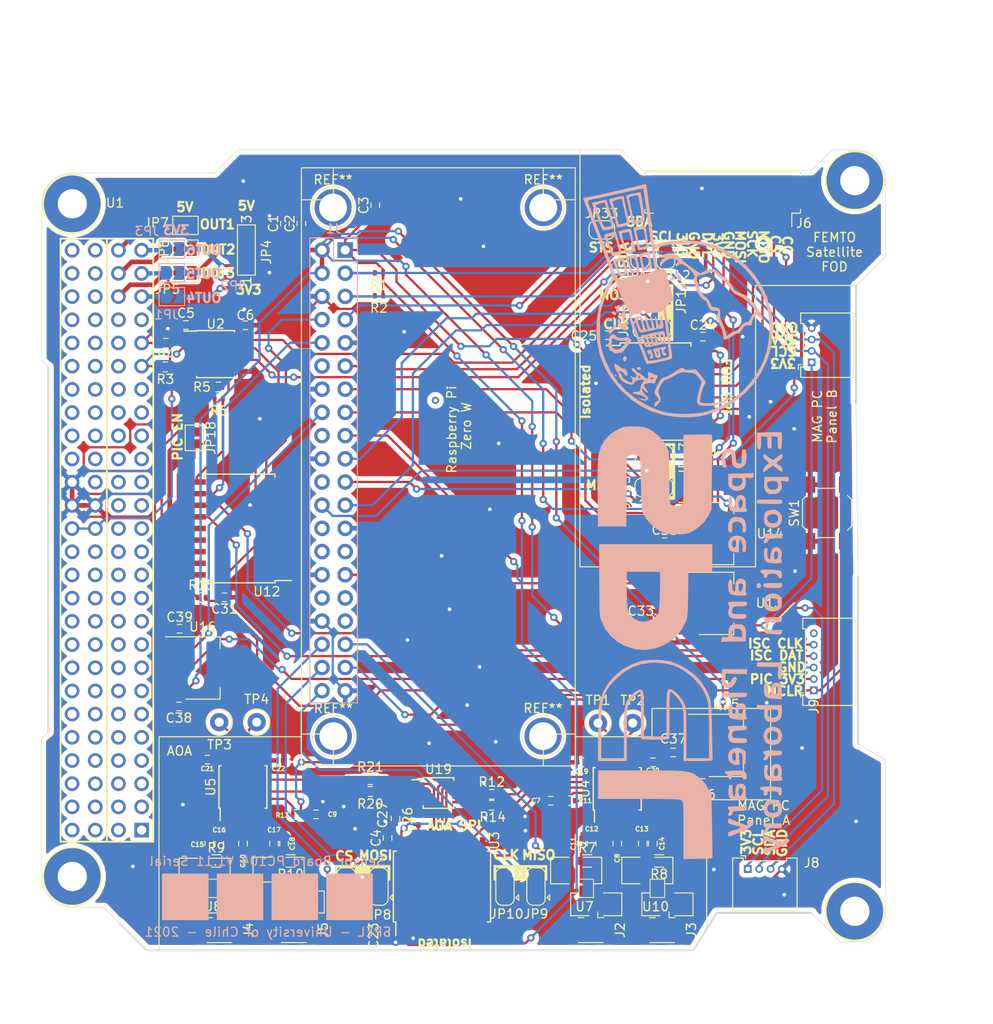
<source format=kicad_pcb>
(kicad_pcb (version 20171130) (host pcbnew "(5.1.2)-2")
  (layers (0 F.Cu signal) (31 B.Cu signal) (34 B.Paste user) (35 F.Paste user) (36 B.SilkS user) (37 F.SilkS user) (38 B.Mask user) (39 F.Mask user) (44 Edge.Cuts user))
  (net 0 "")
  (net 1 "Net-(U1-Pad46)")
  (net 2 "Net-(U1-Pad45)")
  (net 3 "Net-(U1-Pad44)")
  (net 4 "Net-(U1-Pad42)")
  (net 5 "Net-(U1-Pad40)")
  (net 6 "Net-(U1-Pad39)")
  (net 7 "Net-(U1-Pad38)")
  (net 8 "Net-(U1-Pad37)")
  (net 9 "Net-(U1-Pad36)")
  (net 10 "Net-(U1-Pad35)")
  (net 11 "Net-(U1-Pad34)")
  (net 12 "Net-(U1-Pad33)")
  (net 13 "Net-(U1-Pad32)")
  (net 14 "Net-(U1-Pad31)")
  (net 15 "Net-(U1-Pad30)")
  (net 16 "Net-(U1-Pad29)")
  (net 17 "Net-(U1-Pad28)")
  (net 18 "Net-(U1-Pad27)")
  (net 19 "Net-(U1-Pad26)")
  (net 20 "Net-(U1-Pad25)")
  (net 21 "Net-(U1-Pad24)")
  (net 22 "Net-(U1-Pad23)")
  (net 23 "Net-(U1-Pad22)")
  (net 24 "Net-(U1-Pad21)")
  (net 25 "Net-(U1-Pad20)")
  (net 26 "Net-(U1-Pad19)")
  (net 27 "Net-(U1-Pad18)")
  (net 28 "Net-(U1-Pad17)")
  (net 29 "Net-(U1-Pad16)")
  (net 30 "Net-(U1-Pad15)")
  (net 31 "Net-(U1-Pad14)")
  (net 32 "Net-(U1-Pad13)")
  (net 33 "Net-(U1-Pad12)")
  (net 34 "Net-(U1-Pad11)")
  (net 35 "Net-(U1-Pad10)")
  (net 36 "Net-(U1-Pad9)")
  (net 37 "Net-(U1-Pad8)")
  (net 38 "Net-(U1-Pad7)")
  (net 39 "Net-(U1-Pad6)")
  (net 40 "Net-(U1-Pad5)")
  (net 41 "Net-(U1-Pad4)")
  (net 42 "Net-(U1-Pad3)")
  (net 43 "Net-(U1-Pad2)")
  (net 44 "Net-(U1-Pad1)")
  (net 45 "Net-(U1-Pad104)")
  (net 46 "Net-(U1-Pad103)")
  (net 47 "Net-(U1-Pad102)")
  (net 48 "Net-(U1-Pad101)")
  (net 49 "Net-(U1-Pad100)")
  (net 50 "Net-(U1-Pad99)")
  (net 51 "Net-(U1-Pad98)")
  (net 52 "Net-(U1-Pad97)")
  (net 53 "Net-(U1-Pad96)")
  (net 54 "Net-(U1-Pad95)")
  (net 55 "Net-(U1-Pad94)")
  (net 56 "Net-(U1-Pad93)")
  (net 57 "Net-(U1-Pad92)")
  (net 58 "Net-(U1-Pad91)")
  (net 59 "Net-(U1-Pad90)")
  (net 60 "Net-(U1-Pad89)")
  (net 61 "Net-(U1-Pad88)")
  (net 62 "Net-(U1-Pad87)")
  (net 63 "Net-(U1-Pad86)")
  (net 64 "Net-(U1-Pad85)")
  (net 65 "Net-(U1-Pad83)")
  (net 66 "Net-(U1-Pad78)")
  (net 67 "Net-(U1-Pad77)")
  (net 68 "Net-(U1-Pad76)")
  (net 69 "Net-(U1-Pad75)")
  (net 70 "Net-(U1-Pad74)")
  (net 71 "Net-(U1-Pad73)")
  (net 72 "Net-(U1-Pad72)")
  (net 73 "Net-(U1-Pad71)")
  (net 74 "Net-(U1-Pad70)")
  (net 75 "Net-(U1-Pad69)")
  (net 76 "Net-(U1-Pad68)")
  (net 77 "Net-(U1-Pad67)")
  (net 78 "Net-(U1-Pad66)")
  (net 79 "Net-(U1-Pad65)")
  (net 80 "Net-(U1-Pad64)")
  (net 81 "Net-(U1-Pad63)")
  (net 82 "Net-(U1-Pad62)")
  (net 83 "Net-(U1-Pad61)")
  (net 84 "Net-(U1-Pad60)")
  (net 85 "Net-(U1-Pad59)")
  (net 86 "Net-(U1-Pad58)")
  (net 87 "Net-(U1-Pad57)")
  (net 88 "Net-(U1-Pad56)")
  (net 89 "Net-(U1-Pad55)")
  (net 90 "Net-(U1-Pad54)")
  (net 91 "Net-(U1-Pad53)")
  (net 92 OUT1_3V3)
  (net 93 3V3IN)
  (net 94 OUT2_3V3)
  (net 95 OUT3_3V3)
  (net 96 VIN)
  (net 97 5VIN)
  (net 98 OUT4_5V0)
  (net 99 OUT5_5V0)
  (net 100 OUT6_5V0)
  (net 101 "Net-(J1-Pad33)")
  (net 102 "Net-(J1-Pad32)")
  (net 103 "Net-(J1-Pad31)")
  (net 104 "Net-(J1-Pad28)")
  (net 105 "Net-(J1-Pad27)")
  (net 106 "Net-(J1-Pad26)")
  (net 107 "Net-(J1-Pad22)")
  (net 108 "Net-(J1-Pad18)")
  (net 109 "Net-(J1-Pad12)")
  (net 110 RPI_SCL)
  (net 111 RPI_SDA)
  (net 112 RPI_3V3)
  (net 113 CSP_SCL)
  (net 114 CSP_SDA)
  (net 115 SAT_3V3)
  (net 116 PIC_SDA)
  (net 117 PIC_3V3)
  (net 118 PIC_SCL)
  (net 119 GND)
  (net 120 AOA_SS)
  (net 121 AOA_MISO)
  (net 122 AOA_MOSI)
  (net 123 AOA_CLK)
  (net 124 "Net-(U4-Pad11)")
  (net 125 "Net-(U5-Pad11)")
  (net 126 "Net-(C8-Pad2)")
  (net 127 "Net-(C10-Pad2)")
  (net 128 ANT1_OUT)
  (net 129 "Net-(C11-Pad2)")
  (net 130 "Net-(C12-Pad2)")
  (net 131 "Net-(C13-Pad2)")
  (net 132 "Net-(C14-Pad2)")
  (net 133 ANT2_OUT)
  (net 134 "Net-(C15-Pad2)")
  (net 135 ANT3_OUT)
  (net 136 "Net-(C16-Pad2)")
  (net 137 "Net-(C17-Pad2)")
  (net 138 ANT4_OUT)
  (net 139 "Net-(C18-Pad2)")
  (net 140 "Net-(C19-Pad1)")
  (net 141 "Net-(C20-Pad1)")
  (net 142 "Net-(C21-Pad1)")
  (net 143 "Net-(C22-Pad1)")
  (net 144 ANT1_IN)
  (net 145 ANT2_IN)
  (net 146 ANT3_IN)
  (net 147 ANT4_IN)
  (net 148 VMAG1)
  (net 149 VPHS1)
  (net 150 VMAG2)
  (net 151 VPHS2)
  (net 152 AOA_5V)
  (net 153 FOD_SDA)
  (net 154 FOD_SCL)
  (net 155 FOD_3V3)
  (net 156 FOD_DPL)
  (net 157 FOD_MOSI)
  (net 158 FOD_SCK)
  (net 159 FOD_MISO)
  (net 160 FOD_CS)
  (net 161 FOD_CC)
  (net 162 MAG_3V3)
  (net 163 MCLR)
  (net 164 PIC_3V3J)
  (net 165 "Net-(U12-Pad1)")
  (net 166 "Net-(U12-Pad2)")
  (net 167 "Net-(U12-Pad3)")
  (net 168 "Net-(U12-Pad6)")
  (net 169 RPI_TX)
  (net 170 "Net-(U12-Pad9)")
  (net 171 RPI_RX)
  (net 172 ICSPCLK)
  (net 173 ICSPDAT)
  (net 174 "Net-(U12-Pad15)")
  (net 175 "Net-(U12-Pad16)")
  (net 176 "Net-(U12-Pad17)")
  (net 177 "Net-(U12-Pad18)")
  (net 178 "Net-(J9-Pad6)")
  (net 179 AOA_EN)
  (net 180 MAG_EN)
  (net 181 FOD_EN)
  (net 182 PIC_EN)
  (net 183 "Net-(U13-Pad2)")
  (net 184 "Net-(U14-Pad2)")
  (net 185 "Net-(U15-Pad2)")
  (net 186 "Net-(U16-Pad2)")
  (net 187 ifRPI_MOSI)
  (net 188 MOSI0)
  (net 189 ifRPI_MISO)
  (net 190 MISO0)
  (net 191 CLK0)
  (net 192 ifRPI_CLK)
  (net 193 SS00)
  (net 194 ifRPI_SS0)
  (net 195 MOSI1)
  (net 196 iaRPI_MOSI)
  (net 197 MISO1)
  (net 198 iaRPI_MISO)
  (net 199 iaRPI_CLK)
  (net 200 CLK1)
  (net 201 iaRPI_SS0)
  (net 202 SS10)
  (net 203 FOD_STS)
  (net 204 VMAG1A)
  (net 205 VPHS1A)
  (net 206 VMAG2A)
  (net 207 VPHS2A)
  (module L86:SPEL_logo (layer B.Cu) (at 104.33 83.43 270)
    (fp_text reference G*** hide)
    (fp_text value LOGO hide)
  )
  (module Payload:PC104-Standard (layer F.Cu) (at 37.05 122.3)
    (fp_text reference U1 (at 4.68 -73.76) (layer F.SilkS))
    (fp_text value Payload)
    (fp_line (start 85.86 -64.67) (end 85.86 -51.92) (layer Edge.Cuts) (width 0.2))
    (fp_line (start 86.08 -32.8) (end 86.08 -14.51) (layer Edge.Cuts) (width 0.2))
    (fp_line (start 80.98 3.99) (end 70.59 3.99) (layer Edge.Cuts) (width 0.2))
    (fp_line (start 68.04 8.09) (end 8.14 8.09) (layer Edge.Cuts) (width 0.2))
    (fp_line (start 70.59 3.99) (end 68.04 8.09) (layer Edge.Cuts) (width 0.2))
    (fp_line (start -2.63 -15.8) (end -2.63 -55.8) (layer Edge.Cuts) (width 0.2))
    (fp_line (start 8.14 8.09) (end 5.18 5.13) (layer Edge.Cuts) (width 0.2))
    (pad "" thru_hole circle (at 0 0) (size 6.35 6.35) (drill 3.2) (layers *.Cu *.Mask))
    (pad "" thru_hole circle (at 0 -73.66) (size 6.35 6.35) (drill 3.2) (layers *.Cu *.Mask))
    (pad 52 thru_hole circle (at 5.06 -68.58) (size 1.6 1.6) (drill 1.016) (layers *.Cu *.Mask) (net 100 OUT6_5V0))
    (pad 51 thru_hole circle (at 7.6 -68.58) (size 1.6 1.6) (drill 1.016) (layers *.Cu *.Mask) (net 95 OUT3_3V3))
    (pad 50 thru_hole circle (at 5.06 -66.04) (size 1.6 1.6) (drill 1.016) (layers *.Cu *.Mask) (net 99 OUT5_5V0))
    (pad 49 thru_hole circle (at 7.6 -66.04) (size 1.6 1.6) (drill 1.016) (layers *.Cu *.Mask) (net 94 OUT2_3V3))
    (pad 48 thru_hole circle (at 5.06 -63.5) (size 1.6 1.6) (drill 1.016) (layers *.Cu *.Mask) (net 98 OUT4_5V0))
    (pad 47 thru_hole circle (at 7.6 -63.5) (size 1.6 1.6) (drill 1.016) (layers *.Cu *.Mask) (net 92 OUT1_3V3))
    (pad 46 thru_hole circle (at 5.06 -60.96) (size 1.6 1.6) (drill 1.016) (layers *.Cu *.Mask) (net 1 "Net-(U1-Pad46)"))
    (pad 45 thru_hole circle (at 7.6 -60.96) (size 1.6 1.6) (drill 1.016) (layers *.Cu *.Mask) (net 2 "Net-(U1-Pad45)"))
    (pad 44 thru_hole circle (at 5.06 -58.42) (size 1.6 1.6) (drill 1.016) (layers *.Cu *.Mask) (net 3 "Net-(U1-Pad44)"))
    (pad 43 thru_hole circle (at 7.6 -58.42) (size 1.6 1.6) (drill 1.016) (layers *.Cu *.Mask) (net 113 CSP_SCL))
    (pad 42 thru_hole circle (at 5.06 -55.88) (size 1.6 1.6) (drill 1.016) (layers *.Cu *.Mask) (net 4 "Net-(U1-Pad42)"))
    (pad 41 thru_hole circle (at 7.6 -55.88) (size 1.6 1.6) (drill 1.016) (layers *.Cu *.Mask) (net 114 CSP_SDA))
    (pad 40 thru_hole circle (at 5.06 -53.34) (size 1.6 1.6) (drill 1.016) (layers *.Cu *.Mask) (net 5 "Net-(U1-Pad40)"))
    (pad 39 thru_hole circle (at 7.6 -53.34) (size 1.6 1.6) (drill 1.016) (layers *.Cu *.Mask) (net 6 "Net-(U1-Pad39)"))
    (pad 38 thru_hole circle (at 5.06 -50.8) (size 1.6 1.6) (drill 1.016) (layers *.Cu *.Mask) (net 7 "Net-(U1-Pad38)"))
    (pad 37 thru_hole circle (at 7.6 -50.8) (size 1.6 1.6) (drill 1.016) (layers *.Cu *.Mask) (net 8 "Net-(U1-Pad37)"))
    (pad 36 thru_hole circle (at 5.06 -48.26) (size 1.6 1.6) (drill 1.016) (layers *.Cu *.Mask) (net 9 "Net-(U1-Pad36)"))
    (pad 35 thru_hole circle (at 7.6 -48.26) (size 1.6 1.6) (drill 1.016) (layers *.Cu *.Mask) (net 10 "Net-(U1-Pad35)"))
    (pad 34 thru_hole circle (at 5.06 -45.72) (size 1.6 1.6) (drill 1.016) (layers *.Cu *.Mask) (net 11 "Net-(U1-Pad34)"))
    (pad 33 thru_hole circle (at 7.6 -45.72) (size 1.6 1.6) (drill 1.016) (layers *.Cu *.Mask) (net 12 "Net-(U1-Pad33)"))
    (pad 32 thru_hole circle (at 5.06 -43.18) (size 1.6 1.6) (drill 1.016) (layers *.Cu *.Mask) (net 13 "Net-(U1-Pad32)"))
    (pad 31 thru_hole circle (at 7.6 -43.18) (size 1.6 1.6) (drill 1.016) (layers *.Cu *.Mask) (net 14 "Net-(U1-Pad31)"))
    (pad 30 thru_hole circle (at 5.06 -40.64) (size 1.6 1.6) (drill 1.016) (layers *.Cu *.Mask) (net 15 "Net-(U1-Pad30)"))
    (pad 29 thru_hole circle (at 7.6 -40.64) (size 1.6 1.6) (drill 1.016) (layers *.Cu *.Mask) (net 16 "Net-(U1-Pad29)"))
    (pad 28 thru_hole circle (at 5.06 -38.1) (size 1.6 1.6) (drill 1.016) (layers *.Cu *.Mask) (net 17 "Net-(U1-Pad28)"))
    (pad 27 thru_hole circle (at 7.6 -38.1) (size 1.6 1.6) (drill 1.016) (layers *.Cu *.Mask) (net 18 "Net-(U1-Pad27)"))
    (pad 26 thru_hole circle (at 5.06 -35.56) (size 1.6 1.6) (drill 1.016) (layers *.Cu *.Mask) (net 19 "Net-(U1-Pad26)"))
    (pad 25 thru_hole circle (at 7.6 -35.56) (size 1.6 1.6) (drill 1.016) (layers *.Cu *.Mask) (net 20 "Net-(U1-Pad25)"))
    (pad 24 thru_hole circle (at 5.06 -33.02) (size 1.6 1.6) (drill 1.016) (layers *.Cu *.Mask) (net 21 "Net-(U1-Pad24)"))
    (pad 23 thru_hole circle (at 7.6 -33.02) (size 1.6 1.6) (drill 1.016) (layers *.Cu *.Mask) (net 22 "Net-(U1-Pad23)"))
    (pad 22 thru_hole circle (at 5.06 -30.48) (size 1.6 1.6) (drill 1.016) (layers *.Cu *.Mask) (net 23 "Net-(U1-Pad22)"))
    (pad 21 thru_hole circle (at 7.6 -30.48) (size 1.6 1.6) (drill 1.016) (layers *.Cu *.Mask) (net 24 "Net-(U1-Pad21)"))
    (pad 20 thru_hole circle (at 5.06 -27.94) (size 1.6 1.6) (drill 1.016) (layers *.Cu *.Mask) (net 25 "Net-(U1-Pad20)"))
    (pad 19 thru_hole circle (at 7.6 -27.94) (size 1.6 1.6) (drill 1.016) (layers *.Cu *.Mask) (net 26 "Net-(U1-Pad19)"))
    (pad 18 thru_hole circle (at 5.06 -25.4) (size 1.6 1.6) (drill 1.016) (layers *.Cu *.Mask) (net 27 "Net-(U1-Pad18)"))
    (pad 17 thru_hole circle (at 7.6 -25.4) (size 1.6 1.6) (drill 1.016) (layers *.Cu *.Mask) (net 28 "Net-(U1-Pad17)"))
    (pad 16 thru_hole circle (at 5.06 -22.86) (size 1.6 1.6) (drill 1.016) (layers *.Cu *.Mask) (net 29 "Net-(U1-Pad16)"))
    (pad 15 thru_hole circle (at 7.6 -22.86) (size 1.6 1.6) (drill 1.016) (layers *.Cu *.Mask) (net 30 "Net-(U1-Pad15)"))
    (pad 14 thru_hole circle (at 5.06 -20.32) (size 1.6 1.6) (drill 1.016) (layers *.Cu *.Mask) (net 31 "Net-(U1-Pad14)"))
    (pad 13 thru_hole circle (at 7.6 -20.32) (size 1.6 1.6) (drill 1.016) (layers *.Cu *.Mask) (net 32 "Net-(U1-Pad13)"))
    (pad 12 thru_hole circle (at 5.06 -17.78) (size 1.6 1.6) (drill 1.016) (layers *.Cu *.Mask) (net 33 "Net-(U1-Pad12)"))
    (pad 11 thru_hole circle (at 7.6 -17.78) (size 1.6 1.6) (drill 1.016) (layers *.Cu *.Mask) (net 34 "Net-(U1-Pad11)"))
    (pad 10 thru_hole circle (at 5.06 -15.24) (size 1.6 1.6) (drill 1.016) (layers *.Cu *.Mask) (net 35 "Net-(U1-Pad10)"))
    (pad 9 thru_hole circle (at 7.6 -15.24) (size 1.6 1.6) (drill 1.016) (layers *.Cu *.Mask) (net 36 "Net-(U1-Pad9)"))
    (pad 8 thru_hole circle (at 5.06 -12.7) (size 1.6 1.6) (drill 1.016) (layers *.Cu *.Mask) (net 37 "Net-(U1-Pad8)"))
    (pad 7 thru_hole circle (at 7.6 -12.7) (size 1.6 1.6) (drill 1.016) (layers *.Cu *.Mask) (net 38 "Net-(U1-Pad7)"))
    (pad 6 thru_hole circle (at 5.06 -10.16) (size 1.6 1.6) (drill 1.016) (layers *.Cu *.Mask) (net 39 "Net-(U1-Pad6)"))
    (pad 5 thru_hole circle (at 7.6 -10.16) (size 1.6 1.6) (drill 1.016) (layers *.Cu *.Mask) (net 40 "Net-(U1-Pad5)"))
    (pad 4 thru_hole circle (at 5.06 -7.62) (size 1.6 1.6) (drill 1.016) (layers *.Cu *.Mask) (net 41 "Net-(U1-Pad4)"))
    (pad 3 thru_hole circle (at 7.6 -7.62) (size 1.6 1.6) (drill 1.016) (layers *.Cu *.Mask) (net 42 "Net-(U1-Pad3)"))
    (pad 2 thru_hole circle (at 5.06 -5.08) (size 1.6 1.6) (drill 1.016) (layers *.Cu *.Mask) (net 43 "Net-(U1-Pad2)"))
    (pad 1 thru_hole rect (at 7.6 -5.08) (size 1.6 1.6) (drill 1.016) (layers *.Cu *.Mask) (net 44 "Net-(U1-Pad1)"))
    (pad 104 thru_hole circle (at -0.02 -68.58) (size 1.6 1.6) (drill 1.016) (layers *.Cu *.Mask) (net 45 "Net-(U1-Pad104)"))
    (pad 103 thru_hole circle (at 2.52 -68.58) (size 1.6 1.6) (drill 1.016) (layers *.Cu *.Mask) (net 46 "Net-(U1-Pad103)"))
    (pad 102 thru_hole circle (at -0.02 -66.04) (size 1.6 1.6) (drill 1.016) (layers *.Cu *.Mask) (net 47 "Net-(U1-Pad102)"))
    (pad 101 thru_hole circle (at 2.52 -66.04) (size 1.6 1.6) (drill 1.016) (layers *.Cu *.Mask) (net 48 "Net-(U1-Pad101)"))
    (pad 100 thru_hole circle (at -0.02 -63.5) (size 1.6 1.6) (drill 1.016) (layers *.Cu *.Mask) (net 49 "Net-(U1-Pad100)"))
    (pad 99 thru_hole circle (at 2.52 -63.5) (size 1.6 1.6) (drill 1.016) (layers *.Cu *.Mask) (net 50 "Net-(U1-Pad99)"))
    (pad 98 thru_hole circle (at -0.02 -60.96) (size 1.6 1.6) (drill 1.016) (layers *.Cu *.Mask) (net 51 "Net-(U1-Pad98)"))
    (pad 97 thru_hole circle (at 2.52 -60.96) (size 1.6 1.6) (drill 1.016) (layers *.Cu *.Mask) (net 52 "Net-(U1-Pad97)"))
    (pad 96 thru_hole circle (at -0.02 -58.42) (size 1.6 1.6) (drill 1.016) (layers *.Cu *.Mask) (net 53 "Net-(U1-Pad96)"))
    (pad 95 thru_hole circle (at 2.52 -58.42) (size 1.6 1.6) (drill 1.016) (layers *.Cu *.Mask) (net 54 "Net-(U1-Pad95)"))
    (pad 94 thru_hole circle (at -0.02 -55.88) (size 1.6 1.6) (drill 1.016) (layers *.Cu *.Mask) (net 55 "Net-(U1-Pad94)"))
    (pad 93 thru_hole circle (at 2.52 -55.88) (size 1.6 1.6) (drill 1.016) (layers *.Cu *.Mask) (net 56 "Net-(U1-Pad93)"))
    (pad 92 thru_hole circle (at -0.02 -53.34) (size 1.6 1.6) (drill 1.016) (layers *.Cu *.Mask) (net 57 "Net-(U1-Pad92)"))
    (pad 91 thru_hole circle (at 2.52 -53.34) (size 1.6 1.6) (drill 1.016) (layers *.Cu *.Mask) (net 58 "Net-(U1-Pad91)"))
    (pad 90 thru_hole circle (at -0.02 -50.8) (size 1.6 1.6) (drill 1.016) (layers *.Cu *.Mask) (net 59 "Net-(U1-Pad90)"))
    (pad 89 thru_hole circle (at 2.52 -50.8) (size 1.6 1.6) (drill 1.016) (layers *.Cu *.Mask) (net 60 "Net-(U1-Pad89)"))
    (pad 88 thru_hole circle (at -0.02 -48.26) (size 1.6 1.6) (drill 1.016) (layers *.Cu *.Mask) (net 61 "Net-(U1-Pad88)"))
    (pad 87 thru_hole circle (at 2.52 -48.26) (size 1.6 1.6) (drill 1.016) (layers *.Cu *.Mask) (net 62 "Net-(U1-Pad87)"))
    (pad 86 thru_hole circle (at -0.02 -45.72) (size 1.6 1.6) (drill 1.016) (layers *.Cu *.Mask) (net 63 "Net-(U1-Pad86)"))
    (pad 85 thru_hole circle (at 2.52 -45.72) (size 1.6 1.6) (drill 1.016) (layers *.Cu *.Mask) (net 64 "Net-(U1-Pad85)"))
    (pad 84 thru_hole circle (at -0.02 -43.18) (size 1.6 1.6) (drill 1.016) (layers *.Cu *.Mask) (net 119 GND))
    (pad 83 thru_hole circle (at 2.52 -43.18) (size 1.6 1.6) (drill 1.016) (layers *.Cu *.Mask) (net 65 "Net-(U1-Pad83)"))
    (pad 82 thru_hole circle (at -0.02 -40.64) (size 1.6 1.6) (drill 1.016) (layers *.Cu *.Mask) (net 119 GND))
    (pad 81 thru_hole circle (at 2.52 -40.64) (size 1.6 1.6) (drill 1.016) (layers *.Cu *.Mask) (net 119 GND))
    (pad 80 thru_hole circle (at -0.02 -38.1) (size 1.6 1.6) (drill 1.016) (layers *.Cu *.Mask) (net 115 SAT_3V3))
    (pad 79 thru_hole circle (at 2.52 -38.1) (size 1.6 1.6) (drill 1.016) (layers *.Cu *.Mask) (net 115 SAT_3V3))
    (pad 78 thru_hole circle (at -0.02 -35.56) (size 1.6 1.6) (drill 1.016) (layers *.Cu *.Mask) (net 66 "Net-(U1-Pad78)"))
    (pad 77 thru_hole circle (at 2.52 -35.56) (size 1.6 1.6) (drill 1.016) (layers *.Cu *.Mask) (net 67 "Net-(U1-Pad77)"))
    (pad 76 thru_hole circle (at -0.02 -33.02) (size 1.6 1.6) (drill 1.016) (layers *.Cu *.Mask) (net 68 "Net-(U1-Pad76)"))
    (pad 75 thru_hole circle (at 2.52 -33.02) (size 1.6 1.6) (drill 1.016) (layers *.Cu *.Mask) (net 69 "Net-(U1-Pad75)"))
    (pad 74 thru_hole circle (at -0.02 -30.48) (size 1.6 1.6) (drill 1.016) (layers *.Cu *.Mask) (net 70 "Net-(U1-Pad74)"))
    (pad 73 thru_hole circle (at 2.52 -30.48) (size 1.6 1.6) (drill 1.016) (layers *.Cu *.Mask) (net 71 "Net-(U1-Pad73)"))
    (pad 72 thru_hole circle (at -0.02 -27.94) (size 1.6 1.6) (drill 1.016) (layers *.Cu *.Mask) (net 72 "Net-(U1-Pad72)"))
    (pad 71 thru_hole circle (at 2.52 -27.94) (size 1.6 1.6) (drill 1.016) (layers *.Cu *.Mask) (net 73 "Net-(U1-Pad71)"))
    (pad 70 thru_hole circle (at -0.02 -25.4) (size 1.6 1.6) (drill 1.016) (layers *.Cu *.Mask) (net 74 "Net-(U1-Pad70)"))
    (pad 69 thru_hole circle (at 2.52 -25.4) (size 1.6 1.6) (drill 1.016) (layers *.Cu *.Mask) (net 75 "Net-(U1-Pad69)"))
    (pad 68 thru_hole circle (at -0.02 -22.86) (size 1.6 1.6) (drill 1.016) (layers *.Cu *.Mask) (net 76 "Net-(U1-Pad68)"))
    (pad 67 thru_hole circle (at 2.52 -22.86) (size 1.6 1.6) (drill 1.016) (layers *.Cu *.Mask) (net 77 "Net-(U1-Pad67)"))
    (pad 66 thru_hole circle (at -0.02 -20.32) (size 1.6 1.6) (drill 1.016) (layers *.Cu *.Mask) (net 78 "Net-(U1-Pad66)"))
    (pad 65 thru_hole circle (at 2.52 -20.32) (size 1.6 1.6) (drill 1.016) (layers *.Cu *.Mask) (net 79 "Net-(U1-Pad65)"))
    (pad 64 thru_hole circle (at -0.02 -17.78) (size 1.6 1.6) (drill 1.016) (layers *.Cu *.Mask) (net 80 "Net-(U1-Pad64)"))
    (pad 63 thru_hole circle (at 2.52 -17.78) (size 1.6 1.6) (drill 1.016) (layers *.Cu *.Mask) (net 81 "Net-(U1-Pad63)"))
    (pad 62 thru_hole circle (at -0.02 -15.24) (size 1.6 1.6) (drill 1.016) (layers *.Cu *.Mask) (net 82 "Net-(U1-Pad62)"))
    (pad 61 thru_hole circle (at 2.52 -15.24) (size 1.6 1.6) (drill 1.016) (layers *.Cu *.Mask) (net 83 "Net-(U1-Pad61)"))
    (pad 60 thru_hole circle (at -0.02 -12.7) (size 1.6 1.6) (drill 1.016) (layers *.Cu *.Mask) (net 84 "Net-(U1-Pad60)"))
    (pad 59 thru_hole circle (at 2.52 -12.7) (size 1.6 1.6) (drill 1.016) (layers *.Cu *.Mask) (net 85 "Net-(U1-Pad59)"))
    (pad 58 thru_hole circle (at -0.02 -10.16) (size 1.6 1.6) (drill 1.016) (layers *.Cu *.Mask) (net 86 "Net-(U1-Pad58)"))
    (pad 57 thru_hole circle (at 2.52 -10.16 90) (size 1.6 1.6) (drill 1.016) (layers *.Cu *.Mask) (net 87 "Net-(U1-Pad57)"))
    (pad 56 thru_hole circle (at -0.02 -7.62) (size 1.6 1.6) (drill 1.016) (layers *.Cu *.Mask) (net 88 "Net-(U1-Pad56)"))
    (pad 55 thru_hole circle (at 2.52 -7.62) (size 1.6 1.6) (drill 1.016) (layers *.Cu *.Mask) (net 89 "Net-(U1-Pad55)"))
    (pad 54 thru_hole circle (at -0.02 -5.08) (size 1.6 1.6) (drill 1.016) (layers *.Cu *.Mask) (net 90 "Net-(U1-Pad54)"))
    (pad 53 thru_hole circle (at 2.52 -5.08) (size 1.6 1.6) (drill 1.016) (layers *.Cu *.Mask) (net 91 "Net-(U1-Pad53)"))
    (pad "" thru_hole circle (at 85.73 3.81) (size 6.35 6.35) (drill 3.2) (layers *.Cu *.Mask))
    (pad "" thru_hole circle (at 85.73 -76.2) (size 6.35 6.35) (drill 3.2) (layers *.Cu *.Mask))
  )
  (module Connectors:1pin (layer F.Cu) (at 65.62 49.05)
    (fp_text reference REF** (at 0 -3.048) (layer F.SilkS))
    (fp_text value 1pin)
    (pad 1 thru_hole circle (at 0 0) (size 4.064 4.064) (drill 3.048) (layers *.Cu *.Mask))
  )
  (module Connectors:1pin (layer F.Cu) (at 65.65 106.94)
    (fp_text reference REF** (at 0 -3.048) (layer F.SilkS))
    (fp_text value 1pin)
    (pad 1 thru_hole circle (at 0 0) (size 4.064 4.064) (drill 3.048) (layers *.Cu *.Mask))
  )
  (module Connectors:1pin (layer F.Cu) (at 88.62 106.94)
    (fp_text reference REF** (at 0 -3.048) (layer F.SilkS))
    (fp_text value 1pin)
    (pad 1 thru_hole circle (at 0 0) (size 4.064 4.064) (drill 3.048) (layers *.Cu *.Mask))
  )
  (module Connectors:1pin (layer F.Cu) (at 88.65 49.05)
    (fp_text reference REF** (at 0 -3.048) (layer F.SilkS))
    (fp_text value 1pin)
    (pad 1 thru_hole circle (at 0 0) (size 4.064 4.064) (drill 3.048) (layers *.Cu *.Mask))
  )
  (module Jumper:SolderJumper-2_P1.3mm_Open_TrianglePad1.0x1.5mm (layer B.Cu) (at 47.95 58.8)
    (fp_text reference JP1 (at -0.58 1.99) (layer B.SilkS) (effects (justify mirror)))
    (fp_text value Jumper_2_Open)
    (pad 2 smd custom (at 0.725 0) (size 0.3 0.3) (layers B.Cu B.Mask) (net 93 3V3IN) (options (clearance outline) (anchor rect)) (primitives (gr_poly (pts (xy -0.65 0.75) (xy 0.5 0.75) (xy 0.5 -0.75) (xy -0.65 -0.75) (xy -0.15 0)) (width 0))))
    (pad 1 smd custom (at -0.725 0) (size 0.3 0.3) (layers B.Cu B.Mask) (net 92 OUT1_3V3) (options (clearance outline) (anchor rect)) (primitives (gr_poly (pts (xy -0.5 0.75) (xy 0.5 0.75) (xy 1 0) (xy 0.5 -0.75) (xy -0.5 -0.75)) (width 0))))
  )
  (module Jumper:SolderJumper-2_P1.3mm_Open_TrianglePad1.0x1.5mm (layer B.Cu) (at 47.95 56.2)
    (fp_text reference JP2 (at 6.68 1.44) (layer B.SilkS) (effects (justify mirror)))
    (fp_text value Jumper_2_Open)
    (pad 1 smd custom (at -0.725 0) (size 0.3 0.3) (layers B.Cu B.Mask) (net 94 OUT2_3V3) (options (clearance outline) (anchor rect)) (primitives (gr_poly (pts (xy -0.5 0.75) (xy 0.5 0.75) (xy 1 0) (xy 0.5 -0.75) (xy -0.5 -0.75)) (width 0))))
    (pad 2 smd custom (at 0.725 0) (size 0.3 0.3) (layers B.Cu B.Mask) (net 93 3V3IN) (options (clearance outline) (anchor rect)) (primitives (gr_poly (pts (xy -0.65 0.75) (xy 0.5 0.75) (xy 0.5 -0.75) (xy -0.65 -0.75) (xy -0.15 0)) (width 0))))
  )
  (module Jumper:SolderJumper-2_P1.3mm_Open_TrianglePad1.0x1.5mm (layer B.Cu) (at 47.95 53.6)
    (fp_text reference JP3 (at -2.72 -1.96) (layer B.SilkS) (effects (justify mirror)))
    (fp_text value Jumper_2_Open)
    (pad 2 smd custom (at 0.725 0) (size 0.3 0.3) (layers B.Cu B.Mask) (net 93 3V3IN) (options (clearance outline) (anchor rect)) (primitives (gr_poly (pts (xy -0.65 0.75) (xy 0.5 0.75) (xy 0.5 -0.75) (xy -0.65 -0.75) (xy -0.15 0)) (width 0))))
    (pad 1 smd custom (at -0.725 0) (size 0.3 0.3) (layers B.Cu B.Mask) (net 95 OUT3_3V3) (options (clearance outline) (anchor rect)) (primitives (gr_poly (pts (xy -0.5 0.75) (xy 0.5 0.75) (xy 1 0) (xy 0.5 -0.75) (xy -0.5 -0.75)) (width 0))))
  )
  (module Jumper:SolderJumper-3_P2.0mm_Open_TrianglePad1.0x1.5mm_NumberLabels (layer F.Cu) (at 56.15 53.7 90)
    (fp_text reference JP4 (at -0.23 2.17 90) (layer F.SilkS))
    (fp_text value Jumper_3_Open)
    (fp_text user 3 (at 3.4 0 90) (layer F.SilkS))
    (fp_text user 1 (at -3.35 0 90) (layer F.SilkS))
    (pad 1 smd custom (at -2 0 90) (size 0.3 0.3) (layers F.Cu F.Mask) (net 93 3V3IN) (options (clearance outline) (anchor rect)) (primitives (gr_poly (pts (xy -0.5 -0.75) (xy 0.5 -0.75) (xy 1 0) (xy 0.5 0.75) (xy -0.5 0.75)) (width 0))))
    (pad 2 smd custom (at 0 0 90) (size 0.3 0.3) (layers F.Cu) (net 96 VIN) (options (clearance outline) (anchor rect)) (primitives (gr_poly (pts (xy -1.2 -0.75) (xy 1.2 -0.75) (xy 0.7 0) (xy 1.2 0.75) (xy -1.2 0.75) (xy -0.7 0)) (width 0))))
    (pad 3 smd custom (at 2 0 270) (size 0.3 0.3) (layers F.Cu F.Mask) (net 97 5VIN) (options (clearance outline) (anchor rect)) (primitives (gr_poly (pts (xy -0.5 -0.75) (xy 0.5 -0.75) (xy 1 0) (xy 0.5 0.75) (xy -0.5 0.75)) (width 0))))
  )
  (module Jumper:SolderJumper-2_P1.3mm_Open_TrianglePad1.0x1.5mm (layer F.Cu) (at 49.45 56.2)
    (fp_text reference JP5 (at -1.95 1.79) (layer F.SilkS))
    (fp_text value Jumper_2_Open)
    (pad 1 smd custom (at -0.725 0) (size 0.3 0.3) (layers F.Cu F.Mask) (net 98 OUT4_5V0) (options (clearance outline) (anchor rect)) (primitives (gr_poly (pts (xy -0.5 -0.75) (xy 0.5 -0.75) (xy 1 0) (xy 0.5 0.75) (xy -0.5 0.75)) (width 0))))
    (pad 2 smd custom (at 0.725 0) (size 0.3 0.3) (layers F.Cu F.Mask) (net 97 5VIN) (options (clearance outline) (anchor rect)) (primitives (gr_poly (pts (xy -0.65 -0.75) (xy 0.5 -0.75) (xy 0.5 0.75) (xy -0.65 0.75) (xy -0.15 0)) (width 0))))
  )
  (module Jumper:SolderJumper-2_P1.3mm_Open_TrianglePad1.0x1.5mm (layer F.Cu) (at 49.45 53.6)
    (fp_text reference JP6 (at -2.33 0.27 90) (layer F.SilkS))
    (fp_text value Jumper_2_Open)
    (pad 2 smd custom (at 0.725 0) (size 0.3 0.3) (layers F.Cu F.Mask) (net 97 5VIN) (options (clearance outline) (anchor rect)) (primitives (gr_poly (pts (xy -0.65 -0.75) (xy 0.5 -0.75) (xy 0.5 0.75) (xy -0.65 0.75) (xy -0.15 0)) (width 0))))
    (pad 1 smd custom (at -0.725 0) (size 0.3 0.3) (layers F.Cu F.Mask) (net 99 OUT5_5V0) (options (clearance outline) (anchor rect)) (primitives (gr_poly (pts (xy -0.5 -0.75) (xy 0.5 -0.75) (xy 1 0) (xy 0.5 0.75) (xy -0.5 0.75)) (width 0))))
  )
  (module Jumper:SolderJumper-2_P1.3mm_Open_TrianglePad1.0x1.5mm (layer F.Cu) (at 49.45 51)
    (fp_text reference JP7 (at -3.19 -0.28) (layer F.SilkS))
    (fp_text value Jumper_2_Open)
    (pad 1 smd custom (at -0.725 0) (size 0.3 0.3) (layers F.Cu F.Mask) (net 100 OUT6_5V0) (options (clearance outline) (anchor rect)) (primitives (gr_poly (pts (xy -0.5 -0.75) (xy 0.5 -0.75) (xy 1 0) (xy 0.5 0.75) (xy -0.5 0.75)) (width 0))))
    (pad 2 smd custom (at 0.725 0) (size 0.3 0.3) (layers F.Cu F.Mask) (net 97 5VIN) (options (clearance outline) (anchor rect)) (primitives (gr_poly (pts (xy -0.65 -0.75) (xy 0.5 -0.75) (xy 0.5 0.75) (xy -0.65 0.75) (xy -0.15 0)) (width 0))))
  )
  (module Pin_Headers:Pin_Header_Straight_2x20_Pitch2.54mm (layer B.Cu) (at 66.95 53.7 180)
    (fp_text reference J1 (at 1.27 2.33) (layer B.SilkS) (effects (justify mirror)))
    (fp_text value RPi_GPIO)
    (pad 40 thru_hole oval (at 2.54 -48.26 180) (size 1.7 1.7) (drill 1) (layers *.Cu *.Mask) (net 200 CLK1))
    (pad 39 thru_hole oval (at 0 -48.26 180) (size 1.7 1.7) (drill 1) (layers *.Cu *.Mask) (net 119 GND))
    (pad 38 thru_hole oval (at 2.54 -45.72 180) (size 1.7 1.7) (drill 1) (layers *.Cu *.Mask) (net 195 MOSI1))
    (pad 37 thru_hole oval (at 0 -45.72 180) (size 1.7 1.7) (drill 1) (layers *.Cu *.Mask) (net 179 AOA_EN))
    (pad 36 thru_hole oval (at 2.54 -43.18 180) (size 1.7 1.7) (drill 1) (layers *.Cu *.Mask) (net 202 SS10))
    (pad 35 thru_hole oval (at 0 -43.18 180) (size 1.7 1.7) (drill 1) (layers *.Cu *.Mask) (net 197 MISO1))
    (pad 34 thru_hole oval (at 2.54 -40.64 180) (size 1.7 1.7) (drill 1) (layers *.Cu *.Mask) (net 119 GND))
    (pad 33 thru_hole oval (at 0 -40.64 180) (size 1.7 1.7) (drill 1) (layers *.Cu *.Mask) (net 101 "Net-(J1-Pad33)"))
    (pad 32 thru_hole oval (at 2.54 -38.1 180) (size 1.7 1.7) (drill 1) (layers *.Cu *.Mask) (net 102 "Net-(J1-Pad32)"))
    (pad 31 thru_hole oval (at 0 -38.1 180) (size 1.7 1.7) (drill 1) (layers *.Cu *.Mask) (net 103 "Net-(J1-Pad31)"))
    (pad 30 thru_hole oval (at 2.54 -35.56 180) (size 1.7 1.7) (drill 1) (layers *.Cu *.Mask) (net 119 GND))
    (pad 29 thru_hole oval (at 0 -35.56 180) (size 1.7 1.7) (drill 1) (layers *.Cu *.Mask) (net 180 MAG_EN))
    (pad 28 thru_hole oval (at 2.54 -33.02 180) (size 1.7 1.7) (drill 1) (layers *.Cu *.Mask) (net 104 "Net-(J1-Pad28)"))
    (pad 27 thru_hole oval (at 0 -33.02 180) (size 1.7 1.7) (drill 1) (layers *.Cu *.Mask) (net 105 "Net-(J1-Pad27)"))
    (pad 26 thru_hole oval (at 2.54 -30.48 180) (size 1.7 1.7) (drill 1) (layers *.Cu *.Mask) (net 106 "Net-(J1-Pad26)"))
    (pad 25 thru_hole oval (at 0 -30.48 180) (size 1.7 1.7) (drill 1) (layers *.Cu *.Mask) (net 119 GND))
    (pad 24 thru_hole oval (at 2.54 -27.94 180) (size 1.7 1.7) (drill 1) (layers *.Cu *.Mask) (net 193 SS00))
    (pad 23 thru_hole oval (at 0 -27.94 180) (size 1.7 1.7) (drill 1) (layers *.Cu *.Mask) (net 191 CLK0))
    (pad 22 thru_hole oval (at 2.54 -25.4 180) (size 1.7 1.7) (drill 1) (layers *.Cu *.Mask) (net 107 "Net-(J1-Pad22)"))
    (pad 21 thru_hole oval (at 0 -25.4 180) (size 1.7 1.7) (drill 1) (layers *.Cu *.Mask) (net 190 MISO0))
    (pad 20 thru_hole oval (at 2.54 -22.86 180) (size 1.7 1.7) (drill 1) (layers *.Cu *.Mask) (net 119 GND))
    (pad 19 thru_hole oval (at 0 -22.86 180) (size 1.7 1.7) (drill 1) (layers *.Cu *.Mask) (net 188 MOSI0))
    (pad 18 thru_hole oval (at 2.54 -20.32 180) (size 1.7 1.7) (drill 1) (layers *.Cu *.Mask) (net 108 "Net-(J1-Pad18)"))
    (pad 17 thru_hole oval (at 0 -20.32 180) (size 1.7 1.7) (drill 1) (layers *.Cu *.Mask) (net 112 RPI_3V3))
    (pad 16 thru_hole oval (at 2.54 -17.78 180) (size 1.7 1.7) (drill 1) (layers *.Cu *.Mask) (net 182 PIC_EN))
    (pad 15 thru_hole oval (at 0 -17.78 180) (size 1.7 1.7) (drill 1) (layers *.Cu *.Mask) (net 161 FOD_CC))
    (pad 14 thru_hole oval (at 2.54 -15.24 180) (size 1.7 1.7) (drill 1) (layers *.Cu *.Mask) (net 119 GND))
    (pad 13 thru_hole oval (at 0 -15.24 180) (size 1.7 1.7) (drill 1) (layers *.Cu *.Mask) (net 181 FOD_EN))
    (pad 12 thru_hole oval (at 2.54 -12.7 180) (size 1.7 1.7) (drill 1) (layers *.Cu *.Mask) (net 109 "Net-(J1-Pad12)"))
    (pad 11 thru_hole oval (at 0 -12.7 180) (size 1.7 1.7) (drill 1) (layers *.Cu *.Mask) (net 156 FOD_DPL))
    (pad 10 thru_hole oval (at 2.54 -10.16 180) (size 1.7 1.7) (drill 1) (layers *.Cu *.Mask) (net 171 RPI_RX))
    (pad 9 thru_hole oval (at 0 -10.16 180) (size 1.7 1.7) (drill 1) (layers *.Cu *.Mask) (net 119 GND))
    (pad 8 thru_hole oval (at 2.54 -7.62 180) (size 1.7 1.7) (drill 1) (layers *.Cu *.Mask) (net 169 RPI_TX))
    (pad 7 thru_hole oval (at 0 -7.62 180) (size 1.7 1.7) (drill 1) (layers *.Cu *.Mask) (net 203 FOD_STS))
    (pad 6 thru_hole oval (at 2.54 -5.08 180) (size 1.7 1.7) (drill 1) (layers *.Cu *.Mask) (net 119 GND))
    (pad 5 thru_hole oval (at 0 -5.08 180) (size 1.7 1.7) (drill 1) (layers *.Cu *.Mask) (net 110 RPI_SCL))
    (pad 4 thru_hole oval (at 2.54 -2.54 180) (size 1.7 1.7) (drill 1) (layers *.Cu *.Mask) (net 96 VIN))
    (pad 3 thru_hole oval (at 0 -2.54 180) (size 1.7 1.7) (drill 1) (layers *.Cu *.Mask) (net 111 RPI_SDA))
    (pad 2 thru_hole oval (at 2.54 0 180) (size 1.7 1.7) (drill 1) (layers *.Cu *.Mask) (net 96 VIN))
    (pad 1 thru_hole rect (at 0 0 180) (size 1.7 1.7) (drill 1) (layers *.Cu *.Mask) (net 112 RPI_3V3))
  )
  (module Resistors_SMD:R_0402 (layer F.Cu) (at 70.65 56.2 180)
    (fp_text reference R1 (at 0 -1.35) (layer F.SilkS))
    (fp_text value R)
    (pad 2 smd rect (at 0.45 0 180) (size 0.4 0.6) (layers F.Cu F.Paste F.Mask) (net 111 RPI_SDA))
    (pad 1 smd rect (at -0.45 0 180) (size 0.4 0.6) (layers F.Cu F.Paste F.Mask) (net 112 RPI_3V3))
  )
  (module Resistors_SMD:R_0402 (layer F.Cu) (at 70.65 58.7 180)
    (fp_text reference R2 (at 0 -1.35) (layer F.SilkS))
    (fp_text value R)
    (pad 1 smd rect (at -0.45 0 180) (size 0.4 0.6) (layers F.Cu F.Paste F.Mask) (net 112 RPI_3V3))
    (pad 2 smd rect (at 0.45 0 180) (size 0.4 0.6) (layers F.Cu F.Paste F.Mask) (net 110 RPI_SCL))
  )
  (module Housings_SOIC:SOIC-8_3.9x4.9mm_Pitch1.27mm (layer F.Cu) (at 52.75 65.1)
    (fp_text reference U2 (at 0 -3.3) (layer F.SilkS))
    (fp_text value ISO1540)
    (pad 8 smd rect (at 2.7 -1.905) (size 1.55 0.6) (layers F.Cu F.Paste F.Mask) (net 164 PIC_3V3J))
    (pad 7 smd rect (at 2.7 -0.635) (size 1.55 0.6) (layers F.Cu F.Paste F.Mask) (net 116 PIC_SDA))
    (pad 6 smd rect (at 2.7 0.635) (size 1.55 0.6) (layers F.Cu F.Paste F.Mask) (net 118 PIC_SCL))
    (pad 5 smd rect (at 2.7 1.905) (size 1.55 0.6) (layers F.Cu F.Paste F.Mask) (net 119 GND))
    (pad 4 smd rect (at -2.7 1.905) (size 1.55 0.6) (layers F.Cu F.Paste F.Mask) (net 119 GND))
    (pad 3 smd rect (at -2.7 0.635) (size 1.55 0.6) (layers F.Cu F.Paste F.Mask) (net 113 CSP_SCL))
    (pad 2 smd rect (at -2.7 -0.635) (size 1.55 0.6) (layers F.Cu F.Paste F.Mask) (net 114 CSP_SDA))
    (pad 1 smd rect (at -2.7 -1.905) (size 1.55 0.6) (layers F.Cu F.Paste F.Mask) (net 115 SAT_3V3))
  )
  (module Resistors_SMD:R_0402 (layer F.Cu) (at 47.25 66.5 180)
    (fp_text reference R3 (at 0 -1.35) (layer F.SilkS))
    (fp_text value R)
    (pad 2 smd rect (at 0.45 0 180) (size 0.4 0.6) (layers F.Cu F.Paste F.Mask) (net 114 CSP_SDA))
    (pad 1 smd rect (at -0.45 0 180) (size 0.4 0.6) (layers F.Cu F.Paste F.Mask) (net 115 SAT_3V3))
  )
  (module Resistors_SMD:R_0402 (layer F.Cu) (at 47.3 63.9 180)
    (fp_text reference R4 (at 0 -1.35) (layer F.SilkS))
    (fp_text value R)
    (pad 1 smd rect (at -0.45 0 180) (size 0.4 0.6) (layers F.Cu F.Paste F.Mask) (net 115 SAT_3V3))
    (pad 2 smd rect (at 0.45 0 180) (size 0.4 0.6) (layers F.Cu F.Paste F.Mask) (net 113 CSP_SCL))
  )
  (module Resistors_SMD:R_0402 (layer F.Cu) (at 53.05 68.7)
    (fp_text reference R5 (at -1.8 0 180) (layer F.SilkS))
    (fp_text value R)
    (pad 2 smd rect (at 0.45 0) (size 0.4 0.6) (layers F.Cu F.Paste F.Mask) (net 116 PIC_SDA))
    (pad 1 smd rect (at -0.45 0) (size 0.4 0.6) (layers F.Cu F.Paste F.Mask) (net 164 PIC_3V3J))
  )
  (module Resistors_SMD:R_0402 (layer F.Cu) (at 53.1 70)
    (fp_text reference R6 (at 0 1.3) (layer F.SilkS))
    (fp_text value R)
    (pad 1 smd rect (at -0.45 0) (size 0.4 0.6) (layers F.Cu F.Paste F.Mask) (net 164 PIC_3V3J))
    (pad 2 smd rect (at 0.45 0) (size 0.4 0.6) (layers F.Cu F.Paste F.Mask) (net 118 PIC_SCL))
  )
  (module Capacitors_SMD:C_0402 (layer F.Cu) (at 60.35 50.8 90)
    (fp_text reference C1 (at 0 -1.27 90) (layer F.SilkS))
    (fp_text value C)
    (pad 2 smd rect (at 0.55 0 90) (size 0.6 0.5) (layers F.Cu F.Paste F.Mask) (net 119 GND))
    (pad 1 smd rect (at -0.55 0 90) (size 0.6 0.5) (layers F.Cu F.Paste F.Mask) (net 96 VIN))
  )
  (module Capacitors_SMD:C_0402 (layer F.Cu) (at 62.15 50.8 90)
    (fp_text reference C2 (at 0 -1.27 90) (layer F.SilkS))
    (fp_text value C)
    (pad 1 smd rect (at -0.55 0 90) (size 0.6 0.5) (layers F.Cu F.Paste F.Mask) (net 96 VIN))
    (pad 2 smd rect (at 0.55 0 90) (size 0.6 0.5) (layers F.Cu F.Paste F.Mask) (net 119 GND))
  )
  (module Capacitors_SMD:C_0402 (layer F.Cu) (at 70.25 48.8 90)
    (fp_text reference C3 (at 0 -1.27 90) (layer F.SilkS))
    (fp_text value C)
    (pad 2 smd rect (at 0.55 0 90) (size 0.6 0.5) (layers F.Cu F.Paste F.Mask) (net 119 GND))
    (pad 1 smd rect (at -0.55 0 90) (size 0.6 0.5) (layers F.Cu F.Paste F.Mask) (net 112 RPI_3V3))
  )
  (module Capacitors_SMD:C_0402 (layer F.Cu) (at 49.5 61.91 180)
    (fp_text reference C5 (at 0 1.3) (layer F.SilkS))
    (fp_text value C)
    (pad 2 smd rect (at 0.55 0 180) (size 0.6 0.5) (layers F.Cu F.Paste F.Mask) (net 119 GND))
    (pad 1 smd rect (at -0.55 0 180) (size 0.6 0.5) (layers F.Cu F.Paste F.Mask) (net 115 SAT_3V3))
  )
  (module Capacitors_SMD:C_0402 (layer F.Cu) (at 56.02 61.94)
    (fp_text reference C6 (at -0.01 -1.11) (layer F.SilkS))
    (fp_text value C)
    (pad 1 smd rect (at -0.55 0) (size 0.6 0.5) (layers F.Cu F.Paste F.Mask) (net 164 PIC_3V3J))
    (pad 2 smd rect (at 0.55 0) (size 0.6 0.5) (layers F.Cu F.Paste F.Mask) (net 119 GND))
  )
  (module Housings_SSOP:TSSOP-14_4.4x5mm_Pitch0.65mm (layer F.Cu) (at 96.75 112.7 90)
    (fp_text reference U4 (at 0 -3.55 90) (layer F.SilkS))
    (fp_text value AD8302)
    (pad 14 smd rect (at 2.95 -1.95 90) (size 1.45 0.45) (layers F.Cu F.Paste F.Mask) (net 140 "Net-(C19-Pad1)"))
    (pad 13 smd rect (at 2.95 -1.3 90) (size 1.45 0.45) (layers F.Cu F.Paste F.Mask) (net 148 VMAG1))
    (pad 12 smd rect (at 2.95 -0.65 90) (size 1.45 0.45) (layers F.Cu F.Paste F.Mask) (net 148 VMAG1))
    (pad 11 smd rect (at 2.95 0 90) (size 1.45 0.45) (layers F.Cu F.Paste F.Mask) (net 124 "Net-(U4-Pad11)"))
    (pad 10 smd rect (at 2.95 0.65 90) (size 1.45 0.45) (layers F.Cu F.Paste F.Mask) (net 149 VPHS1))
    (pad 9 smd rect (at 2.95 1.3 90) (size 1.45 0.45) (layers F.Cu F.Paste F.Mask) (net 149 VPHS1))
    (pad 8 smd rect (at 2.95 1.95 90) (size 1.45 0.45) (layers F.Cu F.Paste F.Mask) (net 141 "Net-(C20-Pad1)"))
    (pad 7 smd rect (at -2.95 1.95 90) (size 1.45 0.45) (layers F.Cu F.Paste F.Mask) (net 119 GND))
    (pad 6 smd rect (at -2.95 1.3 90) (size 1.45 0.45) (layers F.Cu F.Paste F.Mask) (net 132 "Net-(C14-Pad2)"))
    (pad 5 smd rect (at -2.95 0.65 90) (size 1.45 0.45) (layers F.Cu F.Paste F.Mask) (net 131 "Net-(C13-Pad2)"))
    (pad 4 smd rect (at -2.95 0 90) (size 1.45 0.45) (layers F.Cu F.Paste F.Mask) (net 126 "Net-(C8-Pad2)"))
    (pad 3 smd rect (at -2.95 -0.65 90) (size 1.45 0.45) (layers F.Cu F.Paste F.Mask) (net 130 "Net-(C12-Pad2)"))
    (pad 2 smd rect (at -2.95 -1.3 90) (size 1.45 0.45) (layers F.Cu F.Paste F.Mask) (net 129 "Net-(C11-Pad2)"))
    (pad 1 smd rect (at -2.95 -1.95 90) (size 1.45 0.45) (layers F.Cu F.Paste F.Mask) (net 119 GND))
  )
  (module Connector_Coaxial:U.FL_Hirose_U.FL-R-SMT-1_Vertical (layer F.Cu) (at 93.86 127.7 270)
    (fp_text reference J2 (at 0.475 -3.2 90) (layer F.SilkS))
    (fp_text value "U.FL-R-SMT(01)")
    (pad 2 smd rect (at 0.475 1.475 270) (size 2.2 1.05) (layers F.Cu F.Paste F.Mask) (net 119 GND))
    (pad 1 smd rect (at -1.05 0 270) (size 1.05 1) (layers F.Cu F.Paste F.Mask) (net 144 ANT1_IN))
    (pad 2 smd rect (at 0.475 -1.475 270) (size 2.2 1.05) (layers F.Cu F.Paste F.Mask) (net 119 GND))
  )
  (module Connector_Coaxial:U.FL_Hirose_U.FL-R-SMT-1_Vertical (layer F.Cu) (at 101.67 127.7 270)
    (fp_text reference J3 (at 0.475 -3.2 90) (layer F.SilkS))
    (fp_text value "U.FL-R-SMT(01)")
    (pad 2 smd rect (at 0.475 -1.475 270) (size 2.2 1.05) (layers F.Cu F.Paste F.Mask) (net 119 GND))
    (pad 1 smd rect (at -1.05 0 270) (size 1.05 1) (layers F.Cu F.Paste F.Mask) (net 145 ANT2_IN))
    (pad 2 smd rect (at 0.475 1.475 270) (size 2.2 1.05) (layers F.Cu F.Paste F.Mask) (net 119 GND))
  )
  (module Connector_Coaxial:U.FL_Hirose_U.FL-R-SMT-1_Vertical (layer F.Cu) (at 53.15 127.7 270)
    (fp_text reference J4 (at 0.475 -3.2 90) (layer F.SilkS))
    (fp_text value "U.FL-R-SMT(01)")
    (pad 2 smd rect (at 0.475 1.475 270) (size 2.2 1.05) (layers F.Cu F.Paste F.Mask) (net 119 GND))
    (pad 1 smd rect (at -1.05 0 270) (size 1.05 1) (layers F.Cu F.Paste F.Mask) (net 146 ANT3_IN))
    (pad 2 smd rect (at 0.475 -1.475 270) (size 2.2 1.05) (layers F.Cu F.Paste F.Mask) (net 119 GND))
  )
  (module Connector_Coaxial:U.FL_Hirose_U.FL-R-SMT-1_Vertical (layer F.Cu) (at 61.33 127.7 270)
    (fp_text reference J5 (at 0.475 -3.2 90) (layer F.SilkS))
    (fp_text value "U.FL-R-SMT(01)")
    (pad 2 smd rect (at 0.475 -1.475 270) (size 2.2 1.05) (layers F.Cu F.Paste F.Mask) (net 119 GND))
    (pad 1 smd rect (at -1.05 0 270) (size 1.05 1) (layers F.Cu F.Paste F.Mask) (net 147 ANT4_IN))
    (pad 2 smd rect (at 0.475 1.475 270) (size 2.2 1.05) (layers F.Cu F.Paste F.Mask) (net 119 GND))
  )
  (module Capacitors_SMD:C_0402 (layer F.Cu) (at 89.45 114)
    (fp_text reference C7 (at -1.6 0) (layer F.SilkS) (effects (font (size 0.5 0.5) (thickness 0.125))))
    (fp_text value C_Small)
    (pad 1 smd rect (at -0.55 0) (size 0.6 0.5) (layers F.Cu F.Paste F.Mask) (net 119 GND))
    (pad 2 smd rect (at 0.55 0) (size 0.6 0.5) (layers F.Cu F.Paste F.Mask) (net 152 AOA_5V))
  )
  (module Capacitors_SMD:C_0402 (layer F.Cu) (at 96.75 118.7 90)
    (fp_text reference C8 (at -1.6 0 90) (layer F.SilkS) (effects (font (size 0.5 0.5) (thickness 0.125))))
    (fp_text value C_Small)
    (pad 1 smd rect (at -0.55 0 90) (size 0.6 0.5) (layers F.Cu F.Paste F.Mask) (net 119 GND))
    (pad 2 smd rect (at 0.55 0 90) (size 0.6 0.5) (layers F.Cu F.Paste F.Mask) (net 126 "Net-(C8-Pad2)"))
  )
  (module Capacitors_SMD:C_0402 (layer F.Cu) (at 63.75 115.5 180)
    (fp_text reference C9 (at -1.8 0) (layer F.SilkS) (effects (font (size 0.5 0.5) (thickness 0.125))))
    (fp_text value C_Small)
    (pad 2 smd rect (at 0.55 0 180) (size 0.6 0.5) (layers F.Cu F.Paste F.Mask) (net 152 AOA_5V))
    (pad 1 smd rect (at -0.55 0 180) (size 0.6 0.5) (layers F.Cu F.Paste F.Mask) (net 119 GND))
  )
  (module Capacitors_SMD:C_0402 (layer F.Cu) (at 55.75 118.7 90)
    (fp_text reference C10 (at -1.9 0 90) (layer F.SilkS) (effects (font (size 0.5 0.5) (thickness 0.125))))
    (fp_text value C_Small)
    (pad 2 smd rect (at 0.55 0 90) (size 0.6 0.5) (layers F.Cu F.Paste F.Mask) (net 127 "Net-(C10-Pad2)"))
    (pad 1 smd rect (at -0.55 0 90) (size 0.6 0.5) (layers F.Cu F.Paste F.Mask) (net 119 GND))
  )
  (module Capacitors_SMD:C_0402 (layer F.Cu) (at 92.85 118.7 90)
    (fp_text reference C11 (at 0 -0.9 90) (layer F.SilkS) (effects (font (size 0.5 0.5) (thickness 0.125))))
    (fp_text value C_Small)
    (pad 1 smd rect (at -0.55 0 90) (size 0.6 0.5) (layers F.Cu F.Paste F.Mask) (net 128 ANT1_OUT))
    (pad 2 smd rect (at 0.55 0 90) (size 0.6 0.5) (layers F.Cu F.Paste F.Mask) (net 129 "Net-(C11-Pad2)"))
  )
  (module Capacitors_SMD:C_0402 (layer F.Cu) (at 93.95 118.7 90)
    (fp_text reference C12 (at 1.6 0 180) (layer F.SilkS) (effects (font (size 0.5 0.5) (thickness 0.125))))
    (fp_text value C_Small)
    (pad 2 smd rect (at 0.55 0 90) (size 0.6 0.5) (layers F.Cu F.Paste F.Mask) (net 130 "Net-(C12-Pad2)"))
    (pad 1 smd rect (at -0.55 0 90) (size 0.6 0.5) (layers F.Cu F.Paste F.Mask) (net 119 GND))
  )
  (module Capacitors_SMD:C_0402 (layer F.Cu) (at 99.55 118.7 90)
    (fp_text reference C13 (at 1.6 -0.1 180) (layer F.SilkS) (effects (font (size 0.5 0.5) (thickness 0.125))))
    (fp_text value C_Small)
    (pad 1 smd rect (at -0.55 0 90) (size 0.6 0.5) (layers F.Cu F.Paste F.Mask) (net 119 GND))
    (pad 2 smd rect (at 0.55 0 90) (size 0.6 0.5) (layers F.Cu F.Paste F.Mask) (net 131 "Net-(C13-Pad2)"))
  )
  (module Capacitors_SMD:C_0402 (layer F.Cu) (at 100.65 118.7 90)
    (fp_text reference C14 (at 0 1 90) (layer F.SilkS) (effects (font (size 0.5 0.5) (thickness 0.125))))
    (fp_text value C_Small)
    (pad 2 smd rect (at 0.55 0 90) (size 0.6 0.5) (layers F.Cu F.Paste F.Mask) (net 132 "Net-(C14-Pad2)"))
    (pad 1 smd rect (at -0.55 0 90) (size 0.6 0.5) (layers F.Cu F.Paste F.Mask) (net 133 ANT2_OUT))
  )
  (module Capacitors_SMD:C_0402 (layer F.Cu) (at 52.05 118.7 90)
    (fp_text reference C15 (at -0.1 -1.3 180) (layer F.SilkS) (effects (font (size 0.5 0.5) (thickness 0.125))))
    (fp_text value C_Small)
    (pad 2 smd rect (at 0.55 0 90) (size 0.6 0.5) (layers F.Cu F.Paste F.Mask) (net 134 "Net-(C15-Pad2)"))
    (pad 1 smd rect (at -0.55 0 90) (size 0.6 0.5) (layers F.Cu F.Paste F.Mask) (net 135 ANT3_OUT))
  )
  (module Capacitors_SMD:C_0402 (layer F.Cu) (at 53.15 118.7 90)
    (fp_text reference C16 (at 1.5 0 180) (layer F.SilkS) (effects (font (size 0.5 0.5) (thickness 0.125))))
    (fp_text value C_Small)
    (pad 1 smd rect (at -0.55 0 90) (size 0.6 0.5) (layers F.Cu F.Paste F.Mask) (net 119 GND))
    (pad 2 smd rect (at 0.55 0 90) (size 0.6 0.5) (layers F.Cu F.Paste F.Mask) (net 136 "Net-(C16-Pad2)"))
  )
  (module Capacitors_SMD:C_0402 (layer F.Cu) (at 59.15 118.7 90)
    (fp_text reference C17 (at 1.5 0 180) (layer F.SilkS) (effects (font (size 0.5 0.5) (thickness 0.125))))
    (fp_text value C_Small)
    (pad 2 smd rect (at 0.55 0 90) (size 0.6 0.5) (layers F.Cu F.Paste F.Mask) (net 137 "Net-(C17-Pad2)"))
    (pad 1 smd rect (at -0.55 0 90) (size 0.6 0.5) (layers F.Cu F.Paste F.Mask) (net 119 GND))
  )
  (module Capacitors_SMD:C_0402 (layer F.Cu) (at 60.25 118.7 90)
    (fp_text reference C18 (at 0 0.9 90) (layer F.SilkS) (effects (font (size 0.5 0.5) (thickness 0.125))))
    (fp_text value C_Small)
    (pad 1 smd rect (at -0.55 0 90) (size 0.6 0.5) (layers F.Cu F.Paste F.Mask) (net 138 ANT4_OUT))
    (pad 2 smd rect (at 0.55 0 90) (size 0.6 0.5) (layers F.Cu F.Paste F.Mask) (net 139 "Net-(C18-Pad2)"))
  )
  (module Capacitors_SMD:C_0402 (layer F.Cu) (at 92.85 109.8 180)
    (fp_text reference C19 (at 0 -1) (layer F.SilkS) (effects (font (size 0.5 0.5) (thickness 0.125))))
    (fp_text value C_Small)
    (pad 1 smd rect (at -0.55 0 180) (size 0.6 0.5) (layers F.Cu F.Paste F.Mask) (net 140 "Net-(C19-Pad1)"))
    (pad 2 smd rect (at 0.55 0 180) (size 0.6 0.5) (layers F.Cu F.Paste F.Mask) (net 119 GND))
  )
  (module Capacitors_SMD:C_0402 (layer F.Cu) (at 100.65 109.8)
    (fp_text reference C20 (at 0 0.9) (layer F.SilkS) (effects (font (size 0.5 0.5) (thickness 0.125))))
    (fp_text value C_Small)
    (pad 2 smd rect (at 0.55 0) (size 0.6 0.5) (layers F.Cu F.Paste F.Mask) (net 119 GND))
    (pad 1 smd rect (at -0.55 0) (size 0.6 0.5) (layers F.Cu F.Paste F.Mask) (net 141 "Net-(C20-Pad1)"))
  )
  (module Capacitors_SMD:C_0402 (layer F.Cu) (at 51.85 109.5 180)
    (fp_text reference C21 (at 0 -1) (layer F.SilkS) (effects (font (size 0.5 0.5) (thickness 0.125))))
    (fp_text value C_Small)
    (pad 2 smd rect (at 0.55 0 180) (size 0.6 0.5) (layers F.Cu F.Paste F.Mask) (net 119 GND))
    (pad 1 smd rect (at -0.55 0 180) (size 0.6 0.5) (layers F.Cu F.Paste F.Mask) (net 142 "Net-(C21-Pad1)"))
  )
  (module Capacitors_SMD:C_0402 (layer F.Cu) (at 59.65 109.6)
    (fp_text reference C22 (at 0 0.9) (layer F.SilkS) (effects (font (size 0.5 0.5) (thickness 0.125))))
    (fp_text value C_Small)
    (pad 1 smd rect (at -0.55 0) (size 0.6 0.5) (layers F.Cu F.Paste F.Mask) (net 143 "Net-(C22-Pad1)"))
    (pad 2 smd rect (at 0.55 0) (size 0.6 0.5) (layers F.Cu F.Paste F.Mask) (net 119 GND))
  )
  (module Resistors_SMD:R_0402 (layer F.Cu) (at 91.65 114)
    (fp_text reference R11 (at 1.6 0) (layer F.SilkS) (effects (font (size 0.5 0.5) (thickness 0.125))))
    (fp_text value R_Small)
    (pad 1 smd rect (at -0.45 0) (size 0.4 0.6) (layers F.Cu F.Paste F.Mask) (net 152 AOA_5V))
    (pad 2 smd rect (at 0.45 0) (size 0.4 0.6) (layers F.Cu F.Paste F.Mask) (net 126 "Net-(C8-Pad2)"))
  )
  (module Resistors_SMD:R_0402 (layer F.Cu) (at 61.65 115.5 180)
    (fp_text reference R13 (at 1.6 -0.1) (layer F.SilkS) (effects (font (size 0.5 0.5) (thickness 0.125))))
    (fp_text value R_Small)
    (pad 1 smd rect (at -0.45 0 180) (size 0.4 0.6) (layers F.Cu F.Paste F.Mask) (net 152 AOA_5V))
    (pad 2 smd rect (at 0.45 0 180) (size 0.4 0.6) (layers F.Cu F.Paste F.Mask) (net 127 "Net-(C10-Pad2)"))
  )
  (module Measurement_Points:Test_Point_Keystone_5000-5004_Miniature (layer F.Cu) (at 94.65 105.5)
    (fp_text reference TP1 (at 0 -2.5) (layer F.SilkS))
    (fp_text value TestPoint)
    (pad 1 thru_hole circle (at 0 0) (size 2 2) (drill 1) (layers *.Cu *.Mask) (net 148 VMAG1))
  )
  (module Measurement_Points:Test_Point_Keystone_5000-5004_Miniature (layer F.Cu) (at 98.45 105.5)
    (fp_text reference TP2 (at 0 -2.5) (layer F.SilkS))
    (fp_text value TestPoint)
    (pad 1 thru_hole circle (at 0 0) (size 2 2) (drill 1) (layers *.Cu *.Mask) (net 149 VPHS1))
  )
  (module Measurement_Points:Test_Point_Keystone_5000-5004_Miniature (layer F.Cu) (at 53.15 105.4)
    (fp_text reference TP3 (at 0.03 2.47) (layer F.SilkS))
    (fp_text value TestPoint)
    (pad 1 thru_hole circle (at 0 0) (size 2 2) (drill 1) (layers *.Cu *.Mask) (net 150 VMAG2))
  )
  (module Measurement_Points:Test_Point_Keystone_5000-5004_Miniature (layer F.Cu) (at 57.25 105.4)
    (fp_text reference TP4 (at 0 -2.5) (layer F.SilkS))
    (fp_text value TestPoint)
    (pad 1 thru_hole circle (at 0 0) (size 2 2) (drill 1) (layers *.Cu *.Mask) (net 151 VPHS2))
  )
  (module Housings_SSOP:TSSOP-14_4.4x5mm_Pitch0.65mm (layer F.Cu) (at 55.75 112.5 90)
    (fp_text reference U5 (at 0 -3.55 90) (layer F.SilkS))
    (fp_text value AD8302)
    (pad 14 smd rect (at 2.95 -1.95 90) (size 1.45 0.45) (layers F.Cu F.Paste F.Mask) (net 142 "Net-(C21-Pad1)"))
    (pad 13 smd rect (at 2.95 -1.3 90) (size 1.45 0.45) (layers F.Cu F.Paste F.Mask) (net 150 VMAG2))
    (pad 12 smd rect (at 2.95 -0.65 90) (size 1.45 0.45) (layers F.Cu F.Paste F.Mask) (net 150 VMAG2))
    (pad 11 smd rect (at 2.95 0 90) (size 1.45 0.45) (layers F.Cu F.Paste F.Mask) (net 125 "Net-(U5-Pad11)"))
    (pad 10 smd rect (at 2.95 0.65 90) (size 1.45 0.45) (layers F.Cu F.Paste F.Mask) (net 151 VPHS2))
    (pad 9 smd rect (at 2.95 1.3 90) (size 1.45 0.45) (layers F.Cu F.Paste F.Mask) (net 151 VPHS2))
    (pad 8 smd rect (at 2.95 1.95 90) (size 1.45 0.45) (layers F.Cu F.Paste F.Mask) (net 143 "Net-(C22-Pad1)"))
    (pad 7 smd rect (at -2.95 1.95 90) (size 1.45 0.45) (layers F.Cu F.Paste F.Mask) (net 119 GND))
    (pad 6 smd rect (at -2.95 1.3 90) (size 1.45 0.45) (layers F.Cu F.Paste F.Mask) (net 139 "Net-(C18-Pad2)"))
    (pad 5 smd rect (at -2.95 0.65 90) (size 1.45 0.45) (layers F.Cu F.Paste F.Mask) (net 137 "Net-(C17-Pad2)"))
    (pad 4 smd rect (at -2.95 0 90) (size 1.45 0.45) (layers F.Cu F.Paste F.Mask) (net 127 "Net-(C10-Pad2)"))
    (pad 3 smd rect (at -2.95 -0.65 90) (size 1.45 0.45) (layers F.Cu F.Paste F.Mask) (net 136 "Net-(C16-Pad2)"))
    (pad 2 smd rect (at -2.95 -1.3 90) (size 1.45 0.45) (layers F.Cu F.Paste F.Mask) (net 134 "Net-(C15-Pad2)"))
    (pad 1 smd rect (at -2.95 -1.95 90) (size 1.45 0.45) (layers F.Cu F.Paste F.Mask) (net 119 GND))
  )
  (module Connectors_Molex:Molex_PicoBlade_53261-1271_12x1.25mm_Angled (layer F.Cu) (at 108.3 48.86 180)
    (fp_text reference J6 (at -8.9 -1.9) (layer F.SilkS))
    (fp_text value Conn_01x12_Male)
    (pad "" smd rect (at 9.375 1.45 180) (size 2.2 3.1) (layers F.Cu F.Paste F.Mask))
    (pad "" smd rect (at -9.375 1.45 180) (size 2.2 3.1) (layers F.Cu F.Paste F.Mask))
    (pad 12 smd rect (at 6.875 -1.45 180) (size 0.8 1.7) (layers F.Cu F.Paste F.Mask) (net 153 FOD_SDA))
    (pad 11 smd rect (at 5.625 -1.45 180) (size 0.8 1.7) (layers F.Cu F.Paste F.Mask) (net 154 FOD_SCL))
    (pad 10 smd rect (at 4.375 -1.45 180) (size 0.8 1.7) (layers F.Cu F.Paste F.Mask) (net 155 FOD_3V3))
    (pad 9 smd rect (at 3.125 -1.45 180) (size 0.8 1.7) (layers F.Cu F.Paste F.Mask) (net 119 GND))
    (pad 8 smd rect (at 1.875 -1.45 180) (size 0.8 1.7) (layers F.Cu F.Paste F.Mask) (net 156 FOD_DPL))
    (pad 7 smd rect (at 0.625 -1.45 180) (size 0.8 1.7) (layers F.Cu F.Paste F.Mask) (net 155 FOD_3V3))
    (pad 6 smd rect (at -0.625 -1.45 180) (size 0.8 1.7) (layers F.Cu F.Paste F.Mask) (net 119 GND))
    (pad 5 smd rect (at -1.875 -1.45 180) (size 0.8 1.7) (layers F.Cu F.Paste F.Mask) (net 157 FOD_MOSI))
    (pad 4 smd rect (at -3.125 -1.45 180) (size 0.8 1.7) (layers F.Cu F.Paste F.Mask) (net 158 FOD_SCK))
    (pad 3 smd rect (at -4.375 -1.45 180) (size 0.8 1.7) (layers F.Cu F.Paste F.Mask) (net 159 FOD_MISO))
    (pad 2 smd rect (at -5.625 -1.45 180) (size 0.8 1.7) (layers F.Cu F.Paste F.Mask) (net 160 FOD_CS))
    (pad 1 smd rect (at -6.875 -1.45 180) (size 0.8 1.7) (layers F.Cu F.Paste F.Mask) (net 161 FOD_CC))
  )
  (module Jumper:SolderJumper-2_P1.3mm_Open_RoundedPad1.0x1.5mm (layer F.Cu) (at 102.05 54.35 90)
    (fp_text reference JP12 (at -2.15 0.91 180) (layer F.SilkS))
    (fp_text value Jumper_2_Open)
    (pad 1 smd custom (at -0.65 0 90) (size 1 0.5) (layers F.Cu F.Mask) (net 118 PIC_SCL) (options (clearance outline) (anchor rect)) (primitives (gr_circle (center 0 0.25) (end 0.5 0.25) (width 0)) (gr_circle (center 0 -0.25) (end 0.5 -0.25) (width 0)) (gr_poly (pts (xy 0 -0.75) (xy 0.5 -0.75) (xy 0.5 0.75) (xy 0 0.75)) (width 0))))
    (pad 2 smd custom (at 0.65 0 90) (size 1 0.5) (layers F.Cu F.Mask) (net 154 FOD_SCL) (options (clearance outline) (anchor rect)) (primitives (gr_circle (center 0 0.25) (end 0.5 0.25) (width 0)) (gr_circle (center 0 -0.25) (end 0.5 -0.25) (width 0)) (gr_poly (pts (xy 0 -0.75) (xy -0.5 -0.75) (xy -0.5 0.75) (xy 0 0.75)) (width 0))))
  )
  (module Jumper:SolderJumper-2_P1.3mm_Open_RoundedPad1.0x1.5mm (layer F.Cu) (at 99.25 54.3 90)
    (fp_text reference JP13 (at -2.22 0.01 180) (layer F.SilkS))
    (fp_text value Jumper_2_Open)
    (pad 2 smd custom (at 0.65 0 90) (size 1 0.5) (layers F.Cu F.Mask) (net 153 FOD_SDA) (options (clearance outline) (anchor rect)) (primitives (gr_circle (center 0 0.25) (end 0.5 0.25) (width 0)) (gr_circle (center 0 -0.25) (end 0.5 -0.25) (width 0)) (gr_poly (pts (xy 0 -0.75) (xy -0.5 -0.75) (xy -0.5 0.75) (xy 0 0.75)) (width 0))))
    (pad 1 smd custom (at -0.65 0 90) (size 1 0.5) (layers F.Cu F.Mask) (net 116 PIC_SDA) (options (clearance outline) (anchor rect)) (primitives (gr_circle (center 0 0.25) (end 0.5 0.25) (width 0)) (gr_circle (center 0 -0.25) (end 0.5 -0.25) (width 0)) (gr_poly (pts (xy 0 -0.75) (xy 0.5 -0.75) (xy 0.5 0.75) (xy 0 0.75)) (width 0))))
  )
  (module Jumper:SolderJumper-3_P1.3mm_Open_RoundedPad1.0x1.5mm (layer F.Cu) (at 70.65 123.4 90)
    (fp_text reference JP8 (at -3.1 0 180) (layer F.SilkS))
    (fp_text value Jumper_3_Open)
    (pad 2 smd rect (at 0 0 90) (size 1 1.5) (layers F.Cu F.Mask) (net 195 MOSI1))
    (pad 3 smd custom (at 1.3 0 90) (size 1 0.5) (layers F.Cu F.Mask) (net 122 AOA_MOSI) (options (clearance outline) (anchor rect)) (primitives (gr_circle (center 0 0.25) (end 0.5 0.25) (width 0)) (gr_circle (center 0 -0.25) (end 0.5 -0.25) (width 0)) (gr_poly (pts (xy -0.55 -0.75) (xy 0 -0.75) (xy 0 0.75) (xy -0.55 0.75)) (width 0))))
    (pad 1 smd custom (at -1.3 0 90) (size 1 0.5) (layers F.Cu F.Mask) (net 196 iaRPI_MOSI) (options (clearance outline) (anchor rect)) (primitives (gr_circle (center 0 0.25) (end 0.5 0.25) (width 0)) (gr_circle (center 0 -0.25) (end 0.5 -0.25) (width 0)) (gr_poly (pts (xy 0.55 -0.75) (xy 0 -0.75) (xy 0 0.75) (xy 0.55 0.75)) (width 0))))
  )
  (module Jumper:SolderJumper-3_P1.3mm_Open_RoundedPad1.0x1.5mm (layer F.Cu) (at 87.85 123.4 90)
    (fp_text reference JP9 (at -3 0 180) (layer F.SilkS))
    (fp_text value Jumper_3_Open)
    (pad 2 smd rect (at 0 0 90) (size 1 1.5) (layers F.Cu F.Mask) (net 197 MISO1))
    (pad 3 smd custom (at 1.3 0 90) (size 1 0.5) (layers F.Cu F.Mask) (net 121 AOA_MISO) (options (clearance outline) (anchor rect)) (primitives (gr_circle (center 0 0.25) (end 0.5 0.25) (width 0)) (gr_circle (center 0 -0.25) (end 0.5 -0.25) (width 0)) (gr_poly (pts (xy -0.55 -0.75) (xy 0 -0.75) (xy 0 0.75) (xy -0.55 0.75)) (width 0))))
    (pad 1 smd custom (at -1.3 0 90) (size 1 0.5) (layers F.Cu F.Mask) (net 198 iaRPI_MISO) (options (clearance outline) (anchor rect)) (primitives (gr_circle (center 0 0.25) (end 0.5 0.25) (width 0)) (gr_circle (center 0 -0.25) (end 0.5 -0.25) (width 0)) (gr_poly (pts (xy 0.55 -0.75) (xy 0 -0.75) (xy 0 0.75) (xy 0.55 0.75)) (width 0))))
  )
  (module Jumper:SolderJumper-3_P1.3mm_Open_RoundedPad1.0x1.5mm (layer F.Cu) (at 84.45 123.4 90)
    (fp_text reference JP10 (at -3 0.2 180) (layer F.SilkS))
    (fp_text value Jumper_3_Open)
    (pad 1 smd custom (at -1.3 0 90) (size 1 0.5) (layers F.Cu F.Mask) (net 199 iaRPI_CLK) (options (clearance outline) (anchor rect)) (primitives (gr_circle (center 0 0.25) (end 0.5 0.25) (width 0)) (gr_circle (center 0 -0.25) (end 0.5 -0.25) (width 0)) (gr_poly (pts (xy 0.55 -0.75) (xy 0 -0.75) (xy 0 0.75) (xy 0.55 0.75)) (width 0))))
    (pad 3 smd custom (at 1.3 0 90) (size 1 0.5) (layers F.Cu F.Mask) (net 123 AOA_CLK) (options (clearance outline) (anchor rect)) (primitives (gr_circle (center 0 0.25) (end 0.5 0.25) (width 0)) (gr_circle (center 0 -0.25) (end 0.5 -0.25) (width 0)) (gr_poly (pts (xy -0.55 -0.75) (xy 0 -0.75) (xy 0 0.75) (xy -0.55 0.75)) (width 0))))
    (pad 2 smd rect (at 0 0 90) (size 1 1.5) (layers F.Cu F.Mask) (net 200 CLK1))
  )
  (module Jumper:SolderJumper-3_P1.3mm_Open_RoundedPad1.0x1.5mm (layer F.Cu) (at 67.05 123.4 90)
    (fp_text reference JP11 (at -3.1 0 180) (layer F.SilkS))
    (fp_text value Jumper_3_Open)
    (pad 1 smd custom (at -1.3 0 90) (size 1 0.5) (layers F.Cu F.Mask) (net 201 iaRPI_SS0) (options (clearance outline) (anchor rect)) (primitives (gr_circle (center 0 0.25) (end 0.5 0.25) (width 0)) (gr_circle (center 0 -0.25) (end 0.5 -0.25) (width 0)) (gr_poly (pts (xy 0.55 -0.75) (xy 0 -0.75) (xy 0 0.75) (xy 0.55 0.75)) (width 0))))
    (pad 3 smd custom (at 1.3 0 90) (size 1 0.5) (layers F.Cu F.Mask) (net 120 AOA_SS) (options (clearance outline) (anchor rect)) (primitives (gr_circle (center 0 0.25) (end 0.5 0.25) (width 0)) (gr_circle (center 0 -0.25) (end 0.5 -0.25) (width 0)) (gr_poly (pts (xy -0.55 -0.75) (xy 0 -0.75) (xy 0 0.75) (xy -0.55 0.75)) (width 0))))
    (pad 2 smd rect (at 0 0 90) (size 1 1.5) (layers F.Cu F.Mask) (net 202 SS10))
  )
  (module Housings_SOIC:SOIC-16W_7.5x10.3mm_Pitch1.27mm (layer F.Cu) (at 77.55 123.4 90)
    (fp_text reference U3 (at 5.03 5.75 90) (layer F.SilkS))
    (fp_text value ISO7341C)
    (pad 16 smd rect (at 4.65 -4.445 90) (size 1.5 0.6) (layers F.Cu F.Paste F.Mask) (net 152 AOA_5V))
    (pad 15 smd rect (at 4.65 -3.175 90) (size 1.5 0.6) (layers F.Cu F.Paste F.Mask) (net 119 GND))
    (pad 14 smd rect (at 4.65 -1.905 90) (size 1.5 0.6) (layers F.Cu F.Paste F.Mask) (net 120 AOA_SS))
    (pad 13 smd rect (at 4.65 -0.635 90) (size 1.5 0.6) (layers F.Cu F.Paste F.Mask) (net 122 AOA_MOSI))
    (pad 12 smd rect (at 4.65 0.635 90) (size 1.5 0.6) (layers F.Cu F.Paste F.Mask) (net 123 AOA_CLK))
    (pad 11 smd rect (at 4.65 1.905 90) (size 1.5 0.6) (layers F.Cu F.Paste F.Mask) (net 121 AOA_MISO))
    (pad 10 smd rect (at 4.65 3.175 90) (size 1.5 0.6) (layers F.Cu F.Paste F.Mask) (net 152 AOA_5V))
    (pad 9 smd rect (at 4.65 4.445 90) (size 1.5 0.6) (layers F.Cu F.Paste F.Mask) (net 119 GND))
    (pad 8 smd rect (at -4.65 4.445 90) (size 1.5 0.6) (layers F.Cu F.Paste F.Mask) (net 119 GND))
    (pad 7 smd rect (at -4.65 3.175 90) (size 1.5 0.6) (layers F.Cu F.Paste F.Mask) (net 112 RPI_3V3))
    (pad 6 smd rect (at -4.65 1.905 90) (size 1.5 0.6) (layers F.Cu F.Paste F.Mask) (net 198 iaRPI_MISO))
    (pad 5 smd rect (at -4.65 0.635 90) (size 1.5 0.6) (layers F.Cu F.Paste F.Mask) (net 199 iaRPI_CLK))
    (pad 4 smd rect (at -4.65 -0.635 90) (size 1.5 0.6) (layers F.Cu F.Paste F.Mask) (net 196 iaRPI_MOSI))
    (pad 3 smd rect (at -4.65 -1.905 90) (size 1.5 0.6) (layers F.Cu F.Paste F.Mask) (net 201 iaRPI_SS0))
    (pad 2 smd rect (at -4.65 -3.175 90) (size 1.5 0.6) (layers F.Cu F.Paste F.Mask) (net 119 GND))
    (pad 1 smd rect (at -4.65 -4.445 90) (size 1.5 0.6) (layers F.Cu F.Paste F.Mask) (net 112 RPI_3V3))
  )
  (module Jumper:SolderJumper-3_P1.3mm_Open_RoundedPad1.0x1.5mm (layer F.Cu) (at 100.55 58.7)
    (fp_text reference JP14 (at 3.2 0.2 90) (layer F.SilkS))
    (fp_text value Jumper_3_Open)
    (pad 1 smd custom (at -1.3 0) (size 1 0.5) (layers F.Cu F.Mask) (net 187 ifRPI_MOSI) (options (clearance outline) (anchor rect)) (primitives (gr_circle (center 0 0.25) (end 0.5 0.25) (width 0)) (gr_circle (center 0 -0.25) (end 0.5 -0.25) (width 0)) (gr_poly (pts (xy 0.55 -0.75) (xy 0 -0.75) (xy 0 0.75) (xy 0.55 0.75)) (width 0))))
    (pad 3 smd custom (at 1.3 0) (size 1 0.5) (layers F.Cu F.Mask) (net 157 FOD_MOSI) (options (clearance outline) (anchor rect)) (primitives (gr_circle (center 0 0.25) (end 0.5 0.25) (width 0)) (gr_circle (center 0 -0.25) (end 0.5 -0.25) (width 0)) (gr_poly (pts (xy -0.55 -0.75) (xy 0 -0.75) (xy 0 0.75) (xy -0.55 0.75)) (width 0))))
    (pad 2 smd rect (at 0 0) (size 1 1.5) (layers F.Cu F.Mask) (net 188 MOSI0))
  )
  (module Jumper:SolderJumper-3_P1.3mm_Open_RoundedPad1.0x1.5mm (layer F.Cu) (at 100.75 79.7)
    (fp_text reference JP15 (at -3.1 0.5 90) (layer F.SilkS))
    (fp_text value Jumper_3_Open)
    (pad 1 smd custom (at -1.3 0) (size 1 0.5) (layers F.Cu F.Mask) (net 189 ifRPI_MISO) (options (clearance outline) (anchor rect)) (primitives (gr_circle (center 0 0.25) (end 0.5 0.25) (width 0)) (gr_circle (center 0 -0.25) (end 0.5 -0.25) (width 0)) (gr_poly (pts (xy 0.55 -0.75) (xy 0 -0.75) (xy 0 0.75) (xy 0.55 0.75)) (width 0))))
    (pad 3 smd custom (at 1.3 0) (size 1 0.5) (layers F.Cu F.Mask) (net 159 FOD_MISO) (options (clearance outline) (anchor rect)) (primitives (gr_circle (center 0 0.25) (end 0.5 0.25) (width 0)) (gr_circle (center 0 -0.25) (end 0.5 -0.25) (width 0)) (gr_poly (pts (xy -0.55 -0.75) (xy 0 -0.75) (xy 0 0.75) (xy -0.55 0.75)) (width 0))))
    (pad 2 smd rect (at 0 0) (size 1 1.5) (layers F.Cu F.Mask) (net 190 MISO0))
  )
  (module Jumper:SolderJumper-3_P1.3mm_Open_RoundedPad1.0x1.5mm (layer F.Cu) (at 100.55 62.3)
    (fp_text reference JP16 (at -3.1 -0.9 90) (layer F.SilkS))
    (fp_text value Jumper_3_Open)
    (pad 2 smd rect (at 0 0) (size 1 1.5) (layers F.Cu F.Mask) (net 191 CLK0))
    (pad 3 smd custom (at 1.3 0) (size 1 0.5) (layers F.Cu F.Mask) (net 158 FOD_SCK) (options (clearance outline) (anchor rect)) (primitives (gr_circle (center 0 0.25) (end 0.5 0.25) (width 0)) (gr_circle (center 0 -0.25) (end 0.5 -0.25) (width 0)) (gr_poly (pts (xy -0.55 -0.75) (xy 0 -0.75) (xy 0 0.75) (xy -0.55 0.75)) (width 0))))
    (pad 1 smd custom (at -1.3 0) (size 1 0.5) (layers F.Cu F.Mask) (net 192 ifRPI_CLK) (options (clearance outline) (anchor rect)) (primitives (gr_circle (center 0 0.25) (end 0.5 0.25) (width 0)) (gr_circle (center 0 -0.25) (end 0.5 -0.25) (width 0)) (gr_poly (pts (xy 0.55 -0.75) (xy 0 -0.75) (xy 0 0.75) (xy 0.55 0.75)) (width 0))))
  )
  (module Jumper:SolderJumper-3_P1.3mm_Open_RoundedPad1.0x1.5mm (layer F.Cu) (at 100.75 76.1)
    (fp_text reference JP17 (at 3.3 0.5 90) (layer F.SilkS))
    (fp_text value Jumper_3_Open)
    (pad 2 smd rect (at 0 0) (size 1 1.5) (layers F.Cu F.Mask) (net 193 SS00))
    (pad 3 smd custom (at 1.3 0) (size 1 0.5) (layers F.Cu F.Mask) (net 160 FOD_CS) (options (clearance outline) (anchor rect)) (primitives (gr_circle (center 0 0.25) (end 0.5 0.25) (width 0)) (gr_circle (center 0 -0.25) (end 0.5 -0.25) (width 0)) (gr_poly (pts (xy -0.55 -0.75) (xy 0 -0.75) (xy 0 0.75) (xy -0.55 0.75)) (width 0))))
    (pad 1 smd custom (at -1.3 0) (size 1 0.5) (layers F.Cu F.Mask) (net 194 ifRPI_SS0) (options (clearance outline) (anchor rect)) (primitives (gr_circle (center 0 0.25) (end 0.5 0.25) (width 0)) (gr_circle (center 0 -0.25) (end 0.5 -0.25) (width 0)) (gr_poly (pts (xy 0.55 -0.75) (xy 0 -0.75) (xy 0 0.75) (xy 0.55 0.75)) (width 0))))
  )
  (module Housings_SOIC:SOIC-16W_7.5x10.3mm_Pitch1.27mm (layer F.Cu) (at 100.95 69.2)
    (fp_text reference U11 (at 5.5 6.5) (layer F.SilkS))
    (fp_text value ISO7341C)
    (pad 16 smd rect (at 4.65 -4.445) (size 1.5 0.6) (layers F.Cu F.Paste F.Mask) (net 155 FOD_3V3))
    (pad 15 smd rect (at 4.65 -3.175) (size 1.5 0.6) (layers F.Cu F.Paste F.Mask) (net 119 GND))
    (pad 14 smd rect (at 4.65 -1.905) (size 1.5 0.6) (layers F.Cu F.Paste F.Mask) (net 157 FOD_MOSI))
    (pad 13 smd rect (at 4.65 -0.635) (size 1.5 0.6) (layers F.Cu F.Paste F.Mask) (net 158 FOD_SCK))
    (pad 12 smd rect (at 4.65 0.635) (size 1.5 0.6) (layers F.Cu F.Paste F.Mask) (net 160 FOD_CS))
    (pad 11 smd rect (at 4.65 1.905) (size 1.5 0.6) (layers F.Cu F.Paste F.Mask) (net 159 FOD_MISO))
    (pad 10 smd rect (at 4.65 3.175) (size 1.5 0.6) (layers F.Cu F.Paste F.Mask) (net 155 FOD_3V3))
    (pad 9 smd rect (at 4.65 4.445) (size 1.5 0.6) (layers F.Cu F.Paste F.Mask) (net 119 GND))
    (pad 8 smd rect (at -4.65 4.445) (size 1.5 0.6) (layers F.Cu F.Paste F.Mask) (net 119 GND))
    (pad 7 smd rect (at -4.65 3.175) (size 1.5 0.6) (layers F.Cu F.Paste F.Mask) (net 112 RPI_3V3))
    (pad 6 smd rect (at -4.65 1.905) (size 1.5 0.6) (layers F.Cu F.Paste F.Mask) (net 189 ifRPI_MISO))
    (pad 5 smd rect (at -4.65 0.635) (size 1.5 0.6) (layers F.Cu F.Paste F.Mask) (net 194 ifRPI_SS0))
    (pad 4 smd rect (at -4.65 -0.635) (size 1.5 0.6) (layers F.Cu F.Paste F.Mask) (net 192 ifRPI_CLK))
    (pad 3 smd rect (at -4.65 -1.905) (size 1.5 0.6) (layers F.Cu F.Paste F.Mask) (net 187 ifRPI_MOSI))
    (pad 2 smd rect (at -4.65 -3.175) (size 1.5 0.6) (layers F.Cu F.Paste F.Mask) (net 119 GND))
    (pad 1 smd rect (at -4.65 -4.445) (size 1.5 0.6) (layers F.Cu F.Paste F.Mask) (net 112 RPI_3V3))
  )
  (module Connectors_Molex:Molex_PicoBlade_53048-0410_04x1.25mm_Angled (layer F.Cu) (at 118.05 66 90)
    (fp_text reference J7 (at 1.875 -2.25 90) (layer F.SilkS))
    (fp_text value Conn_01x04_Male)
    (pad 4 thru_hole circle (at 3.75 0 90) (size 0.85 0.85) (drill 0.5) (layers *.Cu *.Mask) (net 119 GND))
    (pad 3 thru_hole circle (at 2.5 0 90) (size 0.85 0.85) (drill 0.5) (layers *.Cu *.Mask) (net 111 RPI_SDA))
    (pad 2 thru_hole circle (at 1.25 0 90) (size 0.85 0.85) (drill 0.5) (layers *.Cu *.Mask) (net 110 RPI_SCL))
    (pad 1 thru_hole rect (at 0 0 90) (size 0.85 0.85) (drill 0.5) (layers *.Cu *.Mask) (net 162 MAG_3V3))
  )
  (module Capacitors_SMD:C_0402 (layer F.Cu) (at 74.96 116.11 270)
    (fp_text reference C26 (at 0.02 1.16 90) (layer F.SilkS))
    (fp_text value C)
    (pad 2 smd rect (at 0.55 0 270) (size 0.6 0.5) (layers F.Cu F.Paste F.Mask) (net 119 GND))
    (pad 1 smd rect (at -0.55 0 270) (size 0.6 0.5) (layers F.Cu F.Paste F.Mask) (net 152 AOA_5V))
  )
  (module Capacitors_SMD:C_0402 (layer F.Cu) (at 72.46 115.94 270)
    (fp_text reference C27 (at -0.39 1.41 90) (layer F.SilkS))
    (fp_text value C)
    (pad 1 smd rect (at -0.55 0 270) (size 0.6 0.5) (layers F.Cu F.Paste F.Mask) (net 152 AOA_5V))
    (pad 2 smd rect (at 0.55 0 270) (size 0.6 0.5) (layers F.Cu F.Paste F.Mask) (net 119 GND))
  )
  (module Connectors_Molex:Molex_PicoBlade_53048-0410_04x1.25mm_Angled (layer F.Cu) (at 111.05 121.48)
    (fp_text reference J8 (at 7 -0.67) (layer F.SilkS))
    (fp_text value Conn_01x04_Male)
    (pad 4 thru_hole circle (at 3.75 0) (size 0.85 0.85) (drill 0.5) (layers *.Cu *.Mask) (net 119 GND))
    (pad 3 thru_hole circle (at 2.5 0) (size 0.85 0.85) (drill 0.5) (layers *.Cu *.Mask) (net 111 RPI_SDA))
    (pad 2 thru_hole circle (at 1.25 0) (size 0.85 0.85) (drill 0.5) (layers *.Cu *.Mask) (net 110 RPI_SCL))
    (pad 1 thru_hole rect (at 0 0) (size 0.85 0.85) (drill 0.5) (layers *.Cu *.Mask) (net 162 MAG_3V3))
  )
  (module Capacitors_SMD:C_0402 (layer F.Cu) (at 71.59 118.09 90)
    (fp_text reference C4 (at 0 -1.27 90) (layer F.SilkS))
    (fp_text value C)
    (pad 1 smd rect (at -0.55 0 90) (size 0.6 0.5) (layers F.Cu F.Paste F.Mask) (net 152 AOA_5V))
    (pad 2 smd rect (at 0.55 0 90) (size 0.6 0.5) (layers F.Cu F.Paste F.Mask) (net 119 GND))
  )
  (module Capacitors_SMD:C_0402 (layer F.Cu) (at 71.28 128.61 270)
    (fp_text reference C23 (at 0.17 1.22 90) (layer F.SilkS))
    (fp_text value C)
    (pad 2 smd rect (at 0.55 0 270) (size 0.6 0.5) (layers F.Cu F.Paste F.Mask) (net 119 GND))
    (pad 1 smd rect (at -0.55 0 270) (size 0.6 0.5) (layers F.Cu F.Paste F.Mask) (net 112 RPI_3V3))
  )
  (module Capacitors_SMD:C_0402 (layer F.Cu) (at 106.13 63.18)
    (fp_text reference C24 (at 0 -1.27) (layer F.SilkS))
    (fp_text value C)
    (pad 2 smd rect (at 0.55 0) (size 0.6 0.5) (layers F.Cu F.Paste F.Mask) (net 119 GND))
    (pad 1 smd rect (at -0.55 0) (size 0.6 0.5) (layers F.Cu F.Paste F.Mask) (net 155 FOD_3V3))
  )
  (module Capacitors_SMD:C_0402 (layer F.Cu) (at 95.69 63.03 180)
    (fp_text reference C25 (at 2.6 -0.07) (layer F.SilkS))
    (fp_text value C)
    (pad 1 smd rect (at -0.55 0 180) (size 0.6 0.5) (layers F.Cu F.Paste F.Mask) (net 112 RPI_3V3))
    (pad 2 smd rect (at 0.55 0 180) (size 0.6 0.5) (layers F.Cu F.Paste F.Mask) (net 119 GND))
  )
  (module Capacitors_SMD:C_0402 (layer F.Cu) (at 53.71 91.73 180)
    (fp_text reference C31 (at 0 -1.27) (layer F.SilkS))
    (fp_text value C)
    (pad 2 smd rect (at 0.55 0 180) (size 0.6 0.5) (layers F.Cu F.Paste F.Mask) (net 163 MCLR))
    (pad 1 smd rect (at -0.55 0 180) (size 0.6 0.5) (layers F.Cu F.Paste F.Mask) (net 119 GND))
  )
  (module Jumper:SolderJumper-2_P1.3mm_Open_Pad1.0x1.5mm (layer F.Cu) (at 50.42 74.27 270)
    (fp_text reference JP18 (at 0 -1.8 90) (layer F.SilkS))
    (fp_text value Jumper_2_Open)
    (pad 2 smd rect (at 0.65 0 270) (size 1 1.5) (layers F.Cu F.Mask) (net 164 PIC_3V3J))
    (pad 1 smd rect (at -0.65 0 270) (size 1 1.5) (layers F.Cu F.Mask) (net 117 PIC_3V3))
  )
  (module Resistors_SMD:R_0402 (layer F.Cu) (at 51.2 91.75)
    (fp_text reference R15 (at 0 -1.35) (layer F.SilkS))
    (fp_text value R)
    (pad 2 smd rect (at 0.45 0) (size 0.4 0.6) (layers F.Cu F.Paste F.Mask) (net 163 MCLR))
    (pad 1 smd rect (at -0.45 0) (size 0.4 0.6) (layers F.Cu F.Paste F.Mask) (net 164 PIC_3V3J))
  )
  (module Buttons_Switches_SMD:SW_SPST_SKQG (layer F.Cu) (at 119.74 82.49 90)
    (fp_text reference SW1 (at 0 -3.6 90) (layer F.SilkS))
    (fp_text value SW_Push)
    (pad 2 smd rect (at 3.1 1.85 90) (size 1.8 1.1) (layers F.Cu F.Paste F.Mask) (net 163 MCLR))
    (pad 2 smd rect (at -3.1 1.85 90) (size 1.8 1.1) (layers F.Cu F.Paste F.Mask) (net 163 MCLR))
    (pad 1 smd rect (at 3.1 -1.85 90) (size 1.8 1.1) (layers F.Cu F.Paste F.Mask) (net 119 GND))
    (pad 1 smd rect (at -3.1 -1.85 90) (size 1.8 1.1) (layers F.Cu F.Paste F.Mask) (net 119 GND))
  )
  (module Connectors_Molex:Molex_PicoBlade_53048-0610_06x1.25mm_Angled (layer F.Cu) (at 118.28 101.92 90)
    (fp_text reference J9 (at -1.78 0.02 90) (layer F.SilkS))
    (fp_text value Conn_01x06_Male)
    (pad 6 thru_hole circle (at 6.25 0 90) (size 0.85 0.85) (drill 0.5) (layers *.Cu *.Mask) (net 178 "Net-(J9-Pad6)"))
    (pad 5 thru_hole circle (at 5 0 90) (size 0.85 0.85) (drill 0.5) (layers *.Cu *.Mask) (net 172 ICSPCLK))
    (pad 4 thru_hole circle (at 3.75 0 90) (size 0.85 0.85) (drill 0.5) (layers *.Cu *.Mask) (net 173 ICSPDAT))
    (pad 3 thru_hole circle (at 2.5 0 90) (size 0.85 0.85) (drill 0.5) (layers *.Cu *.Mask) (net 119 GND))
    (pad 2 thru_hole circle (at 1.25 0 90) (size 0.85 0.85) (drill 0.5) (layers *.Cu *.Mask) (net 117 PIC_3V3))
    (pad 1 thru_hole rect (at 0 0 90) (size 0.85 0.85) (drill 0.5) (layers *.Cu *.Mask) (net 163 MCLR))
  )
  (module Housings_SOIC:SOIC-18W_7.5x11.6mm_Pitch1.27mm (layer F.Cu) (at 55.38 84.19 180)
    (fp_text reference U12 (at -2.98 -6.92) (layer F.SilkS))
    (fp_text value PIC16F1847-I_SO)
    (pad 18 smd rect (at 4.7 -5.08 180) (size 2 0.6) (layers F.Cu F.Paste F.Mask) (net 177 "Net-(U12-Pad18)"))
    (pad 17 smd rect (at 4.7 -3.81 180) (size 2 0.6) (layers F.Cu F.Paste F.Mask) (net 176 "Net-(U12-Pad17)"))
    (pad 16 smd rect (at 4.7 -2.54 180) (size 2 0.6) (layers F.Cu F.Paste F.Mask) (net 175 "Net-(U12-Pad16)"))
    (pad 15 smd rect (at 4.7 -1.27 180) (size 2 0.6) (layers F.Cu F.Paste F.Mask) (net 174 "Net-(U12-Pad15)"))
    (pad 14 smd rect (at 4.7 0 180) (size 2 0.6) (layers F.Cu F.Paste F.Mask) (net 164 PIC_3V3J))
    (pad 13 smd rect (at 4.7 1.27 180) (size 2 0.6) (layers F.Cu F.Paste F.Mask) (net 173 ICSPDAT))
    (pad 12 smd rect (at 4.7 2.54 180) (size 2 0.6) (layers F.Cu F.Paste F.Mask) (net 172 ICSPCLK))
    (pad 11 smd rect (at 4.7 3.81 180) (size 2 0.6) (layers F.Cu F.Paste F.Mask) (net 171 RPI_RX))
    (pad 10 smd rect (at 4.7 5.08 180) (size 2 0.6) (layers F.Cu F.Paste F.Mask) (net 118 PIC_SCL))
    (pad 9 smd rect (at -4.7 5.08 180) (size 2 0.6) (layers F.Cu F.Paste F.Mask) (net 170 "Net-(U12-Pad9)"))
    (pad 8 smd rect (at -4.7 3.81 180) (size 2 0.6) (layers F.Cu F.Paste F.Mask) (net 169 RPI_TX))
    (pad 7 smd rect (at -4.7 2.54 180) (size 2 0.6) (layers F.Cu F.Paste F.Mask) (net 116 PIC_SDA))
    (pad 6 smd rect (at -4.7 1.27 180) (size 2 0.6) (layers F.Cu F.Paste F.Mask) (net 168 "Net-(U12-Pad6)"))
    (pad 5 smd rect (at -4.7 0 180) (size 2 0.6) (layers F.Cu F.Paste F.Mask) (net 119 GND))
    (pad 4 smd rect (at -4.7 -1.27 180) (size 2 0.6) (layers F.Cu F.Paste F.Mask) (net 163 MCLR))
    (pad 3 smd rect (at -4.7 -2.54 180) (size 2 0.6) (layers F.Cu F.Paste F.Mask) (net 167 "Net-(U12-Pad3)"))
    (pad 2 smd rect (at -4.7 -3.81 180) (size 2 0.6) (layers F.Cu F.Paste F.Mask) (net 166 "Net-(U12-Pad2)"))
    (pad 1 smd rect (at -4.7 -5.08 180) (size 2 0.6) (layers F.Cu F.Paste F.Mask) (net 165 "Net-(U12-Pad1)"))
  )
  (module Capacitors_SMD:C_0402 (layer F.Cu) (at 101.85 94.65 180)
    (fp_text reference C32 (at 0 -1.27) (layer F.SilkS))
    (fp_text value C)
    (pad 2 smd rect (at 0.55 0 180) (size 0.6 0.5) (layers F.Cu F.Paste F.Mask) (net 119 GND))
    (pad 1 smd rect (at -0.55 0 180) (size 0.6 0.5) (layers F.Cu F.Paste F.Mask) (net 96 VIN))
  )
  (module Capacitors_SMD:C_0402 (layer F.Cu) (at 101.85 93.25 180)
    (fp_text reference C33 (at 2.51 0.02) (layer F.SilkS))
    (fp_text value C)
    (pad 1 smd rect (at -0.55 0 180) (size 0.6 0.5) (layers F.Cu F.Paste F.Mask) (net 162 MAG_3V3))
    (pad 2 smd rect (at 0.55 0 180) (size 0.6 0.5) (layers F.Cu F.Paste F.Mask) (net 119 GND))
  )
  (module Capacitors_SMD:C_0402 (layer F.Cu) (at 101.9 87.05 180)
    (fp_text reference C34 (at 0 -1.27) (layer F.SilkS))
    (fp_text value C)
    (pad 2 smd rect (at 0.55 0 180) (size 0.6 0.5) (layers F.Cu F.Paste F.Mask) (net 119 GND))
    (pad 1 smd rect (at -0.55 0 180) (size 0.6 0.5) (layers F.Cu F.Paste F.Mask) (net 96 VIN))
  )
  (module Capacitors_SMD:C_0402 (layer F.Cu) (at 101.95 85.7 180)
    (fp_text reference C35 (at -0.01 1.32) (layer F.SilkS))
    (fp_text value C)
    (pad 1 smd rect (at -0.55 0 180) (size 0.6 0.5) (layers F.Cu F.Paste F.Mask) (net 155 FOD_3V3))
    (pad 2 smd rect (at 0.55 0 180) (size 0.6 0.5) (layers F.Cu F.Paste F.Mask) (net 119 GND))
  )
  (module Capacitors_SMD:C_0402 (layer F.Cu) (at 106.11 112.07)
    (fp_text reference C36 (at 0 1.25) (layer F.SilkS))
    (fp_text value C)
    (pad 2 smd rect (at 0.55 0) (size 0.6 0.5) (layers F.Cu F.Paste F.Mask) (net 119 GND))
    (pad 1 smd rect (at -0.55 0) (size 0.6 0.5) (layers F.Cu F.Paste F.Mask) (net 96 VIN))
  )
  (module Capacitors_SMD:C_0402 (layer F.Cu) (at 102.9 108.72 180)
    (fp_text reference C37 (at 0.02 1.49) (layer F.SilkS))
    (fp_text value C)
    (pad 2 smd rect (at 0.55 0 180) (size 0.6 0.5) (layers F.Cu F.Paste F.Mask) (net 119 GND))
    (pad 1 smd rect (at -0.55 0 180) (size 0.6 0.5) (layers F.Cu F.Paste F.Mask) (net 152 AOA_5V))
  )
  (module Capacitors_SMD:C_0402 (layer F.Cu) (at 48.76 103.68)
    (fp_text reference C38 (at -0.03 1.27) (layer F.SilkS))
    (fp_text value C)
    (pad 1 smd rect (at -0.55 0) (size 0.6 0.5) (layers F.Cu F.Paste F.Mask) (net 96 VIN))
    (pad 2 smd rect (at 0.55 0) (size 0.6 0.5) (layers F.Cu F.Paste F.Mask) (net 119 GND))
  )
  (module Capacitors_SMD:C_0402 (layer F.Cu) (at 48.81 95.17)
    (fp_text reference C39 (at 0 -1.27) (layer F.SilkS))
    (fp_text value C)
    (pad 1 smd rect (at -0.55 0) (size 0.6 0.5) (layers F.Cu F.Paste F.Mask) (net 117 PIC_3V3))
    (pad 2 smd rect (at 0.55 0) (size 0.6 0.5) (layers F.Cu F.Paste F.Mask) (net 119 GND))
  )
  (module TO_SOT_Packages_SMD:SOT-223-5 (layer F.Cu) (at 107.55 92.4)
    (fp_text reference U13 (at 5.86 -0.04) (layer F.SilkS))
    (fp_text value LP38693MP-3.3)
    (pad 4 smd rect (at -3.05 2.25) (size 2.2 1) (layers F.Cu F.Paste F.Mask) (net 96 VIN))
    (pad 2 smd rect (at -3.05 -0.75) (size 2.2 1) (layers F.Cu F.Paste F.Mask) (net 183 "Net-(U13-Pad2)"))
    (pad 5 smd rect (at 3.25 0) (size 1.8 3.4) (layers F.Cu F.Paste F.Mask) (net 119 GND))
    (pad 3 smd rect (at -3.05 0.75) (size 2.2 1) (layers F.Cu F.Paste F.Mask) (net 162 MAG_3V3))
    (pad 1 smd rect (at -3.05 -2.25) (size 2.2 1) (layers F.Cu F.Paste F.Mask) (net 180 MAG_EN))
  )
  (module TO_SOT_Packages_SMD:SOT-223-5 (layer F.Cu) (at 107.55 84.75)
    (fp_text reference U14 (at 5.95 0.02) (layer F.SilkS))
    (fp_text value LP38693MP-3.3)
    (pad 1 smd rect (at -3.05 -2.25) (size 2.2 1) (layers F.Cu F.Paste F.Mask) (net 181 FOD_EN))
    (pad 3 smd rect (at -3.05 0.75) (size 2.2 1) (layers F.Cu F.Paste F.Mask) (net 155 FOD_3V3))
    (pad 5 smd rect (at 3.25 0) (size 1.8 3.4) (layers F.Cu F.Paste F.Mask) (net 119 GND))
    (pad 2 smd rect (at -3.05 -0.75) (size 2.2 1) (layers F.Cu F.Paste F.Mask) (net 184 "Net-(U14-Pad2)"))
    (pad 4 smd rect (at -3.05 2.25) (size 2.2 1) (layers F.Cu F.Paste F.Mask) (net 96 VIN))
  )
  (module TO_SOT_Packages_SMD:SOT-223-5 (layer F.Cu) (at 108.61 107.95)
    (fp_text reference U15 (at 0.0625 -4.5) (layer F.SilkS))
    (fp_text value LP38693MP-5.0)
    (pad 4 smd rect (at -3.05 2.25) (size 2.2 1) (layers F.Cu F.Paste F.Mask) (net 96 VIN))
    (pad 2 smd rect (at -3.05 -0.75) (size 2.2 1) (layers F.Cu F.Paste F.Mask) (net 185 "Net-(U15-Pad2)"))
    (pad 5 smd rect (at 3.25 0) (size 1.8 3.4) (layers F.Cu F.Paste F.Mask) (net 119 GND))
    (pad 3 smd rect (at -3.05 0.75) (size 2.2 1) (layers F.Cu F.Paste F.Mask) (net 152 AOA_5V))
    (pad 1 smd rect (at -3.05 -2.25) (size 2.2 1) (layers F.Cu F.Paste F.Mask) (net 179 AOA_EN))
  )
  (module TO_SOT_Packages_SMD:SOT-223-5 (layer F.Cu) (at 51.27 99.47)
    (fp_text reference U16 (at 0.0625 -4.5) (layer F.SilkS))
    (fp_text value LP38693MP-3.3)
    (pad 1 smd rect (at -3.05 -2.25) (size 2.2 1) (layers F.Cu F.Paste F.Mask) (net 182 PIC_EN))
    (pad 3 smd rect (at -3.05 0.75) (size 2.2 1) (layers F.Cu F.Paste F.Mask) (net 117 PIC_3V3))
    (pad 5 smd rect (at 3.25 0) (size 1.8 3.4) (layers F.Cu F.Paste F.Mask) (net 119 GND))
    (pad 2 smd rect (at -3.05 -0.75) (size 2.2 1) (layers F.Cu F.Paste F.Mask) (net 186 "Net-(U16-Pad2)"))
    (pad 4 smd rect (at -3.05 2.25) (size 2.2 1) (layers F.Cu F.Paste F.Mask) (net 96 VIN))
  )
  (module Housings_SSOP:MSOP-10_3x3mm_Pitch0.5mm (layer F.Cu) (at 77.17 113.16)
    (fp_text reference U19 (at 0 -2.6) (layer F.SilkS))
    (fp_text value ADC084S051)
    (pad 10 smd rect (at 2.2 -1) (size 1.4 0.3) (layers F.Cu F.Paste F.Mask) (net 123 AOA_CLK))
    (pad 9 smd rect (at 2.2 -0.5) (size 1.4 0.3) (layers F.Cu F.Paste F.Mask) (net 121 AOA_MISO))
    (pad 8 smd rect (at 2.2 0) (size 1.4 0.3) (layers F.Cu F.Paste F.Mask) (net 122 AOA_MOSI))
    (pad 7 smd rect (at 2.2 0.5) (size 1.4 0.3) (layers F.Cu F.Paste F.Mask) (net 204 VMAG1A))
    (pad 6 smd rect (at 2.2 1) (size 1.4 0.3) (layers F.Cu F.Paste F.Mask) (net 205 VPHS1A))
    (pad 5 smd rect (at -2.2 1) (size 1.4 0.3) (layers F.Cu F.Paste F.Mask) (net 206 VMAG2A))
    (pad 4 smd rect (at -2.2 0.5) (size 1.4 0.3) (layers F.Cu F.Paste F.Mask) (net 207 VPHS2A))
    (pad 3 smd rect (at -2.2 0) (size 1.4 0.3) (layers F.Cu F.Paste F.Mask) (net 119 GND))
    (pad 2 smd rect (at -2.2 -0.5) (size 1.4 0.3) (layers F.Cu F.Paste F.Mask) (net 152 AOA_5V))
    (pad 1 smd rect (at -2.2 -1) (size 1.4 0.3) (layers F.Cu F.Paste F.Mask) (net 120 AOA_SS))
  )
  (module Jumper:SolderJumper-2_P1.3mm_Open_RoundedPad1.0x1.5mm (layer F.Cu) (at 95.06 51.49)
    (fp_text reference JP33 (at 0 -1.8) (layer F.SilkS))
    (fp_text value Jumper_2_Open)
    (pad 1 smd custom (at -0.65 0) (size 1 0.5) (layers F.Cu F.Mask) (net 203 FOD_STS) (options (clearance outline) (anchor rect)) (primitives (gr_circle (center 0 0.25) (end 0.5 0.25) (width 0)) (gr_circle (center 0 -0.25) (end 0.5 -0.25) (width 0)) (gr_poly (pts (xy 0 -0.75) (xy 0.5 -0.75) (xy 0.5 0.75) (xy 0 0.75)) (width 0))))
    (pad 2 smd custom (at 0.65 0) (size 1 0.5) (layers F.Cu F.Mask) (net 153 FOD_SDA) (options (clearance outline) (anchor rect)) (primitives (gr_circle (center 0 0.25) (end 0.5 0.25) (width 0)) (gr_circle (center 0 -0.25) (end 0.5 -0.25) (width 0)) (gr_poly (pts (xy 0 -0.75) (xy -0.5 -0.75) (xy -0.5 0.75) (xy 0 0.75)) (width 0))))
  )
  (module AD7904:QPQ1906SR2 (layer F.Cu) (at 93.36 123.6)
    (fp_text reference U7 (at -0.2 2) (layer F.SilkS))
    (fp_text value QPQ1906SR)
    (fp_poly (pts (xy 0.7 0.3) (xy 0.85 0.3) (xy 0.85 -0.9) (xy 0.7 -0.9)) (layer F.Cu) (width 0))
    (fp_poly (pts (xy -0.22 -0.3) (xy -0.1 -0.42) (xy -0.1 -0.3)) (layer F.Cu) (width 0.01))
    (pad 3 smd custom (at -0.3 0.3) (size 0.8 1.2) (layers F.Cu F.Paste F.Mask) (net 119 GND) (options (clearance outline) (anchor rect)) (primitives (gr_poly (pts (xy 0.4 0.6) (xy 0.4 0) (xy 1 0) (xy 1 -1.2) (xy 0.2 -1.2) (xy 0.2 -0.7) (xy 0.1 -0.6) (xy -0.4 -0.6) (xy -0.4 0.6)) (width 0.01)) (gr_poly (pts (xy -0.4 0.6) (xy -0.55 0.6) (xy -0.55 -0.59) (xy -0.4 -0.59)) (width 0))))
    (pad 2 smd custom (at -0.53 -0.73) (size 0.35 0.35) (layers F.Cu F.Paste F.Mask) (net 128 ANT1_OUT) (options (clearance outline) (anchor rect)) (primitives (gr_poly (pts (xy -0.16 -0.17) (xy -0.16 -0.32) (xy 0.17 -0.32) (xy 0.17 -0.17)) (width 0))))
    (pad 1 smd custom (at 0.53 0.73) (size 0.35 0.35) (layers F.Cu F.Paste F.Mask) (net 144 ANT1_IN) (options (clearance outline) (anchor rect)) (primitives (gr_poly (pts (xy -0.16 0.17) (xy 0.16 0.17) (xy 0.16 0.32) (xy -0.16 0.32)) (width 0))))
  )
  (module AD7904:QPQ1906SR2 (layer F.Cu) (at 52.64 123.6)
    (fp_text reference U8 (at -0.2 2) (layer F.SilkS))
    (fp_text value QPQ1906SR)
    (fp_poly (pts (xy -0.22 -0.3) (xy -0.1 -0.42) (xy -0.1 -0.3)) (layer F.Cu) (width 0.01))
    (fp_poly (pts (xy 0.7 0.3) (xy 0.85 0.3) (xy 0.85 -0.9) (xy 0.7 -0.9)) (layer F.Cu) (width 0))
    (pad 1 smd custom (at 0.53 0.73) (size 0.35 0.35) (layers F.Cu F.Paste F.Mask) (net 146 ANT3_IN) (options (clearance outline) (anchor rect)) (primitives (gr_poly (pts (xy -0.16 0.17) (xy 0.16 0.17) (xy 0.16 0.32) (xy -0.16 0.32)) (width 0))))
    (pad 2 smd custom (at -0.53 -0.73) (size 0.35 0.35) (layers F.Cu F.Paste F.Mask) (net 135 ANT3_OUT) (options (clearance outline) (anchor rect)) (primitives (gr_poly (pts (xy -0.16 -0.17) (xy -0.16 -0.32) (xy 0.17 -0.32) (xy 0.17 -0.17)) (width 0))))
    (pad 3 smd custom (at -0.3 0.3) (size 0.8 1.2) (layers F.Cu F.Paste F.Mask) (net 119 GND) (options (clearance outline) (anchor rect)) (primitives (gr_poly (pts (xy 0.4 0.6) (xy 0.4 0) (xy 1 0) (xy 1 -1.2) (xy 0.2 -1.2) (xy 0.2 -0.7) (xy 0.1 -0.6) (xy -0.4 -0.6) (xy -0.4 0.6)) (width 0.01)) (gr_poly (pts (xy -0.4 0.6) (xy -0.55 0.6) (xy -0.55 -0.59) (xy -0.4 -0.59)) (width 0))))
  )
  (module AD7904:QPQ1906SR2 (layer F.Cu) (at 60.74 123.3)
    (fp_text reference U9 (at -0.2 2) (layer F.SilkS))
    (fp_text value QPQ1906SR)
    (fp_poly (pts (xy 0.7 0.3) (xy 0.85 0.3) (xy 0.85 -0.9) (xy 0.7 -0.9)) (layer F.Cu) (width 0))
    (fp_poly (pts (xy -0.22 -0.3) (xy -0.1 -0.42) (xy -0.1 -0.3)) (layer F.Cu) (width 0.01))
    (pad 3 smd custom (at -0.3 0.3) (size 0.8 1.2) (layers F.Cu F.Paste F.Mask) (net 119 GND) (options (clearance outline) (anchor rect)) (primitives (gr_poly (pts (xy 0.4 0.6) (xy 0.4 0) (xy 1 0) (xy 1 -1.2) (xy 0.2 -1.2) (xy 0.2 -0.7) (xy 0.1 -0.6) (xy -0.4 -0.6) (xy -0.4 0.6)) (width 0.01)) (gr_poly (pts (xy -0.4 0.6) (xy -0.55 0.6) (xy -0.55 -0.59) (xy -0.4 -0.59)) (width 0))))
    (pad 2 smd custom (at -0.53 -0.73) (size 0.35 0.35) (layers F.Cu F.Paste F.Mask) (net 138 ANT4_OUT) (options (clearance outline) (anchor rect)) (primitives (gr_poly (pts (xy -0.16 -0.17) (xy -0.16 -0.32) (xy 0.17 -0.32) (xy 0.17 -0.17)) (width 0))))
    (pad 1 smd custom (at 0.53 0.73) (size 0.35 0.35) (layers F.Cu F.Paste F.Mask) (net 147 ANT4_IN) (options (clearance outline) (anchor rect)) (primitives (gr_poly (pts (xy -0.16 0.17) (xy 0.16 0.17) (xy 0.16 0.32) (xy -0.16 0.32)) (width 0))))
  )
  (module AD7904:QPQ1906SR2 (layer F.Cu) (at 101.15 123.6)
    (fp_text reference U10 (at -0.2 2) (layer F.SilkS))
    (fp_text value QPQ1906SR)
    (fp_poly (pts (xy -0.22 -0.3) (xy -0.1 -0.42) (xy -0.1 -0.3)) (layer F.Cu) (width 0.01))
    (fp_poly (pts (xy 0.7 0.3) (xy 0.85 0.3) (xy 0.85 -0.9) (xy 0.7 -0.9)) (layer F.Cu) (width 0))
    (pad 1 smd custom (at 0.53 0.73) (size 0.35 0.35) (layers F.Cu F.Paste F.Mask) (net 145 ANT2_IN) (options (clearance outline) (anchor rect)) (primitives (gr_poly (pts (xy -0.16 0.17) (xy 0.16 0.17) (xy 0.16 0.32) (xy -0.16 0.32)) (width 0))))
    (pad 2 smd custom (at -0.53 -0.73) (size 0.35 0.35) (layers F.Cu F.Paste F.Mask) (net 133 ANT2_OUT) (options (clearance outline) (anchor rect)) (primitives (gr_poly (pts (xy -0.16 -0.17) (xy -0.16 -0.32) (xy 0.17 -0.32) (xy 0.17 -0.17)) (width 0))))
    (pad 3 smd custom (at -0.3 0.3) (size 0.8 1.2) (layers F.Cu F.Paste F.Mask) (net 119 GND) (options (clearance outline) (anchor rect)) (primitives (gr_poly (pts (xy 0.4 0.6) (xy 0.4 0) (xy 1 0) (xy 1 -1.2) (xy 0.2 -1.2) (xy 0.2 -0.7) (xy 0.1 -0.6) (xy -0.4 -0.6) (xy -0.4 0.6)) (width 0.01)) (gr_poly (pts (xy -0.4 0.6) (xy -0.55 0.6) (xy -0.55 -0.59) (xy -0.4 -0.59)) (width 0))))
  )
  (module Resistors_SMD:R_0402 (layer F.Cu) (at 83 113.3)
    (fp_text reference R12 (at 0 -1.35) (layer F.SilkS))
    (fp_text value R)
    (pad 1 smd rect (at -0.45 0) (size 0.4 0.6) (layers F.Cu F.Paste F.Mask) (net 204 VMAG1A))
    (pad 2 smd rect (at 0.45 0) (size 0.4 0.6) (layers F.Cu F.Paste F.Mask) (net 148 VMAG1))
  )
  (module Resistors_SMD:R_0402 (layer F.Cu) (at 83 114.5)
    (fp_text reference R14 (at 0.1 1.3) (layer F.SilkS))
    (fp_text value R)
    (pad 2 smd rect (at 0.45 0) (size 0.4 0.6) (layers F.Cu F.Paste F.Mask) (net 149 VPHS1))
    (pad 1 smd rect (at -0.45 0) (size 0.4 0.6) (layers F.Cu F.Paste F.Mask) (net 205 VPHS1A))
  )
  (module Resistors_SMD:R_0402 (layer F.Cu) (at 69.7 113 180)
    (fp_text reference R20 (at 0 -1.35) (layer F.SilkS))
    (fp_text value R)
    (pad 1 smd rect (at -0.45 0 180) (size 0.4 0.6) (layers F.Cu F.Paste F.Mask) (net 206 VMAG2A))
    (pad 2 smd rect (at 0.45 0 180) (size 0.4 0.6) (layers F.Cu F.Paste F.Mask) (net 150 VMAG2))
  )
  (module Resistors_SMD:R_0402 (layer F.Cu) (at 69.7 111.7 180)
    (fp_text reference R21 (at 0 1.4) (layer F.SilkS))
    (fp_text value R)
    (pad 2 smd rect (at 0.45 0 180) (size 0.4 0.6) (layers F.Cu F.Paste F.Mask) (net 151 VPHS2))
    (pad 1 smd rect (at -0.45 0 180) (size 0.4 0.6) (layers F.Cu F.Paste F.Mask) (net 207 VPHS2A))
  )
  (module Resistors_SMD:R_0603 (layer F.Cu) (at 93.46 120.6)
    (fp_text reference R7 (at 0 -1.45) (layer F.SilkS))
    (fp_text value R_Small)
    (pad 1 smd rect (at -0.75 0) (size 0.5 0.9) (layers F.Cu F.Paste F.Mask) (net 128 ANT1_OUT))
    (pad 2 smd rect (at 0.75 0) (size 0.5 0.9) (layers F.Cu F.Paste F.Mask) (net 119 GND))
  )
  (module Resistors_SMD:R_0603 (layer F.Cu) (at 101.346 120.6 180)
    (fp_text reference R8 (at 0 -1.45) (layer F.SilkS))
    (fp_text value R_Small)
    (pad 2 smd rect (at 0.75 0 180) (size 0.5 0.9) (layers F.Cu F.Paste F.Mask) (net 133 ANT2_OUT))
    (pad 1 smd rect (at -0.75 0 180) (size 0.5 0.9) (layers F.Cu F.Paste F.Mask) (net 119 GND))
  )
  (module Resistors_SMD:R_0603 (layer F.Cu) (at 52.832 120.6)
    (fp_text reference R9 (at 0 -1.45) (layer F.SilkS))
    (fp_text value R_Small)
    (pad 2 smd rect (at 0.75 0) (size 0.5 0.9) (layers F.Cu F.Paste F.Mask) (net 119 GND))
    (pad 1 smd rect (at -0.75 0) (size 0.5 0.9) (layers F.Cu F.Paste F.Mask) (net 135 ANT3_OUT))
  )
  (module Resistors_SMD:R_0603 (layer F.Cu) (at 60.96 120.6 180)
    (fp_text reference R10 (at 0 -1.45) (layer F.SilkS))
    (fp_text value R_Small)
    (pad 1 smd rect (at -0.75 0 180) (size 0.5 0.9) (layers F.Cu F.Paste F.Mask) (net 119 GND))
    (pad 2 smd rect (at 0.75 0 180) (size 0.5 0.9) (layers F.Cu F.Paste F.Mask) (net 138 ANT4_OUT))
  )
  (gr_text "ISC CLK" (at 114.1 96.8) (layer F.SilkS) (effects (font (size 1 1) (thickness 0.25))))
  (gr_text "ISC DAT" (at 114.2 98.1) (layer F.SilkS) (effects (font (size 1 1) (thickness 0.25))))
  (gr_text GND (at 115.9 99.4) (layer F.SilkS) (effects (font (size 1 1) (thickness 0.25))))
  (gr_text "PIC 3V3" (at 114.3 100.7) (layer F.SilkS) (effects (font (size 1 1) (thickness 0.25))))
  (gr_text MCLR (at 115.1 102) (layer F.SilkS) (effects (font (size 1 1) (thickness 0.25))))
  (gr_poly (pts (xy 94.92 119.35) (xy 94.91 120.5) (xy 93.98 120.49) (xy 93.98 119.38)) (layer F.Cu) (width 0.1))
  (gr_text STS (at 94.99 53.43) (layer F.SilkS) (effects (font (size 1 1) (thickness 0.25))))
  (gr_text "PIC EN" (at 48.59 74.15 90) (layer F.SilkS) (effects (font (size 1 1) (thickness 0.25))))
  (gr_text 3V3 (at 48.44 51.53) (layer B.SilkS) (effects (font (size 1 1) (thickness 0.25)) (justify mirror)))
  (gr_text OUT6 (at 51.49 53.72) (layer B.SilkS) (effects (font (size 1 1) (thickness 0.25)) (justify mirror)))
  (gr_text "OUT5\n" (at 51.46 56.31) (layer B.SilkS) (effects (font (size 1 1) (thickness 0.25)) (justify mirror)))
  (gr_text OUT4 (at 51.46 58.94) (layer B.SilkS) (effects (font (size 1 1) (thickness 0.25)) (justify mirror)))
  (gr_text OUT2 (at 52.98 53.64) (layer F.SilkS) (effects (font (size 1 1) (thickness 0.25))))
  (gr_text 3V3 (at 56.37 58.05) (layer F.SilkS) (effects (font (size 1 1) (thickness 0.25))))
  (gr_text 5V (at 56.12 48.86) (layer F.SilkS) (effects (font (size 1 1) (thickness 0.25))))
  (gr_text "OUT3\n" (at 52.95 56.22) (layer F.SilkS) (effects (font (size 1 1) (thickness 0.25))))
  (gr_text 5V (at 49.39 49) (layer F.SilkS) (effects (font (size 1 1) (thickness 0.25))))
  (gr_text OUT1 (at 52.95 50.89) (layer F.SilkS) (effects (font (size 1 1) (thickness 0.25))))
  (gr_text MISO (at 88.15 119.96) (layer F.SilkS) (effects (font (size 1 1) (thickness 0.25))))
  (gr_text CLK (at 84.57 119.93) (layer F.SilkS) (effects (font (size 1 1) (thickness 0.25))))
  (gr_text MOSI (at 70.28 120) (layer F.SilkS) (effects (font (size 1 1) (thickness 0.25))))
  (gr_text CS (at 66.85 120.06) (layer F.SilkS) (effects (font (size 1 1) (thickness 0.25))))
  (gr_text Isolated (at 77.85 129.66 180) (layer F.SilkS) (effects (font (size 1 1) (thickness 0.25))))
  (gr_text "AOA SPI" (at 78.88 116.73) (layer F.SilkS) (effects (font (size 1 1) (thickness 0.25))))
  (gr_text "FOD SPI" (at 108.68 68.61 270) (layer F.SilkS) (effects (font (size 1 1) (thickness 0.25))))
  (gr_text Isolated (at 93.26 69.22 90) (layer F.SilkS) (effects (font (size 1 1) (thickness 0.25))))
  (gr_text MISO (at 95.15 79.46) (layer F.SilkS) (effects (font (size 1 1) (thickness 0.25))))
  (gr_text CS (at 96.75 76.09) (layer F.SilkS) (effects (font (size 1 1) (thickness 0.25))))
  (gr_text CLK (at 96.65 61.82) (layer F.SilkS) (effects (font (size 1 1) (thickness 0.25))))
  (gr_text MOSI (at 96.56 58.62) (layer F.SilkS) (effects (font (size 1 1) (thickness 0.25))))
  (gr_text CC (at 115.37 53.16 270) (layer F.SilkS) (effects (font (size 1 1) (thickness 0.25))))
  (gr_text CS (at 114.07 53.04 270) (layer F.SilkS) (effects (font (size 1 1) (thickness 0.25))))
  (gr_text MISO (at 112.79 53.35 270) (layer F.SilkS) (effects (font (size 1 1) (thickness 0.25))))
  (gr_text SCK (at 111.51 53.04 270) (layer F.SilkS) (effects (font (size 1 1) (thickness 0.25))))
  (gr_text MOSI (at 110.22 53.37 270) (layer F.SilkS) (effects (font (size 1 1) (thickness 0.25))))
  (gr_text 3V3 (at 107.75 53.19 270) (layer F.SilkS) (effects (font (size 1 1) (thickness 0.25))))
  (gr_text DPL (at 106.62 53.14 270) (layer F.SilkS) (effects (font (size 1 1) (thickness 0.25))))
  (gr_text SDA (at 97.49 54.27 90) (layer F.SilkS) (effects (font (size 1 1) (thickness 0.25))))
  (gr_text SCL (at 101.68 52.24) (layer F.SilkS) (effects (font (size 1 1) (thickness 0.25))))
  (gr_text SDA (at 99.17 50.6) (layer F.SilkS) (effects (font (size 1 1) (thickness 0.25))))
  (gr_text 3V3 (at 103.82 53.18 270) (layer F.SilkS) (effects (font (size 1 1) (thickness 0.25))))
  (gr_text GND (at 105.15 53.2 270) (layer F.SilkS) (effects (font (size 1 1) (thickness 0.25))))
  (gr_text GND (at 108.96 53.16 270) (layer F.SilkS) (effects (font (size 1 1) (thickness 0.25))))
  (gr_text SDA (at 115.02 63.46 180) (layer F.SilkS) (effects (font (size 1 1) (thickness 0.25))))
  (gr_text 3V3 (at 114.91 66.07 180) (layer F.SilkS) (effects (font (size 1 1) (thickness 0.25))))
  (gr_text "SCL\n" (at 114.98 64.75 180) (layer F.SilkS) (effects (font (size 1 1) (thickness 0.25))))
  (gr_text GND (at 115.04 62.13 180) (layer F.SilkS) (effects (font (size 1 1) (thickness 0.25))))
  (gr_text 3V3 (at 110.88 118.5 90) (layer F.SilkS) (effects (font (size 1 1) (thickness 0.25))))
  (gr_text "SCL\n" (at 112.2 118.57 90) (layer F.SilkS) (effects (font (size 1 1) (thickness 0.25))))
  (gr_text SDA (at 113.49 118.61 90) (layer F.SilkS) (effects (font (size 1 1) (thickness 0.25))))
  (gr_text GND (at 114.82 118.63 90) (layer F.SilkS) (effects (font (size 1 1) (thickness 0.25))))
  (gr_line (start 62.15 110.2) (end 92.15 110.2) (layer F.SilkS) (width 0.12))
  (gr_text "SPEL - University of Chile - 2021" (at 58.48 128.38) (layer B.SilkS) (effects (font (size 1 1)) (justify mirror)))
  (gr_poly (pts (xy 51.93 127.03) (xy 51.93 122.03) (xy 46.93 122.03) (xy 46.93 127.03)) (layer B.SilkS) (width 0.1))
  (gr_poly (pts (xy 57.93 127.03) (xy 57.93 122.03) (xy 52.93 122.03) (xy 52.93 127.03)) (layer B.SilkS) (width 0.1))
  (gr_poly (pts (xy 63.93 127.03) (xy 63.93 122.03) (xy 58.93 122.03) (xy 58.93 127.03)) (layer B.SilkS) (width 0.1))
  (gr_poly (pts (xy 69.93 127.03) (xy 69.93 122.03) (xy 64.93 122.03) (xy 64.93 127.03)) (layer B.SilkS) (width 0.1))
  (gr_text "Sensor Board PC104 V1.11 Serial" (at 58.38 120.63) (layer B.SilkS) (effects (font (size 1 1)) (justify mirror)))
  (gr_line (start 121.22 129.48) (end 122.84 129.48) (layer Edge.Cuts) (width 0.05))
  (gr_line (start 118.03 126.29) (end 121.22 129.48) (layer Edge.Cuts) (width 0.05))
  (gr_line (start 52.67 45.27) (end 55.21 42.73) (layer Edge.Cuts) (width 0.05))
  (gr_line (start 33.65 107.27) (end 34.42 106.5) (layer Edge.Cuts) (width 0.05))
  (gr_line (start 33.7 65.78) (end 34.42 66.5) (layer Edge.Cuts) (width 0.05))
  (gr_line (start 97.28 42.73) (end 99.55 45) (layer Edge.Cuts) (width 0.05))
  (gr_line (start 40.54 125.7) (end 37.05 125.7) (layer Edge.Cuts) (width 0.05))
  (gr_line (start 42.23 127.43) (end 40.54 125.7) (layer Edge.Cuts) (width 0.05))
  (gr_line (start 120.3 42.73) (end 118.03 45) (layer Edge.Cuts) (width 0.05))
  (gr_line (start 97.28 42.73) (end 55.21 42.73) (layer Edge.Cuts) (width 0.05))
  (gr_line (start 52.67 45.27) (end 37.05 45.27) (layer Edge.Cuts) (width 0.05))
  (gr_line (start 123.13 107.79) (end 126.16 109.54) (layer Edge.Cuts) (width 0.05))
  (gr_line (start 122.91 57.63) (end 126.16 54.38) (layer Edge.Cuts) (width 0.05))
  (gr_line (start 122.79 42.73) (end 120.3 42.73) (layer Edge.Cuts) (width 0.05))
  (gr_line (start 126.16 46.1) (end 126.16 54.38) (layer Edge.Cuts) (width 0.05))
  (gr_line (start 126.159986 126.150292) (end 126.16 109.54) (layer Edge.Cuts) (width 0.05))
  (gr_line (start 33.65 122.3) (end 33.65 107.27) (layer Edge.Cuts) (width 0.05))
  (gr_line (start 33.7 48.62) (end 33.7 65.78) (layer Edge.Cuts) (width 0.05))
  (gr_arc (start 37.05 48.62) (end 37.05 45.27) (angle -90) (layer Edge.Cuts) (width 0.05))
  (gr_arc (start 122.79 46.1) (end 126.16 46.1) (angle -90) (layer Edge.Cuts) (width 0.05))
  (gr_arc (start 122.84 126.16) (end 122.84 129.48) (angle -90.16753104) (layer Edge.Cuts) (width 0.05))
  (gr_arc (start 37.05 122.3) (end 33.65 122.3) (angle -90) (layer Edge.Cuts) (width 0.05))
  (gr_line (start 123.13 89.5) (end 122.91 70.38) (layer Edge.Cuts) (width 0.05))
  (gr_text "Raspberry Pi \nZero W" (at 79.42 72.97 90) (layer F.SilkS) (effects (font (size 1 1))))
  (gr_text AOA (at 48.79 108.55) (layer F.SilkS) (effects (font (size 1 1))))
  (gr_line (start 106.55 113.9) (end 106.55 128.06) (layer F.SilkS) (width 0.12))
  (gr_line (start 113.55 113.9) (end 106.55 113.9) (layer F.SilkS) (width 0.12))
  (gr_line (start 113.55 103.9) (end 113.55 113.9) (layer F.SilkS) (width 0.12))
  (gr_line (start 100.56 103.9) (end 113.55 103.9) (layer F.SilkS) (width 0.12))
  (gr_line (start 100.56 104.23) (end 100.56 103.9) (layer F.SilkS) (width 0.12))
  (gr_line (start 100.56 107) (end 100.56 104.23) (layer F.SilkS) (width 0.12))
  (gr_line (start 92.14 107) (end 100.56 107) (layer F.SilkS) (width 0.12))
  (gr_line (start 46.56 107) (end 62.13 107) (layer F.SilkS) (width 0.12))
  (gr_line (start 46.55 107.62) (end 46.56 107) (layer F.SilkS) (width 0.12))
  (gr_line (start 46.55 109.44) (end 46.55 107.62) (layer F.SilkS) (width 0.12))
  (gr_line (start 46.55 130.37) (end 46.55 109.44) (layer F.SilkS) (width 0.12))
  (gr_text "FEMTO\nSatellite\nFOD" (at 120.56 53.93) (layer F.SilkS) (effects (font (size 1 1))))
  (gr_line (start 111.91 57.58) (end 122.95 57.58) (layer F.SilkS) (width 0.12))
  (gr_line (start 111.91 88.39) (end 111.91 57.58) (layer F.SilkS) (width 0.12))
  (gr_line (start 92.66 88.39) (end 111.91 88.39) (layer F.SilkS) (width 0.12))
  (gr_line (start 92.67 42.75) (end 92.66 88.39) (layer F.SilkS) (width 0.12))
  (gr_text "MAG PC\nPanel B" (at 119.48 71.92 90) (layer F.SilkS) (effects (font (size 1 1))))
  (gr_text "MAG PC\nPanel A" (at 112.79 115.34) (layer F.SilkS) (effects (font (size 1 1))))
  (gr_poly (pts (xy 83.25 122.7) (xy 83.25 121.1) (xy 89.05 121.1) (xy 89.05 122.7) (xy 88.85 122.7) (xy 88.85 121.3) (xy 86.85 121.3) (xy 86.85 122.7) (xy 85.45 122.7) (xy 85.45 121.3) (xy 83.45 121.3) (xy 83.45 122.7)) (layer F.SilkS) (width 0.1))
  (gr_poly (pts (xy 65.85 122.7) (xy 65.85 121.1) (xy 71.85 121.1) (xy 71.85 122.7) (xy 71.65 122.7) (xy 71.65 121.3) (xy 69.65 121.3) (xy 69.65 122.7) (xy 68.05 122.7) (xy 68.05 121.3) (xy 66.05 121.3) (xy 66.05 122.7)) (layer F.SilkS) (width 0.1))
  (gr_poly (pts (xy 101.25 63.6) (xy 101.25 63.3) (xy 102.65 63.3) (xy 102.65 61.3) (xy 101.25 61.3) (xy 101.25 59.7) (xy 102.65 59.7) (xy 102.65 57.7) (xy 101.25 57.7) (xy 101.25 57.5) (xy 102.85 57.5) (xy 102.85 63.6)) (layer F.SilkS) (width 0.1))
  (gr_poly (pts (xy 101.45 81) (xy 101.45 80.7) (xy 102.85 80.7) (xy 102.85 78.7) (xy 101.45 78.7) (xy 101.45 77.1) (xy 102.85 77.1) (xy 102.85 75.1) (xy 101.45 75.1) (xy 101.45 74.9) (xy 103.05 74.9) (xy 103.05 81)) (layer F.SilkS) (width 0.1))
  (gr_line (start 65.65 106.7) (end 62.15 106.7) (layer F.SilkS) (width 0.12))
  (gr_line (start 65.65 110.2) (end 65.65 106.7) (layer F.SilkS) (width 0.12))
  (gr_line (start 88.65 106.7) (end 88.65 110.2) (layer F.SilkS) (width 0.12))
  (gr_line (start 92.15 106.7) (end 88.65 106.7) (layer F.SilkS) (width 0.12))
  (gr_line (start 65.65 48.2) (end 65.65 44.7) (layer F.SilkS) (width 0.12))
  (gr_line (start 62.15 48.2) (end 65.65 48.2) (layer F.SilkS) (width 0.12))
  (gr_line (start 88.65 48.2) (end 88.65 44.7) (layer F.SilkS) (width 0.12))
  (gr_line (start 92.15 48.2) (end 88.65 48.2) (layer F.SilkS) (width 0.12))
  (gr_line (start 97.25 120.2) (end 99.25 120.2) (layer F.SilkS) (width 0.12))
  (gr_line (start 97.25 123.1) (end 97.25 120.2) (layer F.SilkS) (width 0.12))
  (gr_line (start 99.25 123.1) (end 97.25 123.1) (layer F.SilkS) (width 0.12))
  (gr_line (start 102.85 123.1) (end 101.95 123.1) (layer F.SilkS) (width 0.12))
  (gr_line (start 102.85 120.2) (end 102.85 123.1) (layer F.SilkS) (width 0.12))
  (gr_line (start 100.85 120.2) (end 102.85 120.2) (layer F.SilkS) (width 0.12))
  (gr_line (start 89.45 120.2) (end 91.45 120.2) (layer F.SilkS) (width 0.12))
  (gr_line (start 89.45 123.1) (end 89.45 120.2) (layer F.SilkS) (width 0.12))
  (gr_line (start 91.45 123.1) (end 89.45 123.1) (layer F.SilkS) (width 0.12))
  (gr_line (start 95.05 123.1) (end 94.15 123.1) (layer F.SilkS) (width 0.12))
  (gr_line (start 95.05 120.2) (end 95.05 123.1) (layer F.SilkS) (width 0.12))
  (gr_line (start 93.05 120.2) (end 95.05 120.2) (layer F.SilkS) (width 0.12))
  (gr_line (start 91.65 124.1) (end 92.55 124.1) (layer F.SilkS) (width 0.12))
  (gr_line (start 91.65 126.6) (end 91.65 124.1) (layer F.SilkS) (width 0.12))
  (gr_line (start 93.65 126.6) (end 91.65 126.6) (layer F.SilkS) (width 0.12))
  (gr_line (start 97.25 124.1) (end 95.25 124.1) (layer F.SilkS) (width 0.12))
  (gr_line (start 97.25 126.6) (end 97.25 124.1) (layer F.SilkS) (width 0.12))
  (gr_line (start 95.25 126.6) (end 97.25 126.6) (layer F.SilkS) (width 0.12))
  (gr_line (start 99.45 124.1) (end 100.35 124.1) (layer F.SilkS) (width 0.12))
  (gr_line (start 99.45 126.6) (end 99.45 124.1) (layer F.SilkS) (width 0.12))
  (gr_line (start 101.45 126.6) (end 99.45 126.6) (layer F.SilkS) (width 0.12))
  (gr_line (start 105.05 124.1) (end 103.05 124.1) (layer F.SilkS) (width 0.12))
  (gr_line (start 105.05 126.6) (end 105.05 124.1) (layer F.SilkS) (width 0.12))
  (gr_line (start 103.05 126.6) (end 105.05 126.6) (layer F.SilkS) (width 0.12))
  (gr_line (start 62.45 122.9) (end 61.55 122.9) (layer F.SilkS) (width 0.12))
  (gr_line (start 62.45 120.2) (end 62.45 122.9) (layer F.SilkS) (width 0.12))
  (gr_line (start 60.45 120.2) (end 62.45 120.2) (layer F.SilkS) (width 0.12))
  (gr_line (start 56.85 120.2) (end 58.85 120.2) (layer F.SilkS) (width 0.12))
  (gr_line (start 56.85 122.9) (end 56.85 120.2) (layer F.SilkS) (width 0.12))
  (gr_line (start 58.85 122.9) (end 56.85 122.9) (layer F.SilkS) (width 0.12))
  (gr_line (start 59.05 126.3) (end 61.05 126.3) (layer F.SilkS) (width 0.12))
  (gr_line (start 59.05 123.9) (end 59.05 126.3) (layer F.SilkS) (width 0.12))
  (gr_line (start 61.05 123.9) (end 59.05 123.9) (layer F.SilkS) (width 0.12))
  (gr_line (start 64.65 123.9) (end 62.65 123.9) (layer F.SilkS) (width 0.12))
  (gr_line (start 64.65 126.3) (end 64.65 123.9) (layer F.SilkS) (width 0.12))
  (gr_line (start 62.65 126.3) (end 64.65 126.3) (layer F.SilkS) (width 0.12))
  (gr_line (start 48.75 120.3) (end 50.75 120.3) (layer F.SilkS) (width 0.12))
  (gr_line (start 48.75 122.9) (end 48.75 120.3) (layer F.SilkS) (width 0.12))
  (gr_line (start 50.75 122.9) (end 48.75 122.9) (layer F.SilkS) (width 0.12))
  (gr_line (start 54.35 122.9) (end 53.45 122.9) (layer F.SilkS) (width 0.12))
  (gr_line (start 54.35 120.3) (end 54.35 122.9) (layer F.SilkS) (width 0.12))
  (gr_line (start 52.35 120.3) (end 54.35 120.3) (layer F.SilkS) (width 0.12))
  (gr_line (start 50.95 123.9) (end 51.85 123.9) (layer F.SilkS) (width 0.12))
  (gr_line (start 50.95 126.3) (end 50.95 123.9) (layer F.SilkS) (width 0.12))
  (gr_line (start 52.95 126.3) (end 50.95 126.3) (layer F.SilkS) (width 0.12))
  (gr_line (start 56.55 123.9) (end 53.45 123.9) (layer F.SilkS) (width 0.12))
  (gr_line (start 56.55 126.3) (end 56.55 123.9) (layer F.SilkS) (width 0.12))
  (gr_line (start 54.55 126.3) (end 56.55 126.3) (layer F.SilkS) (width 0.12))
  (gr_line (start 118.03 45) (end 99.55 45) (layer Edge.Cuts) (width 0.05))
  (gr_line (start 92.15 106.7) (end 92.15 48.7) (layer F.SilkS) (width 0.12))
  (gr_line (start 92.15 110.2) (end 92.15 106.7) (layer F.SilkS) (width 0.12))
  (gr_line (start 62.15 44.7) (end 62.15 110.2) (layer F.SilkS) (width 0.12))
  (gr_line (start 92.15 44.7) (end 62.15 44.7) (layer F.SilkS) (width 0.12))
  (gr_line (start 92.15 48.7) (end 92.15 44.7) (layer F.SilkS) (width 0.12))
  (via (at 76.84 70.16) (size 0.8) (drill 0.4) (layers F.Cu B.Cu) (net 0))
  (segment (start 37.05 48.64) (end 39.516298 48.64) (width 0.25) (layer F.Cu) (net 0))
  (segment (start 46.825 58.8) (end 47.225 59.2) (width 0.25) (layer B.Cu) (net 92))
  (segment (start 44.65 58.8) (end 46.825 58.8) (width 0.5) (layer B.Cu) (net 92))
  (via (at 53.45 55.5) (size 0.8) (drill 0.4) (layers F.Cu B.Cu) (net 93))
  (segment (start 48.675 53.6) (end 51.55 53.6) (width 0.5) (layer B.Cu) (net 93))
  (segment (start 51.55 53.6) (end 53.45 55.5) (width 0.5) (layer B.Cu) (net 93))
  (segment (start 55.95 55.5) (end 56.15 55.7) (width 0.25) (layer F.Cu) (net 93))
  (segment (start 53.45 55.5) (end 55.95 55.5) (width 0.5) (layer F.Cu) (net 93))
  (via (at 53.35 56.7) (size 0.8) (drill 0.4) (layers F.Cu B.Cu) (net 93))
  (segment (start 48.675 56.2) (end 52.85 56.2) (width 0.5) (layer B.Cu) (net 93))
  (segment (start 52.85 56.2) (end 53.35 56.7) (width 0.5) (layer B.Cu) (net 93))
  (segment (start 55.15 56.7) (end 56.15 55.7) (width 0.5) (layer F.Cu) (net 93))
  (segment (start 53.35 56.7) (end 55.15 56.7) (width 0.5) (layer F.Cu) (net 93))
  (via (at 53.25 57.9) (size 0.8) (drill 0.4) (layers F.Cu B.Cu) (net 93))
  (segment (start 48.675 58.8) (end 52.35 58.8) (width 0.5) (layer B.Cu) (net 93))
  (segment (start 52.35 58.8) (end 53.25 57.9) (width 0.5) (layer B.Cu) (net 93))
  (segment (start 53.25 57.9) (end 53.815685 57.9) (width 0.5) (layer F.Cu) (net 93))
  (segment (start 53.815685 57.9) (end 55.15 57.9) (width 0.5) (layer F.Cu) (net 93))
  (segment (start 56.15 55.7) (end 56.15 56.9) (width 0.5) (layer F.Cu) (net 93))
  (segment (start 55.15 57.9) (end 56.15 56.9) (width 0.5) (layer F.Cu) (net 93))
  (segment (start 47.085 56.26) (end 47.225 56.4) (width 0.25) (layer B.Cu) (net 94))
  (segment (start 44.65 56.26) (end 47.085 56.26) (width 0.5) (layer B.Cu) (net 94))
  (segment (start 47.105 53.72) (end 47.225 53.6) (width 0.25) (layer B.Cu) (net 95))
  (segment (start 44.65 53.72) (end 47.105 53.72) (width 0.5) (layer B.Cu) (net 95))
  (segment (start 64.41 56.24) (end 64.41 53.7) (width 0.5) (layer F.Cu) (net 96))
  (segment (start 56.15 53.4) (end 56.52499 53.02501) (width 0.25) (layer F.Cu) (net 96))
  (segment (start 56.52499 53.02501) (end 56.534626 53.02501) (width 0.25) (layer F.Cu) (net 96))
  (segment (start 56.15 53.7) (end 56.15 53.4) (width 0.25) (layer F.Cu) (net 96))
  (segment (start 56.15 53.7) (end 56.75 53.1) (width 0.25) (layer F.Cu) (net 96))
  (segment (start 59.85 53.7) (end 64.41 53.7) (width 0.5) (layer F.Cu) (net 96))
  (segment (start 60.35 51.5) (end 60.35 51.35) (width 0.25) (layer F.Cu) (net 96))
  (segment (start 62.15 51.4) (end 62.15 51.35) (width 0.25) (layer F.Cu) (net 96))
  (segment (start 59.85 53.7) (end 62.15 51.4) (width 0.25) (layer F.Cu) (net 96))
  (segment (start 56.15 53.7) (end 58.35 53.7) (width 0.5) (layer F.Cu) (net 96))
  (segment (start 58.35 53.7) (end 60.15 53.7) (width 0.5) (layer F.Cu) (net 96))
  (segment (start 58.05 53.7) (end 57.55 53.7) (width 0.25) (layer F.Cu) (net 96))
  (segment (start 60.35 51.35) (end 60.35 51.4) (width 0.25) (layer F.Cu) (net 96))
  (segment (start 60.35 51.4) (end 58.05 53.7) (width 0.25) (layer F.Cu) (net 96))
  (segment (start 48.21 101.73) (end 48.22 101.72) (width 0.25) (layer F.Cu) (net 96))
  (segment (start 48.21 103.68) (end 48.21 101.73) (width 0.25) (layer F.Cu) (net 96))
  (segment (start 105.56 110.2) (end 105.56 112.07) (width 0.25) (layer F.Cu) (net 96))
  (via (at 108.32 103.18) (size 0.8) (drill 0.4) (layers F.Cu B.Cu) (net 96))
  (segment (start 108.32 108.04) (end 108.32 103.18) (width 0.25) (layer F.Cu) (net 96))
  (segment (start 105.56 110.2) (end 106.16 110.2) (width 0.25) (layer F.Cu) (net 96))
  (segment (start 106.16 110.2) (end 108.32 108.04) (width 0.25) (layer F.Cu) (net 96))
  (via (at 90.08 83.03) (size 0.8) (drill 0.4) (layers F.Cu B.Cu) (net 96))
  (via (at 85.39 64.25) (size 0.8) (drill 0.4) (layers F.Cu B.Cu) (net 96))
  (via (at 72.775 51.635) (size 0.8) (drill 0.4) (layers F.Cu B.Cu) (net 96))
  (segment (start 85.39 64.25) (end 72.775 51.635) (width 0.25) (layer F.Cu) (net 96))
  (segment (start 68.555 51.635) (end 72.775 51.635) (width 0.25) (layer B.Cu) (net 96))
  (segment (start 68.55 51.63) (end 68.555 51.635) (width 0.25) (layer B.Cu) (net 96))
  (segment (start 68.24 51.94) (end 68.55 51.63) (width 0.25) (layer B.Cu) (net 96))
  (segment (start 65.5 51.94) (end 68.24 51.94) (width 0.25) (layer B.Cu) (net 96))
  (segment (start 64.41 53.7) (end 64.41 53.03) (width 0.25) (layer B.Cu) (net 96))
  (segment (start 64.41 53.03) (end 65.5 51.94) (width 0.25) (layer B.Cu) (net 96))
  (via (at 87.44 84.03) (size 0.8) (drill 0.4) (layers F.Cu B.Cu) (net 96))
  (via (at 90.08 74.679998) (size 0.8) (drill 0.4) (layers F.Cu B.Cu) (net 96))
  (segment (start 90.08 83.03) (end 90.08 74.679998) (width 0.25) (layer F.Cu) (net 96))
  (segment (start 85.39 64.25) (end 90.08 68.94) (width 0.25) (layer B.Cu) (net 96))
  (segment (start 90.08 68.94) (end 90.08 74.114313) (width 0.25) (layer B.Cu) (net 96))
  (segment (start 90.08 74.114313) (end 90.08 74.679998) (width 0.25) (layer B.Cu) (net 96))
  (via (at 87.44 73.03) (size 0.8) (drill 0.4) (layers F.Cu B.Cu) (net 96))
  (segment (start 87.44 84.03) (end 87.44 83.464315) (width 0.25) (layer F.Cu) (net 96))
  (segment (start 87.44 83.464315) (end 87.44 73.03) (width 0.25) (layer F.Cu) (net 96))
  (via (at 50.594999 100.874999) (size 0.8) (drill 0.4) (layers F.Cu B.Cu) (net 96))
  (segment (start 50.195 101.274998) (end 50.594999 100.874999) (width 0.25) (layer F.Cu) (net 96))
  (segment (start 49.749998 101.72) (end 50.195 101.274998) (width 0.25) (layer F.Cu) (net 96))
  (segment (start 48.22 101.72) (end 49.749998 101.72) (width 0.25) (layer F.Cu) (net 96))
  (segment (start 64.41 56.24) (end 62.98 56.24) (width 0.25) (layer B.Cu) (net 96))
  (segment (start 57.56 61.66) (end 57.56 65.78) (width 0.25) (layer B.Cu) (net 96))
  (segment (start 62.98 56.24) (end 57.56 61.66) (width 0.25) (layer B.Cu) (net 96))
  (segment (start 51.1 99.804313) (end 51.1 72.24) (width 0.25) (layer B.Cu) (net 96))
  (segment (start 50.594999 100.874999) (end 50.594999 100.309314) (width 0.25) (layer B.Cu) (net 96))
  (segment (start 50.594999 100.309314) (end 51.1 99.804313) (width 0.25) (layer B.Cu) (net 96))
  (segment (start 51.1 72.24) (end 57.56 65.78) (width 0.25) (layer B.Cu) (net 96))
  (via (at 72.22 52.56) (size 0.8) (drill 0.4) (layers F.Cu B.Cu) (net 96))
  (via (at 88.64 74.89) (size 0.8) (drill 0.4) (layers F.Cu B.Cu) (net 96))
  (segment (start 72.02 52.36) (end 72.22 52.56) (width 0.25) (layer B.Cu) (net 96))
  (segment (start 64.41 53.7) (end 65.75 52.36) (width 0.25) (layer B.Cu) (net 96))
  (segment (start 65.75 52.36) (end 72.02 52.36) (width 0.25) (layer B.Cu) (net 96))
  (via (at 88.64 81.02) (size 0.8) (drill 0.4) (layers F.Cu B.Cu) (net 96))
  (segment (start 88.64 74.89) (end 88.64 81.02) (width 0.25) (layer F.Cu) (net 96))
  (segment (start 104.45 87.05) (end 104.5 87) (width 0.25) (layer F.Cu) (net 96))
  (segment (start 102.45 87.05) (end 104.45 87.05) (width 0.25) (layer F.Cu) (net 96))
  (via (at 108.780001 81.419999) (size 0.8) (drill 0.4) (layers F.Cu B.Cu) (net 96))
  (segment (start 90.12 83.03) (end 90.08 83.03) (width 0.25) (layer B.Cu) (net 96))
  (segment (start 108.32 103.18) (end 108.32 101.23) (width 0.25) (layer B.Cu) (net 96))
  (segment (start 108.32 101.23) (end 90.12 83.03) (width 0.25) (layer B.Cu) (net 96))
  (segment (start 102.4 94.65) (end 104.5 94.65) (width 0.25) (layer F.Cu) (net 96))
  (segment (start 108.060002 80.7) (end 108.780001 81.419999) (width 0.25) (layer B.Cu) (net 96))
  (segment (start 104.8 80.7) (end 108.060002 80.7) (width 0.25) (layer B.Cu) (net 96))
  (segment (start 103.45 82.05) (end 104.8 80.7) (width 0.25) (layer B.Cu) (net 96))
  (segment (start 88.64 81.02) (end 89.67 82.05) (width 0.25) (layer B.Cu) (net 96))
  (segment (start 89.67 82.05) (end 103.45 82.05) (width 0.25) (layer B.Cu) (net 96))
  (segment (start 109 81.639998) (end 108.780001 81.419999) (width 0.25) (layer F.Cu) (net 96))
  (segment (start 109 85.7) (end 109 81.639998) (width 0.25) (layer F.Cu) (net 96))
  (segment (start 104.5 87) (end 107.7 87) (width 0.25) (layer F.Cu) (net 96))
  (segment (start 107.7 87) (end 109 85.7) (width 0.25) (layer F.Cu) (net 96))
  (via (at 73.599998 55.48499) (size 0.8) (drill 0.4) (layers F.Cu B.Cu) (net 96))
  (segment (start 64.41 53.7) (end 65.585001 54.875001) (width 0.25) (layer B.Cu) (net 96))
  (segment (start 65.585001 54.875001) (end 72.990009 54.875001) (width 0.25) (layer B.Cu) (net 96))
  (segment (start 72.990009 54.875001) (end 73.199999 55.084991) (width 0.25) (layer B.Cu) (net 96))
  (segment (start 73.199999 55.084991) (end 73.599998 55.48499) (width 0.25) (layer B.Cu) (net 96))
  (via (at 82.385 65.175) (size 0.8) (drill 0.4) (layers F.Cu B.Cu) (net 96))
  (segment (start 73.599998 56.389998) (end 81.985001 64.775001) (width 0.25) (layer F.Cu) (net 96))
  (segment (start 81.985001 64.775001) (end 82.385 65.175) (width 0.25) (layer F.Cu) (net 96))
  (segment (start 82.784999 65.574999) (end 82.385 65.175) (width 0.25) (layer B.Cu) (net 96))
  (segment (start 73.599998 55.48499) (end 73.599998 56.389998) (width 0.25) (layer F.Cu) (net 96))
  (segment (start 87.44 70.23) (end 82.784999 65.574999) (width 0.25) (layer B.Cu) (net 96))
  (segment (start 87.44 73.03) (end 87.44 70.23) (width 0.25) (layer B.Cu) (net 96))
  (via (at 84.265 64.605) (size 0.8) (drill 0.4) (layers F.Cu B.Cu) (net 96))
  (segment (start 72.22 52.56) (end 84.265 64.605) (width 0.25) (layer F.Cu) (net 96))
  (segment (start 88.64 74.89) (end 88.64 68.98) (width 0.25) (layer B.Cu) (net 96))
  (segment (start 88.64 68.98) (end 84.664999 65.004999) (width 0.25) (layer B.Cu) (net 96))
  (segment (start 84.664999 65.004999) (end 84.265 64.605) (width 0.25) (layer B.Cu) (net 96))
  (via (at 89.8 93.93) (size 0.8) (drill 0.4) (layers F.Cu B.Cu) (net 96))
  (segment (start 89.400001 93.530001) (end 89.8 93.93) (width 0.25) (layer B.Cu) (net 96))
  (segment (start 87.44 91.57) (end 89.400001 93.530001) (width 0.25) (layer B.Cu) (net 96))
  (segment (start 87.44 84.03) (end 87.44 91.57) (width 0.25) (layer B.Cu) (net 96))
  (segment (start 89.8 93.98) (end 89.8 93.93) (width 0.25) (layer F.Cu) (net 96))
  (segment (start 91.49 95.67) (end 89.8 93.98) (width 0.25) (layer F.Cu) (net 96))
  (segment (start 104.15 95.67) (end 91.49 95.67) (width 0.25) (layer F.Cu) (net 96))
  (segment (start 104.5 94.65) (end 104.5 95.32) (width 0.25) (layer F.Cu) (net 96))
  (segment (start 104.5 95.32) (end 104.15 95.67) (width 0.25) (layer F.Cu) (net 96))
  (segment (start 50.175 56.2) (end 50.3 56.2) (width 0.5) (layer F.Cu) (net 97))
  (segment (start 55.95 51.7) (end 56.15 51.7) (width 0.25) (layer F.Cu) (net 97))
  (segment (start 55.95 51.9) (end 56.15 51.7) (width 0.25) (layer F.Cu) (net 97))
  (segment (start 55.05 51.9) (end 55.95 51.9) (width 0.5) (layer F.Cu) (net 97))
  (segment (start 50.175 56.2) (end 50.75 56.2) (width 0.5) (layer F.Cu) (net 97))
  (segment (start 50.75 56.2) (end 55.05 51.9) (width 0.5) (layer F.Cu) (net 97))
  (segment (start 55.15 50.9) (end 55.95 51.7) (width 0.5) (layer F.Cu) (net 97))
  (segment (start 54.05 50.9) (end 55.15 50.9) (width 0.5) (layer F.Cu) (net 97))
  (segment (start 50.175 53.6) (end 51.35 53.6) (width 0.5) (layer F.Cu) (net 97))
  (segment (start 51.35 53.6) (end 54.05 50.9) (width 0.5) (layer F.Cu) (net 97))
  (segment (start 56.15 50.9) (end 56.15 51.7) (width 0.5) (layer F.Cu) (net 97))
  (segment (start 55.15 49.9) (end 56.15 50.9) (width 0.5) (layer F.Cu) (net 97))
  (segment (start 53.05 49.9) (end 55.15 49.9) (width 0.5) (layer F.Cu) (net 97))
  (segment (start 50.175 51) (end 51.95 51) (width 0.5) (layer F.Cu) (net 97))
  (segment (start 51.95 51) (end 53.05 49.9) (width 0.5) (layer F.Cu) (net 97))
  (segment (start 47.1875 56.2) (end 45.8875 57.5) (width 0.5) (layer F.Cu) (net 98))
  (segment (start 48.725 56.2) (end 47.1875 56.2) (width 0.5) (layer F.Cu) (net 98))
  (segment (start 44.039998 57.5) (end 43.41 57.5) (width 0.5) (layer F.Cu) (net 98))
  (segment (start 45.8875 57.5) (end 45.260002 57.5) (width 0.5) (layer F.Cu) (net 98))
  (segment (start 43.41 57.5) (end 42.11 58.8) (width 0.5) (layer F.Cu) (net 98))
  (segment (start 45.260002 57.5) (end 45.250001 57.510001) (width 0.5) (layer F.Cu) (net 98))
  (segment (start 45.250001 57.510001) (end 44.049999 57.510001) (width 0.5) (layer F.Cu) (net 98))
  (segment (start 44.049999 57.510001) (end 44.039998 57.5) (width 0.5) (layer F.Cu) (net 98))
  (segment (start 47.25 53.6) (end 48.725 53.6) (width 0.5) (layer F.Cu) (net 99))
  (segment (start 45.85 55) (end 47.25 53.6) (width 0.5) (layer F.Cu) (net 99))
  (segment (start 43.55 55) (end 45.85 55) (width 0.5) (layer F.Cu) (net 99))
  (segment (start 42.11 56.26) (end 42.29 56.26) (width 0.25) (layer F.Cu) (net 99))
  (segment (start 42.29 56.26) (end 43.55 55) (width 0.5) (layer F.Cu) (net 99))
  (segment (start 43.63 52.2) (end 42.11 53.72) (width 0.5) (layer F.Cu) (net 100))
  (segment (start 45.95 52.2) (end 43.63 52.2) (width 0.5) (layer F.Cu) (net 100))
  (segment (start 48.725 51) (end 47.15 51) (width 0.5) (layer F.Cu) (net 100))
  (segment (start 47.15 51) (end 45.95 52.2) (width 0.5) (layer F.Cu) (net 100))
  (segment (start 70.12 58.78) (end 70.2 58.7) (width 0.25) (layer F.Cu) (net 110))
  (segment (start 66.95 58.78) (end 70.12 58.78) (width 0.25) (layer F.Cu) (net 110))
  (segment (start 112.3 121.05) (end 112.3 121.4) (width 0.25) (layer B.Cu) (net 110))
  (segment (start 119.84 113.51) (end 112.3 121.05) (width 0.25) (layer B.Cu) (net 110))
  (segment (start 119.84 66.29) (end 119.84 113.51) (width 0.25) (layer B.Cu) (net 110))
  (segment (start 118.05 64.75) (end 118.3 64.75) (width 0.25) (layer B.Cu) (net 110))
  (segment (start 118.3 64.75) (end 119.84 66.29) (width 0.25) (layer B.Cu) (net 110))
  (segment (start 116.46 64.75) (end 118.05 64.75) (width 0.25) (layer B.Cu) (net 110))
  (segment (start 105.66 53.95) (end 116.46 64.75) (width 0.25) (layer B.Cu) (net 110))
  (segment (start 96.68 53.95) (end 105.66 53.95) (width 0.25) (layer B.Cu) (net 110))
  (segment (start 66.95 58.78) (end 91.85 58.78) (width 0.25) (layer B.Cu) (net 110))
  (segment (start 91.85 58.78) (end 96.68 53.95) (width 0.25) (layer B.Cu) (net 110))
  (segment (start 70.16 56.24) (end 70.2 56.2) (width 0.25) (layer F.Cu) (net 111))
  (segment (start 66.95 56.24) (end 70.16 56.24) (width 0.25) (layer F.Cu) (net 111))
  (segment (start 113.55 121.3) (end 113.55 121.4) (width 0.25) (layer B.Cu) (net 111))
  (segment (start 120.5 114.35) (end 113.55 121.3) (width 0.25) (layer B.Cu) (net 111))
  (segment (start 120.5 64.95) (end 120.5 114.35) (width 0.25) (layer B.Cu) (net 111))
  (segment (start 118.05 63.5) (end 119.05 63.5) (width 0.25) (layer B.Cu) (net 111))
  (segment (start 119.05 63.5) (end 120.5 64.95) (width 0.25) (layer B.Cu) (net 111))
  (segment (start 116.52 63.5) (end 118.05 63.5) (width 0.25) (layer B.Cu) (net 111))
  (segment (start 106.24 53.22) (end 116.52 63.5) (width 0.25) (layer B.Cu) (net 111))
  (segment (start 96.55 53.22) (end 106.24 53.22) (width 0.25) (layer B.Cu) (net 111))
  (segment (start 93.56 56.21) (end 96.55 53.22) (width 0.25) (layer B.Cu) (net 111))
  (segment (start 66.95 56.24) (end 66.98 56.21) (width 0.25) (layer B.Cu) (net 111))
  (segment (start 66.98 56.21) (end 93.56 56.21) (width 0.25) (layer B.Cu) (net 111))
  (segment (start 71.1 58.7) (end 71.1 56.2) (width 0.25) (layer F.Cu) (net 112))
  (segment (start 73.105 128.05) (end 71.5 128.05) (width 0.25) (layer F.Cu) (net 112))
  (segment (start 96.25 64.705) (end 96.3 64.755) (width 0.25) (layer F.Cu) (net 112))
  (segment (start 96.25 63.2) (end 96.25 64.705) (width 0.25) (layer F.Cu) (net 112))
  (segment (start 70.2 49.35) (end 70.25 49.35) (width 0.25) (layer F.Cu) (net 112))
  (segment (start 66.95 52.6) (end 70.2 49.35) (width 0.25) (layer F.Cu) (net 112))
  (segment (start 66.95 53.7) (end 66.95 52.6) (width 0.25) (layer F.Cu) (net 112))
  (segment (start 68.37 55.12) (end 66.95 53.7) (width 0.25) (layer F.Cu) (net 112))
  (segment (start 70.37 55.12) (end 68.37 55.12) (width 0.25) (layer F.Cu) (net 112))
  (segment (start 71.15 55.9) (end 70.37 55.12) (width 0.25) (layer F.Cu) (net 112))
  (segment (start 71.15 56.05) (end 71.15 55.9) (width 0.25) (layer F.Cu) (net 112))
  (segment (start 71.1 56.2) (end 71.1 56.1) (width 0.25) (layer F.Cu) (net 112))
  (segment (start 71.1 56.1) (end 71.15 56.05) (width 0.25) (layer F.Cu) (net 112))
  (via (at 79.62 64.24) (size 0.8) (drill 0.4) (layers F.Cu B.Cu) (net 112))
  (segment (start 86.31 96.84) (end 92.31 102.84) (width 0.25) (layer B.Cu) (net 112))
  (via (at 87.29 129.02) (size 0.8) (drill 0.4) (layers F.Cu B.Cu) (net 112))
  (segment (start 92.31 102.84) (end 92.31 124) (width 0.25) (layer B.Cu) (net 112))
  (segment (start 92.31 124) (end 87.29 129.02) (width 0.25) (layer B.Cu) (net 112))
  (segment (start 80.725 128.5) (end 80.725 128.05) (width 0.25) (layer F.Cu) (net 112))
  (segment (start 81.845 129.62) (end 80.725 128.5) (width 0.25) (layer F.Cu) (net 112))
  (segment (start 87.29 129.02) (end 86.69 129.62) (width 0.25) (layer F.Cu) (net 112))
  (segment (start 86.69 129.62) (end 81.845 129.62) (width 0.25) (layer F.Cu) (net 112))
  (via (at 85.41 87.82) (size 0.8) (drill 0.4) (layers F.Cu B.Cu) (net 112))
  (segment (start 66.95 74.02) (end 71.61 74.02) (width 0.25) (layer F.Cu) (net 112))
  (segment (start 71.61 74.02) (end 85.41 87.82) (width 0.25) (layer F.Cu) (net 112))
  (segment (start 85.809999 89.649999) (end 86.31 90.15) (width 0.25) (layer B.Cu) (net 112))
  (segment (start 85.809999 88.219999) (end 85.809999 89.649999) (width 0.25) (layer B.Cu) (net 112))
  (segment (start 85.41 87.82) (end 85.809999 88.219999) (width 0.25) (layer B.Cu) (net 112))
  (segment (start 86.31 90.15) (end 86.31 96.84) (width 0.25) (layer B.Cu) (net 112))
  (via (at 86.310002 83.34) (size 0.8) (drill 0.4) (layers F.Cu B.Cu) (net 112))
  (segment (start 86.31 90.15) (end 86.310002 90.149998) (width 0.25) (layer B.Cu) (net 112))
  (segment (start 86.310002 90.149998) (end 86.310002 83.905685) (width 0.25) (layer B.Cu) (net 112))
  (segment (start 86.310002 83.905685) (end 86.310002 83.34) (width 0.25) (layer B.Cu) (net 112))
  (segment (start 95.425 72.375) (end 96.3 72.375) (width 0.25) (layer F.Cu) (net 112))
  (segment (start 93.46 70.41) (end 95.425 72.375) (width 0.25) (layer F.Cu) (net 112))
  (segment (start 93.46 66.595) (end 93.46 70.41) (width 0.25) (layer F.Cu) (net 112))
  (segment (start 96.3 64.755) (end 95.3 64.755) (width 0.25) (layer F.Cu) (net 112))
  (segment (start 95.3 64.755) (end 93.46 66.595) (width 0.25) (layer F.Cu) (net 112))
  (via (at 92.34 64.05) (size 0.8) (drill 0.4) (layers F.Cu B.Cu) (net 112))
  (segment (start 93.045 64.755) (end 92.739999 64.449999) (width 0.25) (layer F.Cu) (net 112))
  (segment (start 96.3 64.755) (end 93.045 64.755) (width 0.25) (layer F.Cu) (net 112))
  (segment (start 92.739999 64.449999) (end 92.34 64.05) (width 0.25) (layer F.Cu) (net 112))
  (segment (start 91.940001 63.650001) (end 92.34 64.05) (width 0.25) (layer B.Cu) (net 112))
  (segment (start 91.720001 63.430001) (end 91.940001 63.650001) (width 0.25) (layer B.Cu) (net 112))
  (segment (start 83.539999 63.430001) (end 91.720001 63.430001) (width 0.25) (layer B.Cu) (net 112))
  (segment (start 79.62 64.24) (end 82.73 64.24) (width 0.25) (layer B.Cu) (net 112))
  (segment (start 82.73 64.24) (end 83.539999 63.430001) (width 0.25) (layer B.Cu) (net 112))
  (via (at 86.3 72.41) (size 0.8) (drill 0.4) (layers F.Cu B.Cu) (net 112))
  (segment (start 86.310002 83.34) (end 86.310002 72.420002) (width 0.25) (layer F.Cu) (net 112))
  (segment (start 86.310002 72.420002) (end 86.3 72.41) (width 0.25) (layer F.Cu) (net 112))
  (segment (start 79.425 129.8) (end 80.725 128.5) (width 0.25) (layer F.Cu) (net 112))
  (segment (start 73.855 129.8) (end 79.425 129.8) (width 0.25) (layer F.Cu) (net 112))
  (segment (start 73.105 128.05) (end 73.105 129.05) (width 0.25) (layer F.Cu) (net 112))
  (segment (start 73.105 129.05) (end 73.855 129.8) (width 0.25) (layer F.Cu) (net 112))
  (segment (start 70.38 53.7) (end 72.57 55.89) (width 0.25) (layer F.Cu) (net 112))
  (segment (start 66.95 53.7) (end 70.38 53.7) (width 0.25) (layer F.Cu) (net 112))
  (segment (start 72.57 57.12) (end 72.57 57.19) (width 0.25) (layer F.Cu) (net 112))
  (segment (start 72.57 57.19) (end 79.62 64.24) (width 0.25) (layer F.Cu) (net 112))
  (segment (start 72.57 55.89) (end 72.57 57.12) (width 0.25) (layer F.Cu) (net 112))
  (via (at 79.199997 65.300001) (size 0.8) (drill 0.4) (layers F.Cu B.Cu) (net 112))
  (segment (start 86.3 72.41) (end 79.199997 65.309997) (width 0.25) (layer B.Cu) (net 112))
  (segment (start 79.199997 65.309997) (end 79.199997 65.300001) (width 0.25) (layer B.Cu) (net 112))
  (segment (start 71.1 56.2) (end 71.1 57.200004) (width 0.25) (layer F.Cu) (net 112))
  (segment (start 71.1 57.200004) (end 78.799998 64.900002) (width 0.25) (layer F.Cu) (net 112))
  (segment (start 78.799998 64.900002) (end 79.199997 65.300001) (width 0.25) (layer F.Cu) (net 112))
  (segment (start 46.83 63.88) (end 46.85 63.9) (width 0.25) (layer F.Cu) (net 113))
  (segment (start 44.65 63.88) (end 46.83 63.88) (width 0.25) (layer F.Cu) (net 113))
  (segment (start 50.715 65.735) (end 50.05 65.735) (width 0.25) (layer F.Cu) (net 113))
  (segment (start 51.31 65.14) (end 50.715 65.735) (width 0.25) (layer F.Cu) (net 113))
  (segment (start 51.31 61.82) (end 51.31 65.14) (width 0.25) (layer F.Cu) (net 113))
  (segment (start 50.37 60.88) (end 51.31 61.82) (width 0.25) (layer F.Cu) (net 113))
  (segment (start 44.65 63.88) (end 47.65 60.88) (width 0.25) (layer F.Cu) (net 113))
  (segment (start 47.65 60.88) (end 50.37 60.88) (width 0.25) (layer F.Cu) (net 113))
  (segment (start 46.72 66.42) (end 46.8 66.5) (width 0.25) (layer F.Cu) (net 114))
  (segment (start 44.65 66.42) (end 46.72 66.42) (width 0.25) (layer F.Cu) (net 114))
  (via (at 48.475 65.1) (size 0.8) (drill 0.4) (layers F.Cu B.Cu) (net 114))
  (segment (start 50.05 64.465) (end 49.11 64.465) (width 0.25) (layer F.Cu) (net 114))
  (segment (start 49.11 64.465) (end 48.475 65.1) (width 0.25) (layer F.Cu) (net 114))
  (segment (start 45.97 65.1) (end 44.65 66.42) (width 0.25) (layer B.Cu) (net 114))
  (segment (start 48.475 65.1) (end 45.97 65.1) (width 0.25) (layer B.Cu) (net 114))
  (segment (start 37.03 84.2) (end 39.57 84.2) (width 0.25) (layer B.Cu) (net 115))
  (segment (start 47.75 66.45) (end 47.7 66.5) (width 0.25) (layer F.Cu) (net 115))
  (segment (start 47.75 63.9) (end 47.75 66.45) (width 0.25) (layer F.Cu) (net 115))
  (segment (start 49.025 63.195) (end 50.05 63.195) (width 0.25) (layer F.Cu) (net 115))
  (segment (start 48.905 63.195) (end 49.025 63.195) (width 0.25) (layer F.Cu) (net 115))
  (segment (start 48.2 63.9) (end 48.905 63.195) (width 0.25) (layer F.Cu) (net 115))
  (segment (start 47.75 63.9) (end 48.2 63.9) (width 0.25) (layer F.Cu) (net 115))
  (segment (start 47.7 66.5) (end 47.7 66.55) (width 0.25) (layer F.Cu) (net 115))
  (segment (start 47.7 68.4) (end 47.9 68.6) (width 0.25) (layer F.Cu) (net 115))
  (segment (start 47.7 66.5) (end 47.7 68.4) (width 0.25) (layer F.Cu) (net 115))
  (segment (start 40.695001 83.074999) (end 45.575001 83.074999) (width 0.25) (layer B.Cu) (net 115))
  (segment (start 39.57 84.2) (end 40.695001 83.074999) (width 0.25) (layer B.Cu) (net 115))
  (via (at 47.95 70) (size 0.8) (drill 0.4) (layers F.Cu B.Cu) (net 115))
  (segment (start 45.575001 83.074999) (end 47.95 80.7) (width 0.25) (layer B.Cu) (net 115))
  (segment (start 47.95 80.7) (end 47.95 70) (width 0.25) (layer B.Cu) (net 115))
  (segment (start 47.95 68.65) (end 47.9 68.6) (width 0.25) (layer F.Cu) (net 115))
  (segment (start 47.95 70) (end 47.95 68.65) (width 0.25) (layer F.Cu) (net 115))
  (segment (start 50.05 63.195) (end 50.05 61.91) (width 0.25) (layer F.Cu) (net 115))
  (segment (start 56.475 64.465) (end 55.45 64.465) (width 0.25) (layer F.Cu) (net 116))
  (segment (start 58.4806 81.71) (end 57.13 80.3594) (width 0.25) (layer F.Cu) (net 116))
  (segment (start 59.7212 81.71) (end 58.4806 81.71) (width 0.25) (layer F.Cu) (net 116))
  (segment (start 57.13 80.3594) (end 57.13 76.2) (width 0.25) (layer F.Cu) (net 116))
  (segment (start 59.645001 73.684999) (end 59.645001 67.021999) (width 0.25) (layer F.Cu) (net 116))
  (segment (start 57.088002 64.465) (end 56.475 64.465) (width 0.25) (layer F.Cu) (net 116))
  (segment (start 57.13 76.2) (end 59.645001 73.684999) (width 0.25) (layer F.Cu) (net 116))
  (segment (start 59.645001 67.021999) (end 57.088002 64.465) (width 0.25) (layer F.Cu) (net 116))
  (segment (start 54.975 64.465) (end 55.45 64.465) (width 0.25) (layer F.Cu) (net 116))
  (segment (start 53.69 65.75) (end 54.975 64.465) (width 0.25) (layer F.Cu) (net 116))
  (segment (start 53.5 68.7) (end 53.69 68.51) (width 0.25) (layer F.Cu) (net 116))
  (segment (start 53.69 68.51) (end 53.69 65.75) (width 0.25) (layer F.Cu) (net 116))
  (segment (start 55.925 64.465) (end 55.45 64.465) (width 0.25) (layer F.Cu) (net 116))
  (segment (start 56.84 63.55) (end 55.925 64.465) (width 0.25) (layer F.Cu) (net 116))
  (segment (start 60.11 63.55) (end 56.84 63.55) (width 0.25) (layer F.Cu) (net 116))
  (segment (start 61.65 65.09) (end 60.11 63.55) (width 0.25) (layer F.Cu) (net 116))
  (segment (start 63.711 65.09) (end 61.65 65.09) (width 0.25) (layer F.Cu) (net 116))
  (segment (start 77.906996 65.08) (end 63.721 65.08) (width 0.25) (layer F.Cu) (net 116))
  (segment (start 98.402408 54.95) (end 98.352408 54.9) (width 0.25) (layer F.Cu) (net 116))
  (segment (start 63.721 65.08) (end 63.711 65.09) (width 0.25) (layer F.Cu) (net 116))
  (segment (start 99.25 54.95) (end 98.402408 54.95) (width 0.25) (layer F.Cu) (net 116))
  (segment (start 98.352408 54.9) (end 96.39 54.9) (width 0.25) (layer F.Cu) (net 116))
  (segment (start 85.26 66.03) (end 78.856996 66.03) (width 0.25) (layer F.Cu) (net 116))
  (segment (start 96.39 54.9) (end 85.26 66.03) (width 0.25) (layer F.Cu) (net 116))
  (segment (start 78.856996 66.03) (end 77.906996 65.08) (width 0.25) (layer F.Cu) (net 116))
  (via (at 60.03 99.64) (size 0.8) (drill 0.4) (layers F.Cu B.Cu) (net 117))
  (segment (start 60.429999 100.039999) (end 60.03 99.64) (width 0.25) (layer F.Cu) (net 117))
  (segment (start 61.06 100.67) (end 60.429999 100.039999) (width 0.25) (layer F.Cu) (net 117))
  (segment (start 118.28 100.67) (end 61.06 100.67) (width 0.25) (layer F.Cu) (net 117))
  (via (at 54.245 96.315) (size 0.8) (drill 0.4) (layers F.Cu B.Cu) (net 117))
  (segment (start 50.42 73.58) (end 50.42 73.62) (width 0.25) (layer F.Cu) (net 117))
  (segment (start 48.26 94.67) (end 46.84 93.25) (width 0.25) (layer F.Cu) (net 117))
  (segment (start 48.26 95.17) (end 48.26 94.67) (width 0.25) (layer F.Cu) (net 117))
  (segment (start 46.84 93.25) (end 46.84 75.35) (width 0.25) (layer F.Cu) (net 117))
  (segment (start 48.64 73.55) (end 50.39 73.55) (width 0.25) (layer F.Cu) (net 117))
  (segment (start 46.84 75.35) (end 48.64 73.55) (width 0.25) (layer F.Cu) (net 117))
  (segment (start 50.39 73.55) (end 50.42 73.58) (width 0.25) (layer F.Cu) (net 117))
  (segment (start 56.375 96.315) (end 54.245 96.315) (width 0.25) (layer B.Cu) (net 117))
  (segment (start 60.03 99.64) (end 59.7 99.64) (width 0.25) (layer B.Cu) (net 117))
  (segment (start 59.7 99.64) (end 56.375 96.315) (width 0.25) (layer B.Cu) (net 117))
  (segment (start 48.22 100.22) (end 49.25 100.22) (width 0.25) (layer F.Cu) (net 117))
  (segment (start 53.155 96.315) (end 54.245 96.315) (width 0.25) (layer F.Cu) (net 117))
  (segment (start 49.25 100.22) (end 53.155 96.315) (width 0.25) (layer F.Cu) (net 117))
  (segment (start 48.26 95.17) (end 48.21 95.17) (width 0.25) (layer F.Cu) (net 117))
  (segment (start 46.6 99.2) (end 47.62 100.22) (width 0.25) (layer F.Cu) (net 117))
  (segment (start 46.6 96.78) (end 46.6 99.2) (width 0.25) (layer F.Cu) (net 117))
  (segment (start 47.62 100.22) (end 48.22 100.22) (width 0.25) (layer F.Cu) (net 117))
  (segment (start 48.21 95.17) (end 46.6 96.78) (width 0.25) (layer F.Cu) (net 117))
  (via (at 61.31 67.62) (size 0.8) (drill 0.4) (layers F.Cu B.Cu) (net 118))
  (segment (start 53.55 70.55) (end 53.55 70) (width 0.25) (layer F.Cu) (net 118))
  (segment (start 53.55 75.69) (end 53.55 70.55) (width 0.25) (layer F.Cu) (net 118))
  (segment (start 50.68 78.56) (end 53.55 75.69) (width 0.25) (layer F.Cu) (net 118))
  (segment (start 50.68 79.11) (end 50.68 78.56) (width 0.25) (layer F.Cu) (net 118))
  (via (at 58.92 67.37) (size 0.8) (drill 0.4) (layers F.Cu B.Cu) (net 118))
  (segment (start 61.31 67.62) (end 59.17 67.62) (width 0.25) (layer B.Cu) (net 118))
  (segment (start 55.45 65.735) (end 57.285 65.735) (width 0.25) (layer F.Cu) (net 118))
  (segment (start 57.285 65.735) (end 58.520001 66.970001) (width 0.25) (layer F.Cu) (net 118))
  (segment (start 58.520001 66.970001) (end 58.92 67.37) (width 0.25) (layer F.Cu) (net 118))
  (segment (start 59.17 67.62) (end 58.92 67.37) (width 0.25) (layer B.Cu) (net 118))
  (segment (start 54.16 66.55) (end 54.975 65.735) (width 0.25) (layer F.Cu) (net 118))
  (segment (start 54.16 69.19) (end 54.16 66.55) (width 0.25) (layer F.Cu) (net 118))
  (segment (start 54.975 65.735) (end 55.45 65.735) (width 0.25) (layer F.Cu) (net 118))
  (segment (start 53.55 69.8) (end 54.16 69.19) (width 0.25) (layer F.Cu) (net 118))
  (segment (start 53.55 70) (end 53.55 69.8) (width 0.25) (layer F.Cu) (net 118))
  (segment (start 61.875685 67.62) (end 61.31 67.62) (width 0.25) (layer F.Cu) (net 118))
  (segment (start 100.97 56.25) (end 97.27 56.25) (width 0.25) (layer F.Cu) (net 118))
  (segment (start 102.05 55) (end 102.05 55.17) (width 0.25) (layer F.Cu) (net 118))
  (segment (start 97.27 56.25) (end 85.9 67.62) (width 0.25) (layer F.Cu) (net 118))
  (segment (start 85.9 67.62) (end 61.875685 67.62) (width 0.25) (layer F.Cu) (net 118))
  (segment (start 102.05 55.17) (end 100.97 56.25) (width 0.25) (layer F.Cu) (net 118))
  (segment (start 65.259999 95.189999) (end 64.41 94.34) (width 0.25) (layer B.Cu) (net 119))
  (segment (start 65.585001 95.515001) (end 65.259999 95.189999) (width 0.25) (layer B.Cu) (net 119))
  (segment (start 65.585001 100.595001) (end 65.585001 95.515001) (width 0.25) (layer B.Cu) (net 119))
  (segment (start 66.95 101.96) (end 65.585001 100.595001) (width 0.25) (layer B.Cu) (net 119))
  (segment (start 62.15 49.7) (end 61.31 48.86) (width 0.25) (layer F.Cu) (net 119))
  (segment (start 62.15 50.25) (end 62.15 49.7) (width 0.25) (layer F.Cu) (net 119))
  (via (at 58.65 49.96) (size 0.8) (drill 0.4) (layers F.Cu B.Cu) (net 119))
  (segment (start 61.31 48.86) (end 59.75 48.86) (width 0.25) (layer F.Cu) (net 119))
  (segment (start 59.75 48.86) (end 58.65 49.96) (width 0.25) (layer F.Cu) (net 119))
  (segment (start 58.65 49.96) (end 58.65 56.17) (width 0.25) (layer B.Cu) (net 119))
  (via (at 58.65 56.17) (size 0.8) (drill 0.4) (layers F.Cu B.Cu) (net 119))
  (segment (start 61.26 58.78) (end 64.41 58.78) (width 0.25) (layer F.Cu) (net 119))
  (segment (start 58.65 56.17) (end 61.26 58.78) (width 0.25) (layer F.Cu) (net 119))
  (via (at 94.43 68.3) (size 0.8) (drill 0.4) (layers F.Cu B.Cu) (net 119))
  (segment (start 94.43 67.529998) (end 94.43 68.3) (width 0.25) (layer F.Cu) (net 119))
  (segment (start 94.43 67.445) (end 94.43 67.529998) (width 0.25) (layer F.Cu) (net 119))
  (segment (start 96.3 66.025) (end 95.85 66.025) (width 0.25) (layer F.Cu) (net 119))
  (segment (start 95.85 66.025) (end 94.43 67.445) (width 0.25) (layer F.Cu) (net 119))
  (segment (start 94.43 68.3) (end 93.66 69.07) (width 0.25) (layer B.Cu) (net 119))
  (segment (start 93.66 69.07) (end 92.33 69.07) (width 0.25) (layer B.Cu) (net 119))
  (segment (start 92.33 69.07) (end 91.61 68.35) (width 0.25) (layer B.Cu) (net 119))
  (segment (start 91.61 68.35) (end 91.61 67.06) (width 0.25) (layer B.Cu) (net 119))
  (segment (start 91.61 67.06) (end 91.61 67.05) (width 0.25) (layer B.Cu) (net 119))
  (via (at 93.54 63.81) (size 0.8) (drill 0.4) (layers F.Cu B.Cu) (net 119))
  (segment (start 91.61 67.05) (end 93.54 65.12) (width 0.25) (layer B.Cu) (net 119))
  (segment (start 93.54 65.12) (end 93.54 63.81) (width 0.25) (layer B.Cu) (net 119))
  (segment (start 95.1 63.07) (end 95.14 63.03) (width 0.25) (layer F.Cu) (net 119))
  (segment (start 93.54 63.81) (end 94.28 63.07) (width 0.25) (layer F.Cu) (net 119))
  (segment (start 94.28 63.07) (end 95.1 63.07) (width 0.25) (layer F.Cu) (net 119))
  (via (at 111.21 71.96) (size 0.8) (drill 0.4) (layers F.Cu B.Cu) (net 119))
  (via (at 113.13 103.27) (size 0.8) (drill 0.4) (layers F.Cu B.Cu) (net 119))
  (segment (start 111.86 107.95) (end 111.86 104.54) (width 0.25) (layer F.Cu) (net 119))
  (segment (start 111.86 104.54) (end 113.13 103.27) (width 0.25) (layer F.Cu) (net 119))
  (segment (start 116.98 99.42) (end 118.28 99.42) (width 0.25) (layer B.Cu) (net 119))
  (segment (start 113.13 103.27) (end 116.98 99.42) (width 0.25) (layer B.Cu) (net 119))
  (via (at 86.694268 117.281045) (size 0.8) (drill 0.4) (layers F.Cu B.Cu) (net 119))
  (segment (start 81.995 118.75) (end 85.225313 118.75) (width 0.25) (layer F.Cu) (net 119))
  (segment (start 85.225313 118.75) (end 86.694268 117.281045) (width 0.25) (layer F.Cu) (net 119))
  (via (at 86.65 115.725) (size 0.8) (drill 0.4) (layers F.Cu B.Cu) (net 119))
  (segment (start 86.694268 117.281045) (end 86.694268 115.769268) (width 0.25) (layer B.Cu) (net 119))
  (segment (start 86.694268 115.769268) (end 86.65 115.725) (width 0.25) (layer B.Cu) (net 119))
  (segment (start 88.375 114) (end 88.9 114) (width 0.25) (layer F.Cu) (net 119))
  (segment (start 86.65 115.725) (end 88.375 114) (width 0.25) (layer F.Cu) (net 119))
  (segment (start 96.75 119.8) (end 96.75 119.25) (width 0.25) (layer F.Cu) (net 119))
  (segment (start 96.75 121.849636) (end 96.75 119.8) (width 0.25) (layer F.Cu) (net 119))
  (segment (start 93.32001 123.62999) (end 94.969646 123.62999) (width 0.5) (layer F.Cu) (net 119))
  (segment (start 93.05 123.9) (end 93.32001 123.62999) (width 0.25) (layer F.Cu) (net 119))
  (segment (start 96.349818 122.659454) (end 96.349818 122.249818) (width 0.25) (layer F.Cu) (net 119))
  (segment (start 97.350364 123.66) (end 96.349818 122.659454) (width 0.5) (layer F.Cu) (net 119))
  (segment (start 100.85 123.9) (end 100.61 123.66) (width 0.25) (layer F.Cu) (net 119))
  (segment (start 94.969646 123.62999) (end 96.349818 122.249818) (width 0.5) (layer F.Cu) (net 119))
  (segment (start 96.349818 122.249818) (end 96.75 121.849636) (width 0.25) (layer F.Cu) (net 119))
  (segment (start 93.05 123.9) (end 93.18501 123.76499) (width 0.25) (layer F.Cu) (net 119))
  (segment (start 100.336402 123.64999) (end 100.451402 123.76499) (width 0.5) (layer F.Cu) (net 119))
  (segment (start 99.263598 123.64999) (end 100.336402 123.64999) (width 0.5) (layer F.Cu) (net 119))
  (segment (start 99.148598 123.76499) (end 99.263598 123.64999) (width 0.5) (layer F.Cu) (net 119))
  (segment (start 97.571402 123.76499) (end 99.148598 123.76499) (width 0.5) (layer F.Cu) (net 119))
  (segment (start 95.063598 123.63999) (end 97.446402 123.63999) (width 0.5) (layer F.Cu) (net 119))
  (segment (start 100.451402 123.76499) (end 100.71499 123.76499) (width 0.5) (layer F.Cu) (net 119))
  (segment (start 93.285008 123.76499) (end 93.769998 123.28) (width 0.5) (layer F.Cu) (net 119))
  (segment (start 93.18501 123.76499) (end 93.285008 123.76499) (width 0.5) (layer F.Cu) (net 119))
  (segment (start 93.769998 123.28) (end 93.893588 123.28) (width 0.5) (layer F.Cu) (net 119))
  (segment (start 93.893588 123.28) (end 94.163598 123.55001) (width 0.5) (layer F.Cu) (net 119))
  (segment (start 97.446402 123.63999) (end 97.571402 123.76499) (width 0.5) (layer F.Cu) (net 119))
  (segment (start 94.163598 123.55001) (end 94.973618 123.55001) (width 0.5) (layer F.Cu) (net 119))
  (segment (start 94.973618 123.55001) (end 95.063598 123.63999) (width 0.5) (layer F.Cu) (net 119))
  (segment (start 100.61 123.66) (end 97.350364 123.66) (width 0.5) (layer F.Cu) (net 119))
  (segment (start 100.71499 123.76499) (end 100.85 123.9) (width 0.25) (layer F.Cu) (net 119))
  (segment (start 64.3 116) (end 64.3 115.5) (width 0.25) (layer F.Cu) (net 119))
  (segment (start 63.75 116.55) (end 64.3 116) (width 0.25) (layer F.Cu) (net 119))
  (segment (start 63.75 122.059636) (end 63.75 116.55) (width 0.25) (layer F.Cu) (net 119))
  (segment (start 62.584626 123.22501) (end 63.75 122.059636) (width 0.25) (layer F.Cu) (net 119))
  (segment (start 60.92499 123.22501) (end 62.584626 123.22501) (width 0.5) (layer F.Cu) (net 119))
  (segment (start 60.45 123.7) (end 60.92499 123.22501) (width 0.25) (layer F.Cu) (net 119))
  (segment (start 60.18 123.43) (end 60.45 123.7) (width 0.25) (layer F.Cu) (net 119))
  (segment (start 52.62 123.43) (end 60.18 123.43) (width 0.5) (layer F.Cu) (net 119))
  (segment (start 52.35 123.7) (end 52.62 123.43) (width 0.25) (layer F.Cu) (net 119))
  (via (at 74.397489 129.075) (size 0.8) (drill 0.4) (layers F.Cu B.Cu) (net 119))
  (segment (start 74.375 128.05) (end 74.375 129.052511) (width 0.25) (layer F.Cu) (net 119))
  (segment (start 74.375 129.052511) (end 74.397489 129.075) (width 0.25) (layer F.Cu) (net 119))
  (via (at 72.47 129.51) (size 0.8) (drill 0.4) (layers F.Cu B.Cu) (net 119))
  (segment (start 71.63 129.51) (end 71.28 129.16) (width 0.25) (layer F.Cu) (net 119))
  (segment (start 72.47 129.51) (end 71.63 129.51) (width 0.25) (layer F.Cu) (net 119))
  (segment (start 73.962489 129.51) (end 72.47 129.51) (width 0.25) (layer B.Cu) (net 119))
  (segment (start 74.397489 129.075) (end 73.962489 129.51) (width 0.25) (layer B.Cu) (net 119))
  (segment (start 65.774999 60.144999) (end 68.494999 60.144999) (width 0.25) (layer F.Cu) (net 119))
  (segment (start 64.41 58.78) (end 65.774999 60.144999) (width 0.25) (layer F.Cu) (net 119))
  (segment (start 68.494999 60.144999) (end 69.57 61.22) (width 0.25) (layer F.Cu) (net 119))
  (segment (start 69.57 61.22) (end 69.57 63.01) (width 0.25) (layer F.Cu) (net 119))
  (segment (start 68.72 63.86) (end 66.95 63.86) (width 0.25) (layer F.Cu) (net 119))
  (segment (start 69.57 63.01) (end 68.72 63.86) (width 0.25) (layer F.Cu) (net 119))
  (via (at 47.52 62.31) (size 0.8) (drill 0.4) (layers F.Cu B.Cu) (net 119))
  (segment (start 48.95 61.91) (end 47.92 61.91) (width 0.25) (layer F.Cu) (net 119))
  (segment (start 47.92 61.91) (end 47.52 62.31) (width 0.25) (layer F.Cu) (net 119))
  (via (at 55.89 60.18) (size 0.8) (drill 0.4) (layers F.Cu B.Cu) (net 119))
  (segment (start 47.52 62.31) (end 49.65 60.18) (width 0.25) (layer B.Cu) (net 119))
  (segment (start 49.65 60.18) (end 55.89 60.18) (width 0.25) (layer B.Cu) (net 119))
  (segment (start 63.560001 59.629999) (end 64.41 58.78) (width 0.25) (layer F.Cu) (net 119))
  (segment (start 62.610001 60.579999) (end 63.560001 59.629999) (width 0.25) (layer F.Cu) (net 119))
  (segment (start 56.289999 60.579999) (end 62.610001 60.579999) (width 0.25) (layer F.Cu) (net 119))
  (segment (start 55.89 60.18) (end 56.289999 60.579999) (width 0.25) (layer F.Cu) (net 119))
  (segment (start 71.59 117.49) (end 71.59 117.54) (width 0.25) (layer F.Cu) (net 119))
  (via (at 71.32 116.26) (size 0.8) (drill 0.4) (layers F.Cu B.Cu) (net 119))
  (segment (start 72.46 116.49) (end 71.55 116.49) (width 0.25) (layer F.Cu) (net 119))
  (segment (start 71.55 116.49) (end 71.32 116.26) (width 0.25) (layer F.Cu) (net 119))
  (via (at 66.78 114.65) (size 0.8) (drill 0.4) (layers F.Cu B.Cu) (net 119))
  (segment (start 71.32 116.26) (end 69.71 114.65) (width 0.25) (layer B.Cu) (net 119))
  (segment (start 69.71 114.65) (end 66.78 114.65) (width 0.25) (layer B.Cu) (net 119))
  (segment (start 65.93 115.5) (end 64.3 115.5) (width 0.25) (layer F.Cu) (net 119))
  (segment (start 66.78 114.65) (end 65.93 115.5) (width 0.25) (layer F.Cu) (net 119))
  (segment (start 111.21 63.89499) (end 110.895009 63.579999) (width 0.25) (layer B.Cu) (net 119))
  (segment (start 110.895009 63.579999) (end 110.49501 63.18) (width 0.25) (layer B.Cu) (net 119))
  (segment (start 111.21 71.96) (end 111.21 63.89499) (width 0.25) (layer B.Cu) (net 119))
  (segment (start 107.23 63.18) (end 110.49501 63.18) (width 0.25) (layer F.Cu) (net 119))
  (segment (start 106.68 63.18) (end 107.23 63.18) (width 0.25) (layer F.Cu) (net 119))
  (via (at 110.49501 63.18) (size 0.8) (drill 0.4) (layers F.Cu B.Cu) (net 119))
  (segment (start 110.810001 72.359999) (end 111.21 71.96) (width 0.25) (layer F.Cu) (net 119))
  (segment (start 110.406996 72.359999) (end 110.810001 72.359999) (width 0.25) (layer F.Cu) (net 119))
  (segment (start 109.121995 73.645) (end 110.406996 72.359999) (width 0.25) (layer F.Cu) (net 119))
  (segment (start 105.6 73.645) (end 109.121995 73.645) (width 0.25) (layer F.Cu) (net 119))
  (segment (start 72.46 116.44) (end 72.75 116.15) (width 0.25) (layer F.Cu) (net 119))
  (segment (start 72.46 116.49) (end 72.46 116.44) (width 0.25) (layer F.Cu) (net 119))
  (segment (start 74.46 116.66) (end 74.96 116.66) (width 0.25) (layer F.Cu) (net 119))
  (segment (start 73.95 116.15) (end 74.46 116.66) (width 0.25) (layer F.Cu) (net 119))
  (segment (start 72.75 116.15) (end 73.95 116.15) (width 0.25) (layer F.Cu) (net 119))
  (segment (start 74.96 117.715) (end 74.96 116.66) (width 0.25) (layer F.Cu) (net 119))
  (segment (start 74.375 118.75) (end 74.375 118.3) (width 0.25) (layer F.Cu) (net 119))
  (segment (start 74.375 118.3) (end 74.96 117.715) (width 0.25) (layer F.Cu) (net 119))
  (segment (start 82.545 128.05) (end 81.995 128.05) (width 0.25) (layer F.Cu) (net 119))
  (segment (start 87.186998 128.05) (end 82.545 128.05) (width 0.25) (layer F.Cu) (net 119))
  (segment (start 91.336998 123.9) (end 87.186998 128.05) (width 0.25) (layer F.Cu) (net 119))
  (segment (start 93.05 123.9) (end 91.336998 123.9) (width 0.5) (layer F.Cu) (net 119))
  (segment (start 114.375001 121.904999) (end 114.8 121.48) (width 0.25) (layer F.Cu) (net 119))
  (segment (start 112.89 123.39) (end 114.375001 121.904999) (width 0.25) (layer F.Cu) (net 119))
  (segment (start 101.36 123.39) (end 112.89 123.39) (width 0.5) (layer F.Cu) (net 119))
  (segment (start 100.85 123.9) (end 101.36 123.39) (width 0.25) (layer F.Cu) (net 119))
  (segment (start 52.35 123.7) (end 49.99 123.7) (width 0.5) (layer F.Cu) (net 119))
  (segment (start 49.99 123.7) (end 49.55 124.14) (width 0.25) (layer F.Cu) (net 119))
  (segment (start 51.675 126.265) (end 51.675 127.975) (width 0.25) (layer F.Cu) (net 119))
  (segment (start 49.55 124.14) (end 51.675 126.265) (width 0.25) (layer F.Cu) (net 119))
  (via (at 68.03 117.08) (size 0.8) (drill 0.4) (layers F.Cu B.Cu) (net 119))
  (via (at 82.3 115.9) (size 0.8) (drill 0.4) (layers F.Cu B.Cu) (net 119))
  (via (at 82.16 112.12) (size 0.8) (drill 0.4) (layers F.Cu B.Cu) (net 119))
  (via (at 83.44 107.55) (size 0.8) (drill 0.4) (layers F.Cu B.Cu) (net 119))
  (via (at 76.14 107.71) (size 0.8) (drill 0.4) (layers F.Cu B.Cu) (net 119))
  (via (at 80.31 103.54) (size 0.8) (drill 0.4) (layers F.Cu B.Cu) (net 119))
  (via (at 81.67 99.35) (size 0.8) (drill 0.4) (layers F.Cu B.Cu) (net 119))
  (via (at 73.76 96.4) (size 0.8) (drill 0.4) (layers F.Cu B.Cu) (net 119))
  (via (at 78.38 93.04) (size 0.8) (drill 0.4) (layers F.Cu B.Cu) (net 119))
  (via (at 77.51 87.19) (size 0.8) (drill 0.4) (layers F.Cu B.Cu) (net 119))
  (via (at 82.8 82.09) (size 0.8) (drill 0.4) (layers F.Cu B.Cu) (net 119))
  (via (at 83.77 74.88) (size 0.8) (drill 0.4) (layers F.Cu B.Cu) (net 119))
  (via (at 73.41 62.66) (size 0.8) (drill 0.4) (layers F.Cu B.Cu) (net 119))
  (via (at 82.1 53.3) (size 0.8) (drill 0.4) (layers F.Cu B.Cu) (net 119))
  (via (at 79.6 48.1) (size 0.8) (drill 0.4) (layers F.Cu B.Cu) (net 119))
  (via (at 106.03 46.95) (size 0.8) (drill 0.4) (layers F.Cu B.Cu) (net 119))
  (via (at 113.55 70.31) (size 0.8) (drill 0.4) (layers F.Cu B.Cu) (net 119))
  (via (at 116.14 73.28) (size 0.8) (drill 0.4) (layers F.Cu B.Cu) (net 119))
  (via (at 116.23 88.86) (size 0.8) (drill 0.4) (layers F.Cu B.Cu) (net 119))
  (via (at 117 108.23) (size 0.8) (drill 0.4) (layers F.Cu B.Cu) (net 119))
  (via (at 122.92 116.26) (size 0.8) (drill 0.4) (layers F.Cu B.Cu) (net 119))
  (via (at 115.05 124.3) (size 0.8) (drill 0.4) (layers F.Cu B.Cu) (net 119))
  (via (at 107.34 121.54) (size 0.8) (drill 0.4) (layers F.Cu B.Cu) (net 119))
  (via (at 56.53 81.62) (size 0.8) (drill 0.4) (layers F.Cu B.Cu) (net 119))
  (via (at 57.6 72.18) (size 0.8) (drill 0.4) (layers F.Cu B.Cu) (net 119))
  (via (at 55.77 46.15) (size 0.8) (drill 0.4) (layers F.Cu B.Cu) (net 119))
  (via (at 49.16 114.43) (size 0.8) (drill 0.4) (layers F.Cu B.Cu) (net 119))
  (via (at 43.69 121.2) (size 0.8) (drill 0.4) (layers F.Cu B.Cu) (net 119))
  (segment (start 74.41 113.16) (end 74.385001 113.135001) (width 0.25) (layer F.Cu) (net 119))
  (segment (start 74.97 113.16) (end 74.41 113.16) (width 0.25) (layer F.Cu) (net 119))
  (segment (start 74.385001 113.135001) (end 74.009999 113.135001) (width 0.25) (layer F.Cu) (net 119))
  (segment (start 71.42 110.36) (end 71.22 110.36) (width 0.25) (layer F.Cu) (net 119))
  (segment (start 74.22 113.16) (end 74.195001 113.135001) (width 0.25) (layer F.Cu) (net 119))
  (segment (start 74.97 113.16) (end 74.22 113.16) (width 0.25) (layer F.Cu) (net 119))
  (segment (start 74.195001 113.135001) (end 74.009999 113.135001) (width 0.25) (layer F.Cu) (net 119))
  (segment (start 74.009999 113.135001) (end 73.944999 113.070001) (width 0.25) (layer F.Cu) (net 119))
  (segment (start 73.944999 113.070001) (end 73.944999 112.884999) (width 0.25) (layer F.Cu) (net 119))
  (segment (start 73.944999 112.884999) (end 71.42 110.36) (width 0.25) (layer F.Cu) (net 119))
  (segment (start 93.95 119.8) (end 94.38 120.23) (width 0.25) (layer F.Cu) (net 119))
  (segment (start 93.95 119.25) (end 93.95 119.8) (width 0.25) (layer F.Cu) (net 119))
  (segment (start 94.38 120.37) (end 94.15 120.6) (width 0.25) (layer F.Cu) (net 119))
  (segment (start 94.38 120.23) (end 94.38 120.37) (width 0.25) (layer F.Cu) (net 119))
  (segment (start 96.25 119.25) (end 96.75 119.25) (width 0.25) (layer F.Cu) (net 119))
  (segment (start 95.72 119.78) (end 96.25 119.25) (width 0.25) (layer F.Cu) (net 119))
  (segment (start 93.97 119.78) (end 95.72 119.78) (width 0.25) (layer F.Cu) (net 119))
  (segment (start 93.95 119.890364) (end 93.95 119.25) (width 0.25) (layer F.Cu) (net 119))
  (segment (start 96.25 119.25) (end 94.590364 119.25) (width 0.25) (layer F.Cu) (net 119))
  (segment (start 94.590364 119.25) (end 93.95 119.890364) (width 0.25) (layer F.Cu) (net 119))
  (segment (start 99.77 115.65) (end 98.7 115.65) (width 0.25) (layer F.Cu) (net 119))
  (segment (start 102.108 117.988) (end 99.77 115.65) (width 0.25) (layer F.Cu) (net 119))
  (segment (start 102.096 120.6) (end 102.108 120.588) (width 0.25) (layer F.Cu) (net 119))
  (segment (start 102.108 120.588) (end 102.108 117.988) (width 0.25) (layer F.Cu) (net 119))
  (segment (start 64.3 115.66) (end 64.3 115.5) (width 0.25) (layer F.Cu) (net 119))
  (segment (start 61.71 120.6) (end 61.71 118.25) (width 0.25) (layer F.Cu) (net 119))
  (segment (start 61.71 118.25) (end 64.3 115.66) (width 0.25) (layer F.Cu) (net 119))
  (segment (start 53.582 120.442364) (end 53.582 120.6) (width 0.25) (layer F.Cu) (net 119))
  (segment (start 53.15 119.25) (end 53.15 120.010364) (width 0.25) (layer F.Cu) (net 119))
  (segment (start 53.15 120.010364) (end 53.582 120.442364) (width 0.25) (layer F.Cu) (net 119))
  (segment (start 53.582 121.146) (end 53.594 121.158) (width 0.25) (layer F.Cu) (net 119))
  (segment (start 53.582 120.6) (end 53.582 121.146) (width 0.25) (layer F.Cu) (net 119))
  (segment (start 60.2 110.32) (end 60.2 109.6) (width 0.25) (layer F.Cu) (net 119))
  (segment (start 60.99 111.11) (end 60.2 110.32) (width 0.25) (layer F.Cu) (net 119))
  (segment (start 66.79 111.11) (end 60.99 111.11) (width 0.25) (layer F.Cu) (net 119))
  (segment (start 67.2 110.7) (end 66.79 111.11) (width 0.25) (layer F.Cu) (net 119))
  (segment (start 74.009999 113.135001) (end 71.574998 110.7) (width 0.25) (layer F.Cu) (net 119))
  (segment (start 71.574998 110.7) (end 67.2 110.7) (width 0.25) (layer F.Cu) (net 119))
  (via (at 64.5 114.1) (size 0.8) (drill 0.4) (layers F.Cu B.Cu) (net 119))
  (segment (start 50.05 67.555) (end 50.05 67.005) (width 0.25) (layer F.Cu) (net 119))
  (segment (start 46.9 72.8) (end 50.05 69.65) (width 0.25) (layer F.Cu) (net 119))
  (segment (start 50.05 69.65) (end 50.05 67.555) (width 0.25) (layer F.Cu) (net 119))
  (segment (start 43.4 73.4) (end 44 72.8) (width 0.25) (layer F.Cu) (net 119))
  (segment (start 38.3 77.85) (end 38.3 75.9) (width 0.25) (layer F.Cu) (net 119))
  (segment (start 37.03 79.12) (end 38.3 77.85) (width 0.25) (layer F.Cu) (net 119))
  (segment (start 44 72.8) (end 46.9 72.8) (width 0.25) (layer F.Cu) (net 119))
  (segment (start 38.3 75.9) (end 38.9 75.3) (width 0.25) (layer F.Cu) (net 119))
  (segment (start 38.9 75.3) (end 42.8 75.3) (width 0.25) (layer F.Cu) (net 119))
  (segment (start 42.8 75.3) (end 43.4 74.7) (width 0.25) (layer F.Cu) (net 119))
  (segment (start 43.4 74.7) (end 43.4 73.4) (width 0.25) (layer F.Cu) (net 119))
  (segment (start 50.05 70.95) (end 50.05 67.005) (width 0.25) (layer F.Cu) (net 119))
  (segment (start 49.1 71.9) (end 50.05 70.95) (width 0.25) (layer F.Cu) (net 119))
  (segment (start 45.4 80.4) (end 46.1 79.7) (width 0.25) (layer F.Cu) (net 119))
  (segment (start 46.1 73.175) (end 47.375 71.9) (width 0.25) (layer F.Cu) (net 119))
  (segment (start 39.57 81.66) (end 40.83 80.4) (width 0.25) (layer F.Cu) (net 119))
  (segment (start 47.375 71.9) (end 49.1 71.9) (width 0.25) (layer F.Cu) (net 119))
  (segment (start 37.829999 82.459999) (end 37.03 81.66) (width 0.25) (layer F.Cu) (net 119))
  (segment (start 38.27 82.9) (end 37.829999 82.459999) (width 0.25) (layer F.Cu) (net 119))
  (segment (start 49.31 105.59) (end 48.8 106.1) (width 0.25) (layer F.Cu) (net 119))
  (segment (start 49.31 103.68) (end 49.31 105.59) (width 0.25) (layer F.Cu) (net 119))
  (segment (start 48.8 106.1) (end 45.939991 103.239991) (width 0.25) (layer F.Cu) (net 119))
  (segment (start 45.939991 83.539991) (end 45.3 82.9) (width 0.25) (layer F.Cu) (net 119))
  (segment (start 45.9 77.9) (end 46 77.8) (width 0.25) (layer F.Cu) (net 119))
  (segment (start 37.03 79.12) (end 38.25 77.9) (width 0.25) (layer F.Cu) (net 119))
  (segment (start 46.1 79.7) (end 46.1 78) (width 0.25) (layer F.Cu) (net 119))
  (segment (start 46.1 78) (end 46.1 73.175) (width 0.25) (layer F.Cu) (net 119))
  (segment (start 46.1 78.1) (end 46.1 78) (width 0.25) (layer F.Cu) (net 119))
  (segment (start 45.9 77.9) (end 46.1 78.1) (width 0.25) (layer F.Cu) (net 119))
  (segment (start 45.830002 80.4) (end 45.965001 80.534999) (width 0.25) (layer B.Cu) (net 119))
  (segment (start 39.57 81.66) (end 40.83 80.4) (width 0.25) (layer B.Cu) (net 119))
  (segment (start 40.83 80.4) (end 45.830002 80.4) (width 0.25) (layer B.Cu) (net 119))
  (segment (start 45.9 77.9) (end 46.094999 77.705001) (width 0.25) (layer B.Cu) (net 119))
  (segment (start 37.03 79.12) (end 38.25 77.9) (width 0.25) (layer B.Cu) (net 119))
  (segment (start 38.25 77.9) (end 45.9 77.9) (width 0.25) (layer B.Cu) (net 119))
  (segment (start 38.16137 81.66) (end 39.57 81.66) (width 0.5) (layer F.Cu) (net 119))
  (segment (start 37.03 81.66) (end 38.16137 81.66) (width 0.5) (layer F.Cu) (net 119))
  (segment (start 37.03 80.52863) (end 37.03 79.12) (width 0.5) (layer F.Cu) (net 119))
  (segment (start 37.03 81.66) (end 37.03 80.52863) (width 0.5) (layer F.Cu) (net 119))
  (segment (start 46.2 83.8) (end 45.939991 83.539991) (width 0.4) (layer F.Cu) (net 119))
  (segment (start 46.2 95.3) (end 46.2 83.8) (width 0.4) (layer F.Cu) (net 119))
  (segment (start 45.939991 103.239991) (end 45.939991 95.560009) (width 0.4) (layer F.Cu) (net 119))
  (segment (start 45.939991 95.560009) (end 46.2 95.3) (width 0.4) (layer F.Cu) (net 119))
  (segment (start 40.83 80.4) (end 41.9 80.4) (width 0.25) (layer F.Cu) (net 119))
  (segment (start 41.9 80.4) (end 45.4 80.4) (width 0.25) (layer F.Cu) (net 119))
  (segment (start 40.3 80.4) (end 40.4 80.5) (width 0.25) (layer F.Cu) (net 119))
  (segment (start 37.03 81.66) (end 38.29 80.4) (width 0.25) (layer F.Cu) (net 119))
  (segment (start 38.29 80.4) (end 40.3 80.4) (width 0.25) (layer F.Cu) (net 119))
  (segment (start 40.83 82.83) (end 40.9 82.9) (width 0.25) (layer F.Cu) (net 119))
  (segment (start 40.83 80.4) (end 40.83 82.83) (width 0.25) (layer F.Cu) (net 119))
  (segment (start 45.3 82.9) (end 40.9 82.9) (width 0.25) (layer F.Cu) (net 119))
  (segment (start 40.9 82.9) (end 38.27 82.9) (width 0.25) (layer F.Cu) (net 119))
  (segment (start 38.25 77.9) (end 45.5 77.9) (width 0.25) (layer F.Cu) (net 119))
  (segment (start 45.5 77.9) (end 45.9 77.9) (width 0.25) (layer F.Cu) (net 119))
  (segment (start 46.1 78.5) (end 45.5 77.9) (width 0.25) (layer F.Cu) (net 119))
  (segment (start 46.1 82.2) (end 46.1 78.5) (width 0.25) (layer F.Cu) (net 119))
  (segment (start 45.4 82.9) (end 46.1 82.2) (width 0.25) (layer F.Cu) (net 119))
  (segment (start 39.57 81.66) (end 40.81 82.9) (width 0.25) (layer F.Cu) (net 119))
  (segment (start 40.81 82.9) (end 45.4 82.9) (width 0.25) (layer F.Cu) (net 119))
  (segment (start 75.645 118.75) (end 75.645 118.095) (width 0.25) (layer F.Cu) (net 120))
  (segment (start 75.645 119.305) (end 75.645 118.75) (width 0.25) (layer F.Cu) (net 120))
  (segment (start 74.95 120) (end 75.645 119.305) (width 0.25) (layer F.Cu) (net 120))
  (segment (start 67.55 121.8) (end 69.35 120) (width 0.25) (layer F.Cu) (net 120))
  (segment (start 69.35 120) (end 74.95 120) (width 0.25) (layer F.Cu) (net 120))
  (segment (start 76.16 112.16) (end 74.97 112.16) (width 0.25) (layer F.Cu) (net 120))
  (segment (start 76.68 112.68) (end 76.16 112.16) (width 0.25) (layer F.Cu) (net 120))
  (segment (start 76.68 116.715) (end 76.68 112.68) (width 0.25) (layer F.Cu) (net 120))
  (segment (start 75.645 118.75) (end 75.645 117.75) (width 0.25) (layer F.Cu) (net 120))
  (segment (start 75.645 117.75) (end 76.68 116.715) (width 0.25) (layer F.Cu) (net 120))
  (segment (start 79.455 119.105) (end 79.455 118.75) (width 0.25) (layer F.Cu) (net 121))
  (segment (start 80.35 120) (end 79.455 119.105) (width 0.25) (layer F.Cu) (net 121))
  (segment (start 87.65 122) (end 85.65 120) (width 0.25) (layer F.Cu) (net 121))
  (segment (start 85.65 120) (end 80.35 120) (width 0.25) (layer F.Cu) (net 121))
  (segment (start 78.030033 113.049967) (end 78.42 112.66) (width 0.25) (layer F.Cu) (net 121))
  (segment (start 79.455 118.75) (end 79.455 117.75) (width 0.25) (layer F.Cu) (net 121))
  (segment (start 79.455 117.75) (end 78.030033 116.325033) (width 0.25) (layer F.Cu) (net 121))
  (segment (start 78.42 112.66) (end 79.37 112.66) (width 0.25) (layer F.Cu) (net 121))
  (segment (start 78.030033 116.325033) (end 78.030033 113.049967) (width 0.25) (layer F.Cu) (net 121))
  (segment (start 76.915 119.235) (end 76.915 118.75) (width 0.25) (layer F.Cu) (net 122))
  (segment (start 75.65 120.5) (end 76.915 119.235) (width 0.25) (layer F.Cu) (net 122))
  (segment (start 70.65 122) (end 72.15 120.5) (width 0.25) (layer F.Cu) (net 122))
  (segment (start 72.15 120.5) (end 75.65 120.5) (width 0.25) (layer F.Cu) (net 122))
  (segment (start 78.13 111.51) (end 80.29 111.51) (width 0.25) (layer F.Cu) (net 122))
  (segment (start 80.32 113.16) (end 79.37 113.16) (width 0.25) (layer F.Cu) (net 122))
  (segment (start 76.915 118.75) (end 76.915 117.75) (width 0.25) (layer F.Cu) (net 122))
  (segment (start 80.77 111.99) (end 80.77 112.71) (width 0.25) (layer F.Cu) (net 122))
  (segment (start 80.29 111.51) (end 80.77 111.99) (width 0.25) (layer F.Cu) (net 122))
  (segment (start 77.130011 112.509989) (end 78.13 111.51) (width 0.25) (layer F.Cu) (net 122))
  (segment (start 76.915 117.75) (end 77.130011 117.534989) (width 0.25) (layer F.Cu) (net 122))
  (segment (start 77.130011 117.534989) (end 77.130011 112.509989) (width 0.25) (layer F.Cu) (net 122))
  (segment (start 80.77 112.71) (end 80.32 113.16) (width 0.25) (layer F.Cu) (net 122))
  (segment (start 78.185 119.135) (end 78.185 118.75) (width 0.25) (layer F.Cu) (net 123))
  (segment (start 79.55 120.5) (end 78.185 119.135) (width 0.25) (layer F.Cu) (net 123))
  (segment (start 84.45 122) (end 82.95 120.5) (width 0.25) (layer F.Cu) (net 123))
  (segment (start 82.95 120.5) (end 79.55 120.5) (width 0.25) (layer F.Cu) (net 123))
  (segment (start 78.185 118.75) (end 78.185 117.75) (width 0.25) (layer F.Cu) (net 123))
  (segment (start 77.580022 112.789978) (end 78.21 112.16) (width 0.25) (layer F.Cu) (net 123))
  (segment (start 78.21 112.16) (end 78.42 112.16) (width 0.25) (layer F.Cu) (net 123))
  (segment (start 78.185 117.75) (end 77.580022 117.145022) (width 0.25) (layer F.Cu) (net 123))
  (segment (start 77.580022 117.145022) (end 77.580022 112.789978) (width 0.25) (layer F.Cu) (net 123))
  (segment (start 78.42 112.16) (end 79.37 112.16) (width 0.25) (layer F.Cu) (net 123))
  (segment (start 92.2 114) (end 92.1 114.1) (width 0.25) (layer F.Cu) (net 126))
  (segment (start 96.075 114) (end 92.2 114) (width 0.25) (layer F.Cu) (net 126))
  (segment (start 96.75 115.65) (end 96.75 114.675) (width 0.25) (layer F.Cu) (net 126))
  (segment (start 96.75 114.675) (end 96.075 114) (width 0.25) (layer F.Cu) (net 126))
  (segment (start 96.75 118.15) (end 96.75 115.65) (width 0.25) (layer F.Cu) (net 126))
  (segment (start 55.75 114.475) (end 56.425 113.8) (width 0.25) (layer F.Cu) (net 127))
  (segment (start 55.75 115.45) (end 55.75 114.475) (width 0.25) (layer F.Cu) (net 127))
  (segment (start 56.425 113.8) (end 60.35 113.8) (width 0.25) (layer F.Cu) (net 127))
  (segment (start 61.2 114.65) (end 61.2 115.5) (width 0.25) (layer F.Cu) (net 127))
  (segment (start 60.35 113.8) (end 61.2 114.65) (width 0.25) (layer F.Cu) (net 127))
  (segment (start 55.75 115.45) (end 55.75 118.35) (width 0.25) (layer F.Cu) (net 127))
  (segment (start 92.82 122.87) (end 92.82 120.78) (width 0.35) (layer F.Cu) (net 128))
  (segment (start 92.8 119.5) (end 92.85 119.45) (width 0.25) (layer F.Cu) (net 128))
  (segment (start 92.8 120.5) (end 92.8 119.3) (width 0.25) (layer F.Cu) (net 128))
  (segment (start 95.45 116.625) (end 95.45 115.65) (width 0.25) (layer F.Cu) (net 129))
  (segment (start 94.975 117.1) (end 95.45 116.625) (width 0.25) (layer F.Cu) (net 129))
  (segment (start 93.35 117.1) (end 94.975 117.1) (width 0.25) (layer F.Cu) (net 129))
  (segment (start 92.85 118.15) (end 92.85 117.6) (width 0.25) (layer F.Cu) (net 129))
  (segment (start 92.85 117.6) (end 93.35 117.1) (width 0.25) (layer F.Cu) (net 129))
  (segment (start 96.1 116.625) (end 96.1 115.65) (width 0.25) (layer F.Cu) (net 130))
  (segment (start 94.575 118.15) (end 96.1 116.625) (width 0.25) (layer F.Cu) (net 130))
  (segment (start 93.95 118.15) (end 94.575 118.15) (width 0.25) (layer F.Cu) (net 130))
  (segment (start 97.4 116.625) (end 97.4 115.65) (width 0.25) (layer F.Cu) (net 131))
  (segment (start 98.925 118.15) (end 97.4 116.625) (width 0.25) (layer F.Cu) (net 131))
  (segment (start 99.55 118.15) (end 98.925 118.15) (width 0.25) (layer F.Cu) (net 131))
  (segment (start 98.05 116.625) (end 98.05 115.65) (width 0.25) (layer F.Cu) (net 132))
  (segment (start 98.525 117.1) (end 98.05 116.625) (width 0.25) (layer F.Cu) (net 132))
  (segment (start 100.15 117.1) (end 98.525 117.1) (width 0.25) (layer F.Cu) (net 132))
  (segment (start 100.65 118.15) (end 100.65 117.6) (width 0.25) (layer F.Cu) (net 132))
  (segment (start 100.65 117.6) (end 100.15 117.1) (width 0.25) (layer F.Cu) (net 132))
  (segment (start 100.62 120.52) (end 100.6 120.5) (width 0.25) (layer F.Cu) (net 133))
  (segment (start 100.62 122.87) (end 100.62 120.52) (width 0.35) (layer F.Cu) (net 133))
  (segment (start 100.6 119.3) (end 100.65 119.25) (width 0.25) (layer F.Cu) (net 133))
  (segment (start 100.6 120.5) (end 100.6 119.3) (width 0.25) (layer F.Cu) (net 133))
  (segment (start 52.05 118.15) (end 52.05 118.1) (width 0.25) (layer F.Cu) (net 134))
  (segment (start 54.45 116.425) (end 54.45 115.45) (width 0.25) (layer F.Cu) (net 134))
  (segment (start 53.675 117.2) (end 54.45 116.425) (width 0.25) (layer F.Cu) (net 134))
  (segment (start 52.75 117.2) (end 53.675 117.2) (width 0.25) (layer F.Cu) (net 134))
  (segment (start 52.05 118.15) (end 52.05 117.9) (width 0.25) (layer F.Cu) (net 134))
  (segment (start 52.05 117.9) (end 52.75 117.2) (width 0.25) (layer F.Cu) (net 134))
  (segment (start 52.12 120.62) (end 52.1 120.6) (width 0.25) (layer F.Cu) (net 135))
  (segment (start 52.12 122.67) (end 52.12 120.62) (width 0.35) (layer F.Cu) (net 135))
  (segment (start 52.1 119.3) (end 52.05 119.25) (width 0.25) (layer F.Cu) (net 135))
  (segment (start 52.1 120.6) (end 52.1 119.3) (width 0.35) (layer F.Cu) (net 135))
  (segment (start 53.15 118.15) (end 53.16141 118.15) (width 0.25) (layer F.Cu) (net 136))
  (segment (start 55.1 116.425) (end 55.1 115.45) (width 0.25) (layer F.Cu) (net 136))
  (segment (start 55.1 116.7) (end 55.1 116.425) (width 0.25) (layer F.Cu) (net 136))
  (segment (start 53.65 118.15) (end 55.1 116.7) (width 0.25) (layer F.Cu) (net 136))
  (segment (start 53.15 118.15) (end 53.65 118.15) (width 0.25) (layer F.Cu) (net 136))
  (segment (start 56.4 116.425) (end 56.4 115.45) (width 0.25) (layer F.Cu) (net 137))
  (segment (start 58.125 118.15) (end 56.4 116.425) (width 0.25) (layer F.Cu) (net 137))
  (segment (start 59.15 118.15) (end 58.125 118.15) (width 0.25) (layer F.Cu) (net 137))
  (segment (start 60.22 120.62) (end 60.2 120.6) (width 0.25) (layer F.Cu) (net 138))
  (segment (start 60.23 122.59) (end 60.23 120.54) (width 0.35) (layer F.Cu) (net 138))
  (segment (start 60.2 119.3) (end 60.25 119.25) (width 0.25) (layer F.Cu) (net 138))
  (segment (start 60.2 120.6) (end 60.2 119.3) (width 0.35) (layer F.Cu) (net 138))
  (segment (start 57.05 116.425) (end 57.05 115.45) (width 0.25) (layer F.Cu) (net 139))
  (segment (start 57.825 117.2) (end 57.05 116.425) (width 0.25) (layer F.Cu) (net 139))
  (segment (start 59.35 117.2) (end 57.825 117.2) (width 0.25) (layer F.Cu) (net 139))
  (segment (start 60.25 118.1) (end 59.35 117.2) (width 0.25) (layer F.Cu) (net 139))
  (segment (start 60.25 118.15) (end 60.25 118.1) (width 0.25) (layer F.Cu) (net 139))
  (segment (start 94.75 109.8) (end 94.8 109.75) (width 0.25) (layer F.Cu) (net 140))
  (segment (start 93.4 109.8) (end 94.75 109.8) (width 0.25) (layer F.Cu) (net 140))
  (segment (start 100.05 109.75) (end 100.1 109.8) (width 0.25) (layer F.Cu) (net 141))
  (segment (start 98.7 109.75) (end 100.05 109.75) (width 0.25) (layer F.Cu) (net 141))
  (segment (start 53.75 109.5) (end 53.8 109.55) (width 0.25) (layer F.Cu) (net 142))
  (segment (start 52.4 109.5) (end 53.75 109.5) (width 0.25) (layer F.Cu) (net 142))
  (segment (start 59.05 109.55) (end 59.1 109.6) (width 0.25) (layer F.Cu) (net 143))
  (segment (start 57.7 109.55) (end 59.05 109.55) (width 0.25) (layer F.Cu) (net 143))
  (segment (start 93.85 124.36) (end 93.88 124.33) (width 0.25) (layer F.Cu) (net 144))
  (segment (start 93.88 126.64) (end 93.86 126.66) (width 0.25) (layer F.Cu) (net 144))
  (segment (start 93.88 124.33) (end 93.88 126.64) (width 0.35) (layer F.Cu) (net 144))
  (segment (start 101.68 126.64) (end 101.67 126.65) (width 0.25) (layer F.Cu) (net 145))
  (segment (start 101.68 124.33) (end 101.68 126.64) (width 0.35) (layer F.Cu) (net 145))
  (segment (start 53.18 126.42) (end 53.15 126.45) (width 0.25) (layer F.Cu) (net 146))
  (segment (start 53.18 124.32) (end 53.18 126.61) (width 0.35) (layer F.Cu) (net 146))
  (segment (start 61.28 126.38) (end 61.33 126.43) (width 0.25) (layer F.Cu) (net 147))
  (segment (start 61.28 124.13) (end 61.28 126.38) (width 0.35) (layer F.Cu) (net 147))
  (segment (start 95.45 109.75) (end 96.1 109.75) (width 0.25) (layer F.Cu) (net 148))
  (segment (start 96.1 109.75) (end 96.1 106.95) (width 0.25) (layer F.Cu) (net 148))
  (segment (start 96.1 106.95) (end 94.65 105.5) (width 0.25) (layer F.Cu) (net 148))
  (segment (start 94.785 111.39) (end 87.74 111.39) (width 0.25) (layer F.Cu) (net 148))
  (segment (start 95.45 109.75) (end 95.45 110.725) (width 0.25) (layer F.Cu) (net 148))
  (segment (start 95.45 110.725) (end 94.785 111.39) (width 0.25) (layer F.Cu) (net 148))
  (segment (start 85.83 113.3) (end 85.915 113.215) (width 0.25) (layer F.Cu) (net 148))
  (segment (start 83.45 113.3) (end 85.83 113.3) (width 0.25) (layer F.Cu) (net 148))
  (segment (start 87.74 111.39) (end 85.915 113.215) (width 0.25) (layer F.Cu) (net 148))
  (segment (start 97.4 109.75) (end 98.05 109.75) (width 0.25) (layer F.Cu) (net 149))
  (segment (start 98.05 106.82) (end 98.05 109.75) (width 0.25) (layer F.Cu) (net 149))
  (segment (start 98.45 105.5) (end 98.45 106.42) (width 0.25) (layer F.Cu) (net 149))
  (segment (start 98.45 106.42) (end 98.05 106.82) (width 0.25) (layer F.Cu) (net 149))
  (segment (start 96.165 111.96) (end 88.02 111.96) (width 0.25) (layer F.Cu) (net 149))
  (segment (start 97.4 109.75) (end 97.4 110.725) (width 0.25) (layer F.Cu) (net 149))
  (segment (start 97.4 110.725) (end 96.165 111.96) (width 0.25) (layer F.Cu) (net 149))
  (segment (start 85.82 114.16) (end 85.86 114.12) (width 0.25) (layer F.Cu) (net 149))
  (segment (start 85.48 114.5) (end 85.99 113.99) (width 0.25) (layer F.Cu) (net 149))
  (segment (start 83.45 114.5) (end 85.48 114.5) (width 0.25) (layer F.Cu) (net 149))
  (segment (start 88.02 111.96) (end 85.99 113.99) (width 0.25) (layer F.Cu) (net 149))
  (segment (start 85.99 113.99) (end 85.86 114.12) (width 0.25) (layer F.Cu) (net 149))
  (segment (start 55.1 109.55) (end 54.45 109.55) (width 0.25) (layer F.Cu) (net 150))
  (segment (start 54.45 106.7) (end 53.15 105.4) (width 0.25) (layer F.Cu) (net 150))
  (segment (start 54.45 109.55) (end 54.45 106.7) (width 0.25) (layer F.Cu) (net 150))
  (segment (start 55.1 110.525) (end 55.1 109.55) (width 0.25) (layer F.Cu) (net 150))
  (segment (start 57.575 113) (end 55.1 110.525) (width 0.25) (layer F.Cu) (net 150))
  (segment (start 66.73 113) (end 57.575 113) (width 0.25) (layer F.Cu) (net 150))
  (segment (start 66.73 113) (end 69.25 113) (width 0.25) (layer F.Cu) (net 150))
  (segment (start 57.05 109.55) (end 56.4 109.55) (width 0.25) (layer F.Cu) (net 151))
  (segment (start 56.4 106.25) (end 57.25 105.4) (width 0.25) (layer F.Cu) (net 151))
  (segment (start 56.4 109.55) (end 56.4 106.25) (width 0.25) (layer F.Cu) (net 151))
  (segment (start 57.05 109.55) (end 57.05 110.525) (width 0.25) (layer F.Cu) (net 151))
  (segment (start 57.05 110.525) (end 58.245 111.72) (width 0.25) (layer F.Cu) (net 151))
  (segment (start 58.265 111.7) (end 69.25 111.7) (width 0.25) (layer F.Cu) (net 151))
  (segment (start 58.245 111.72) (end 58.265 111.7) (width 0.25) (layer F.Cu) (net 151))
  (segment (start 91.2 114) (end 90 114) (width 0.25) (layer F.Cu) (net 152))
  (segment (start 62.3 115.5) (end 63.4 115.5) (width 0.25) (layer F.Cu) (net 152))
  (segment (start 71.65 118.75) (end 71.55 118.65) (width 0.25) (layer F.Cu) (net 152))
  (segment (start 73.005 118.65) (end 73.105 118.75) (width 0.25) (layer F.Cu) (net 152))
  (segment (start 71.55 118.65) (end 73.005 118.65) (width 0.25) (layer F.Cu) (net 152))
  (segment (start 105.54 108.72) (end 105.56 108.7) (width 0.25) (layer F.Cu) (net 152))
  (segment (start 103.45 108.72) (end 105.54 108.72) (width 0.25) (layer F.Cu) (net 152))
  (segment (start 104.96 108.7) (end 105.56 108.7) (width 0.25) (layer F.Cu) (net 152))
  (segment (start 100.51 113.15) (end 104.96 108.7) (width 0.25) (layer F.Cu) (net 152))
  (segment (start 91.95 113.15) (end 100.51 113.15) (width 0.25) (layer F.Cu) (net 152))
  (segment (start 91.2 114) (end 91.2 113.9) (width 0.25) (layer F.Cu) (net 152))
  (segment (start 91.2 113.9) (end 91.95 113.15) (width 0.25) (layer F.Cu) (net 152))
  (segment (start 103.45 109.22) (end 100.1 112.57) (width 0.25) (layer F.Cu) (net 152))
  (segment (start 103.45 108.72) (end 103.45 109.22) (width 0.25) (layer F.Cu) (net 152))
  (segment (start 100.1 112.57) (end 88.7 112.57) (width 0.25) (layer F.Cu) (net 152))
  (segment (start 88.7 112.57) (end 88.66 112.57) (width 0.25) (layer F.Cu) (net 152))
  (segment (start 88.66 112.57) (end 84.19 117.04) (width 0.25) (layer F.Cu) (net 152))
  (segment (start 80.725 118.3) (end 80.725 118.75) (width 0.25) (layer F.Cu) (net 152))
  (segment (start 81.985 117.04) (end 80.725 118.3) (width 0.25) (layer F.Cu) (net 152))
  (segment (start 84.19 117.04) (end 81.985 117.04) (width 0.25) (layer F.Cu) (net 152))
  (via (at 62.14 109.79) (size 0.8) (drill 0.4) (layers F.Cu B.Cu) (net 152))
  (segment (start 62.705685 109.79) (end 62.14 109.79) (width 0.25) (layer F.Cu) (net 152))
  (segment (start 67.26 109.79) (end 62.705685 109.79) (width 0.25) (layer F.Cu) (net 152))
  (segment (start 83.14 105.68) (end 71.37 105.68) (width 0.25) (layer F.Cu) (net 152))
  (segment (start 104.21 108.7) (end 103.27 107.76) (width 0.25) (layer F.Cu) (net 152))
  (segment (start 105.56 108.7) (end 104.21 108.7) (width 0.25) (layer F.Cu) (net 152))
  (segment (start 71.37 105.68) (end 67.26 109.79) (width 0.25) (layer F.Cu) (net 152))
  (segment (start 103.27 107.76) (end 103.27 104.93) (width 0.25) (layer F.Cu) (net 152))
  (segment (start 103.27 104.93) (end 101.26 102.92) (width 0.25) (layer F.Cu) (net 152))
  (segment (start 101.26 102.92) (end 85.9 102.92) (width 0.25) (layer F.Cu) (net 152))
  (segment (start 85.9 102.92) (end 83.14 105.68) (width 0.25) (layer F.Cu) (net 152))
  (via (at 62.1 114.099998) (size 0.8) (drill 0.4) (layers F.Cu B.Cu) (net 152))
  (segment (start 62.1 115.5) (end 62.1 114.099998) (width 0.25) (layer F.Cu) (net 152))
  (segment (start 61.57 113.569998) (end 62.1 114.099998) (width 0.25) (layer B.Cu) (net 152))
  (segment (start 62.14 109.79) (end 61.57 110.36) (width 0.25) (layer B.Cu) (net 152))
  (segment (start 61.57 110.36) (end 61.57 113.569998) (width 0.25) (layer B.Cu) (net 152))
  (segment (start 71.48 115.35) (end 72.58 115.35) (width 0.25) (layer F.Cu) (net 152))
  (segment (start 70.82 118.64) (end 71.59 118.64) (width 0.25) (layer F.Cu) (net 152))
  (segment (start 70.18 118) (end 70.82 118.64) (width 0.25) (layer F.Cu) (net 152))
  (segment (start 70.18 116.15) (end 70.18 118) (width 0.25) (layer F.Cu) (net 152))
  (segment (start 70.98 115.35) (end 70.18 116.15) (width 0.25) (layer F.Cu) (net 152))
  (segment (start 71.48 115.35) (end 70.98 115.35) (width 0.25) (layer F.Cu) (net 152))
  (via (at 79.57 116.53) (size 0.8) (drill 0.4) (layers F.Cu B.Cu) (net 152))
  (segment (start 79.969999 116.929999) (end 79.57 116.53) (width 0.25) (layer F.Cu) (net 152))
  (segment (start 80.725 118.3) (end 80.725 117.685) (width 0.25) (layer F.Cu) (net 152))
  (segment (start 80.725 117.685) (end 79.969999 116.929999) (width 0.25) (layer F.Cu) (net 152))
  (segment (start 74.96 115.56) (end 74.01 115.56) (width 0.25) (layer F.Cu) (net 152))
  (segment (start 73.8 115.35) (end 72.78 115.35) (width 0.25) (layer F.Cu) (net 152))
  (segment (start 74.01 115.56) (end 73.8 115.35) (width 0.25) (layer F.Cu) (net 152))
  (segment (start 72.58 115.35) (end 72.78 115.35) (width 0.25) (layer F.Cu) (net 152))
  (segment (start 72.78 115.35) (end 73.08 115.35) (width 0.25) (layer F.Cu) (net 152))
  (segment (start 75.92 112.66) (end 74.97 112.66) (width 0.25) (layer F.Cu) (net 152))
  (segment (start 76.22999 112.96999) (end 75.92 112.66) (width 0.25) (layer F.Cu) (net 152))
  (segment (start 76.22999 114.99001) (end 76.22999 112.96999) (width 0.25) (layer F.Cu) (net 152))
  (segment (start 74.96 115.56) (end 75.66 115.56) (width 0.25) (layer F.Cu) (net 152))
  (segment (start 75.66 115.56) (end 76.22999 114.99001) (width 0.25) (layer F.Cu) (net 152))
  (via (at 73.41 117.02) (size 0.8) (drill 0.4) (layers F.Cu B.Cu) (net 152))
  (segment (start 73.105 118.75) (end 73.105 117.325) (width 0.25) (layer F.Cu) (net 152))
  (segment (start 73.105 117.325) (end 73.41 117.02) (width 0.25) (layer F.Cu) (net 152))
  (segment (start 79.57 116.53) (end 73.9 116.53) (width 0.25) (layer B.Cu) (net 152))
  (segment (start 73.9 116.53) (end 73.809999 116.620001) (width 0.25) (layer B.Cu) (net 152))
  (segment (start 73.809999 116.620001) (end 73.41 117.02) (width 0.25) (layer B.Cu) (net 152))
  (segment (start 99.25 53.7) (end 99.25 53.65) (width 0.25) (layer F.Cu) (net 153))
  (segment (start 101.425 50.31) (end 101.425 51.525) (width 0.25) (layer F.Cu) (net 153))
  (segment (start 101.425 51.525) (end 99.25 53.7) (width 0.25) (layer F.Cu) (net 153))
  (segment (start 96.89 50.31) (end 95.71 51.49) (width 0.25) (layer F.Cu) (net 153))
  (segment (start 101.425 50.31) (end 96.89 50.31) (width 0.25) (layer F.Cu) (net 153))
  (segment (start 102.675 53.075) (end 102.05 53.7) (width 0.25) (layer F.Cu) (net 154))
  (segment (start 102.675 50.31) (end 102.675 53.075) (width 0.25) (layer F.Cu) (net 154))
  (segment (start 103.79 50.445) (end 103.925 50.31) (width 0.25) (layer F.Cu) (net 155))
  (segment (start 103.79 53.02) (end 103.79 50.445) (width 0.25) (layer F.Cu) (net 155))
  (segment (start 105.6 64.755) (end 105.6 54.83) (width 0.25) (layer F.Cu) (net 155))
  (segment (start 105.6 54.83) (end 103.79 53.02) (width 0.25) (layer F.Cu) (net 155))
  (via (at 108.05 65.22) (size 0.8) (drill 0.4) (layers F.Cu B.Cu) (net 155))
  (segment (start 107.650001 64.820001) (end 108.05 65.22) (width 0.25) (layer F.Cu) (net 155))
  (segment (start 107.585 64.755) (end 107.650001 64.820001) (width 0.25) (layer F.Cu) (net 155))
  (segment (start 105.6 64.755) (end 107.585 64.755) (width 0.25) (layer F.Cu) (net 155))
  (segment (start 108.05 65.22) (end 108.05 71.830008) (width 0.25) (layer B.Cu) (net 155))
  (segment (start 108.05 71.830008) (end 108.050002 71.83001) (width 0.25) (layer B.Cu) (net 155))
  (segment (start 107.650003 72.230009) (end 108.050002 71.83001) (width 0.25) (layer F.Cu) (net 155))
  (segment (start 105.6 72.375) (end 107.505012 72.375) (width 0.25) (layer F.Cu) (net 155))
  (segment (start 107.505012 72.375) (end 107.650003 72.230009) (width 0.25) (layer F.Cu) (net 155))
  (via (at 108.050002 71.83001) (size 0.8) (drill 0.4) (layers F.Cu B.Cu) (net 155))
  (via (at 107.94 75.33) (size 0.8) (drill 0.4) (layers F.Cu B.Cu) (net 155))
  (via (at 106.96 61.45) (size 0.8) (drill 0.4) (layers F.Cu B.Cu) (net 155))
  (segment (start 105.58 62.91) (end 105.58 63.18) (width 0.25) (layer F.Cu) (net 155))
  (segment (start 106.06 62.43) (end 105.58 62.91) (width 0.25) (layer F.Cu) (net 155))
  (segment (start 106.06 61.95) (end 106.06 62.43) (width 0.25) (layer F.Cu) (net 155))
  (segment (start 106.96 61.45) (end 106.56 61.45) (width 0.25) (layer F.Cu) (net 155))
  (segment (start 106.56 61.45) (end 106.06 61.95) (width 0.25) (layer F.Cu) (net 155))
  (segment (start 104.3 85.7) (end 104.5 85.5) (width 0.25) (layer F.Cu) (net 155))
  (segment (start 102.5 85.7) (end 104.3 85.7) (width 0.25) (layer F.Cu) (net 155))
  (via (at 109.46 61.36) (size 0.8) (drill 0.4) (layers F.Cu B.Cu) (net 155))
  (segment (start 107.45 61.45) (end 106.96 61.45) (width 0.25) (layer B.Cu) (net 155))
  (segment (start 109.01 63.01) (end 107.45 61.45) (width 0.25) (layer B.Cu) (net 155))
  (segment (start 107.94 75.33) (end 109.01 74.26) (width 0.25) (layer B.Cu) (net 155))
  (segment (start 109.01 74.26) (end 109.01 63.01) (width 0.25) (layer B.Cu) (net 155))
  (segment (start 109.46 74.84) (end 109.47 74.85) (width 0.25) (layer B.Cu) (net 155))
  (segment (start 109.46 61.36) (end 109.46 74.84) (width 0.25) (layer B.Cu) (net 155))
  (via (at 109.47 74.85) (size 0.8) (drill 0.4) (layers F.Cu B.Cu) (net 155))
  (segment (start 108.4 60.3) (end 109.46 61.36) (width 0.25) (layer F.Cu) (net 155))
  (segment (start 108.4 53.17) (end 108.4 60.3) (width 0.25) (layer F.Cu) (net 155))
  (segment (start 107.675 50.31) (end 107.675 52.445) (width 0.25) (layer F.Cu) (net 155))
  (segment (start 107.675 52.445) (end 108.4 53.17) (width 0.25) (layer F.Cu) (net 155))
  (segment (start 109.070001 75.249999) (end 109.47 74.85) (width 0.25) (layer F.Cu) (net 155))
  (segment (start 107.79 76.53) (end 109.070001 75.249999) (width 0.25) (layer F.Cu) (net 155))
  (segment (start 107.79 84.52) (end 107.79 76.53) (width 0.25) (layer F.Cu) (net 155))
  (segment (start 106.61 85.7) (end 107.79 84.52) (width 0.25) (layer F.Cu) (net 155))
  (segment (start 104.5 85.5) (end 104.7 85.7) (width 0.25) (layer F.Cu) (net 155))
  (segment (start 104.7 85.7) (end 106.61 85.7) (width 0.25) (layer F.Cu) (net 155))
  (segment (start 104.61 85.39) (end 104.5 85.5) (width 0.25) (layer F.Cu) (net 155))
  (segment (start 106.01 85.39) (end 104.61 85.39) (width 0.25) (layer F.Cu) (net 155))
  (segment (start 107.12 84.28) (end 106.01 85.39) (width 0.25) (layer F.Cu) (net 155))
  (segment (start 107.94 75.33) (end 107.12 76.15) (width 0.25) (layer F.Cu) (net 155))
  (segment (start 107.12 76.15) (end 107.12 84.28) (width 0.25) (layer F.Cu) (net 155))
  (via (at 106.49 57.56) (size 0.8) (drill 0.4) (layers F.Cu B.Cu) (net 156))
  (segment (start 106.49 57.56) (end 107.27 56.78) (width 0.25) (layer F.Cu) (net 156))
  (segment (start 107.27 56.78) (end 107.27 53.19) (width 0.25) (layer F.Cu) (net 156))
  (segment (start 106.425 52.345) (end 106.425 50.31) (width 0.25) (layer F.Cu) (net 156))
  (segment (start 107.27 53.19) (end 106.425 52.345) (width 0.25) (layer F.Cu) (net 156))
  (segment (start 85.74468 66.75) (end 94.902341 57.592339) (width 0.25) (layer F.Cu) (net 156))
  (segment (start 94.902341 57.592339) (end 95.30234 57.19234) (width 0.25) (layer F.Cu) (net 156))
  (via (at 95.30234 57.19234) (size 0.8) (drill 0.4) (layers F.Cu B.Cu) (net 156))
  (segment (start 66.95 66.4) (end 68.152081 66.4) (width 0.25) (layer F.Cu) (net 156))
  (segment (start 68.502081 66.75) (end 85.74468 66.75) (width 0.25) (layer F.Cu) (net 156))
  (segment (start 68.152081 66.4) (end 68.502081 66.75) (width 0.25) (layer F.Cu) (net 156))
  (segment (start 95.702339 56.792341) (end 95.30234 57.19234) (width 0.25) (layer B.Cu) (net 156))
  (segment (start 96.11467 56.38001) (end 95.702339 56.792341) (width 0.25) (layer B.Cu) (net 156))
  (segment (start 102.80001 56.38001) (end 96.11467 56.38001) (width 0.25) (layer B.Cu) (net 156))
  (segment (start 106.49 57.56) (end 103.98 57.56) (width 0.25) (layer B.Cu) (net 156))
  (segment (start 103.98 57.56) (end 102.80001 56.38001) (width 0.25) (layer B.Cu) (net 156))
  (segment (start 105.15 67.295) (end 105.6 67.295) (width 0.25) (layer F.Cu) (net 157))
  (segment (start 104.35 66.495) (end 105.15 67.295) (width 0.25) (layer F.Cu) (net 157))
  (segment (start 104.35 60.25) (end 104.35 66.495) (width 0.25) (layer F.Cu) (net 157))
  (segment (start 101.75 58.7) (end 102.8 58.7) (width 0.25) (layer F.Cu) (net 157))
  (segment (start 102.8 58.7) (end 104.35 60.25) (width 0.25) (layer F.Cu) (net 157))
  (segment (start 109.095 67.295) (end 105.6 67.295) (width 0.25) (layer F.Cu) (net 157))
  (segment (start 110.175 51.41) (end 110.17 51.415) (width 0.25) (layer F.Cu) (net 157))
  (segment (start 110.175 50.31) (end 110.175 51.41) (width 0.25) (layer F.Cu) (net 157))
  (segment (start 110.17 51.415) (end 110.17 53.78) (width 0.25) (layer F.Cu) (net 157))
  (segment (start 110.17 53.78) (end 111.62 55.23) (width 0.25) (layer F.Cu) (net 157))
  (segment (start 111.62 55.23) (end 111.62 64.77) (width 0.25) (layer F.Cu) (net 157))
  (segment (start 111.62 64.77) (end 109.095 67.295) (width 0.25) (layer F.Cu) (net 157))
  (segment (start 105.15 68.565) (end 105.6 68.565) (width 0.25) (layer F.Cu) (net 158))
  (segment (start 103.85 67.265) (end 105.15 68.565) (width 0.25) (layer F.Cu) (net 158))
  (segment (start 103.85 63.19) (end 103.85 67.265) (width 0.25) (layer F.Cu) (net 158))
  (segment (start 101.85 62.3) (end 102.96 62.3) (width 0.25) (layer F.Cu) (net 158))
  (segment (start 102.96 62.3) (end 103.85 63.19) (width 0.25) (layer F.Cu) (net 158))
  (segment (start 111.425 51.41) (end 111.425 50.31) (width 0.25) (layer F.Cu) (net 158))
  (segment (start 111.425 53.605) (end 111.425 51.41) (width 0.25) (layer F.Cu) (net 158))
  (segment (start 112.66 54.84) (end 111.425 53.605) (width 0.25) (layer F.Cu) (net 158))
  (segment (start 112.66 65.68) (end 112.66 54.84) (width 0.25) (layer F.Cu) (net 158))
  (segment (start 105.6 68.565) (end 109.775 68.565) (width 0.25) (layer F.Cu) (net 158))
  (segment (start 109.775 68.565) (end 112.66 65.68) (width 0.25) (layer F.Cu) (net 158))
  (segment (start 104.845 71.105) (end 105.6 71.105) (width 0.25) (layer F.Cu) (net 159))
  (segment (start 102.05 79.7) (end 104.35 77.4) (width 0.25) (layer F.Cu) (net 159))
  (segment (start 104.35 77.4) (end 104.35 71.6) (width 0.25) (layer F.Cu) (net 159))
  (segment (start 104.35 71.6) (end 104.845 71.105) (width 0.25) (layer F.Cu) (net 159))
  (via (at 115.25 54.5) (size 0.8) (drill 0.4) (layers F.Cu B.Cu) (net 159))
  (via (at 112.75 53) (size 0.8) (drill 0.4) (layers F.Cu B.Cu) (net 159))
  (segment (start 112.75 50.385) (end 112.675 50.31) (width 0.25) (layer F.Cu) (net 159))
  (segment (start 112.75 53) (end 112.75 50.385) (width 0.25) (layer F.Cu) (net 159))
  (segment (start 115.25 55.065685) (end 115.25 54.5) (width 0.25) (layer F.Cu) (net 159))
  (segment (start 115.25 66.96) (end 115.25 55.065685) (width 0.25) (layer F.Cu) (net 159))
  (segment (start 111.105 71.105) (end 115.25 66.96) (width 0.25) (layer F.Cu) (net 159))
  (segment (start 105.6 71.105) (end 111.105 71.105) (width 0.25) (layer F.Cu) (net 159))
  (segment (start 113.53 53.78) (end 112.75 53) (width 0.25) (layer B.Cu) (net 159))
  (segment (start 114.54 53.78) (end 113.53 53.78) (width 0.25) (layer B.Cu) (net 159))
  (segment (start 115.25 54.5) (end 115.25 54.49) (width 0.25) (layer B.Cu) (net 159))
  (segment (start 115.25 54.49) (end 114.54 53.78) (width 0.25) (layer B.Cu) (net 159))
  (segment (start 105.15 69.835) (end 105.6 69.835) (width 0.25) (layer F.Cu) (net 160))
  (segment (start 103.85 71.135) (end 105.15 69.835) (width 0.25) (layer F.Cu) (net 160))
  (segment (start 102.05 76.1) (end 103.85 74.3) (width 0.25) (layer F.Cu) (net 160))
  (segment (start 103.85 74.3) (end 103.85 71.135) (width 0.25) (layer F.Cu) (net 160))
  (segment (start 113.925 51.41) (end 113.925 50.31) (width 0.25) (layer F.Cu) (net 160))
  (segment (start 113.925 66.195) (end 113.925 51.41) (width 0.25) (layer F.Cu) (net 160))
  (segment (start 105.6 69.835) (end 110.285 69.835) (width 0.25) (layer F.Cu) (net 160))
  (segment (start 110.285 69.835) (end 113.925 66.195) (width 0.25) (layer F.Cu) (net 160))
  (via (at 91.74 74.62) (size 0.8) (drill 0.4) (layers F.Cu B.Cu) (net 161))
  (via (at 116.14 68.78) (size 0.8) (drill 0.4) (layers F.Cu B.Cu) (net 161))
  (segment (start 116.14 52.375) (end 116.14 68.214315) (width 0.25) (layer F.Cu) (net 161))
  (segment (start 115.175 51.41) (end 116.14 52.375) (width 0.25) (layer F.Cu) (net 161))
  (segment (start 115.175 50.31) (end 115.175 51.41) (width 0.25) (layer F.Cu) (net 161))
  (segment (start 116.14 68.214315) (end 116.14 68.78) (width 0.25) (layer F.Cu) (net 161))
  (segment (start 91.74 73.15) (end 91.74 74.62) (width 0.25) (layer F.Cu) (net 161))
  (segment (start 66.95 71.48) (end 90.07 71.48) (width 0.25) (layer F.Cu) (net 161))
  (segment (start 90.07 71.48) (end 91.74 73.15) (width 0.25) (layer F.Cu) (net 161))
  (segment (start 91.74 74.62) (end 93.74 76.62) (width 0.25) (layer B.Cu) (net 161))
  (segment (start 116.14 69.443002) (end 116.14 69.345685) (width 0.25) (layer B.Cu) (net 161))
  (segment (start 108.963002 76.62) (end 116.14 69.443002) (width 0.25) (layer B.Cu) (net 161))
  (segment (start 93.74 76.62) (end 108.963002 76.62) (width 0.25) (layer B.Cu) (net 161))
  (segment (start 116.14 69.345685) (end 116.14 68.78) (width 0.25) (layer B.Cu) (net 161))
  (via (at 117.33 92.89) (size 0.8) (drill 0.4) (layers F.Cu B.Cu) (net 162))
  (segment (start 111.05 121) (end 111.05 121.4) (width 0.25) (layer B.Cu) (net 162))
  (segment (start 119.19 112.86) (end 111.05 121) (width 0.25) (layer B.Cu) (net 162))
  (segment (start 119.19 93.875) (end 119.19 112.86) (width 0.25) (layer B.Cu) (net 162))
  (segment (start 117.33 92.89) (end 118.205 92.89) (width 0.25) (layer B.Cu) (net 162))
  (segment (start 118.205 92.89) (end 119.19 93.875) (width 0.25) (layer B.Cu) (net 162))
  (segment (start 104.4 93.25) (end 104.5 93.15) (width 0.25) (layer F.Cu) (net 162))
  (segment (start 102.4 93.25) (end 104.4 93.25) (width 0.25) (layer F.Cu) (net 162))
  (via (at 112.87 94.81) (size 0.8) (drill 0.4) (layers F.Cu B.Cu) (net 162))
  (segment (start 118.05 66) (end 118.05 89.63) (width 0.25) (layer B.Cu) (net 162))
  (segment (start 109.01 94.81) (end 112.304315 94.81) (width 0.25) (layer F.Cu) (net 162))
  (segment (start 112.304315 94.81) (end 112.87 94.81) (width 0.25) (layer F.Cu) (net 162))
  (segment (start 104.5 93.15) (end 107.35 93.15) (width 0.25) (layer F.Cu) (net 162))
  (segment (start 113.269999 94.410001) (end 112.87 94.81) (width 0.25) (layer B.Cu) (net 162))
  (segment (start 107.35 93.15) (end 109.01 94.81) (width 0.25) (layer F.Cu) (net 162))
  (segment (start 118.05 89.63) (end 113.269999 94.410001) (width 0.25) (layer B.Cu) (net 162))
  (segment (start 116.37 92.89) (end 117.33 92.89) (width 0.25) (layer F.Cu) (net 162))
  (segment (start 113.66 95.6) (end 116.37 92.89) (width 0.25) (layer F.Cu) (net 162))
  (segment (start 108.9 95.6) (end 113.66 95.6) (width 0.25) (layer F.Cu) (net 162))
  (segment (start 106.65 93.35) (end 108.9 95.6) (width 0.25) (layer F.Cu) (net 162))
  (segment (start 104.5 93.15) (end 104.7 93.35) (width 0.25) (layer F.Cu) (net 162))
  (segment (start 104.7 93.35) (end 106.65 93.35) (width 0.25) (layer F.Cu) (net 162))
  (segment (start 52.02 92.12) (end 51.65 91.75) (width 0.25) (layer F.Cu) (net 163))
  (segment (start 53.16 91.73) (end 52.77 92.12) (width 0.25) (layer F.Cu) (net 163))
  (segment (start 52.77 92.12) (end 52.02 92.12) (width 0.25) (layer F.Cu) (net 163))
  (segment (start 51.65 91.75) (end 51.65 92.01) (width 0.25) (layer F.Cu) (net 163))
  (segment (start 121.59 79.39) (end 121.59 85.59) (width 0.25) (layer F.Cu) (net 163))
  (segment (start 118.955 101.92) (end 118.28 101.92) (width 0.25) (layer F.Cu) (net 163))
  (segment (start 121.59 99.285) (end 118.955 101.92) (width 0.25) (layer F.Cu) (net 163))
  (segment (start 121.59 85.59) (end 121.59 99.285) (width 0.25) (layer F.Cu) (net 163))
  (segment (start 70.88 101.92) (end 118.28 101.92) (width 0.25) (layer F.Cu) (net 163))
  (segment (start 53.16 92.23) (end 57.3 96.37) (width 0.25) (layer F.Cu) (net 163))
  (segment (start 53.16 91.73) (end 53.16 92.23) (width 0.25) (layer F.Cu) (net 163))
  (segment (start 57.3 96.37) (end 57.3 98.99) (width 0.25) (layer F.Cu) (net 163))
  (segment (start 57.3 98.99) (end 61.92 103.61) (width 0.25) (layer F.Cu) (net 163))
  (segment (start 61.92 103.61) (end 69.19 103.61) (width 0.25) (layer F.Cu) (net 163))
  (segment (start 69.19 103.61) (end 70.88 101.92) (width 0.25) (layer F.Cu) (net 163))
  (segment (start 53.39 91.5) (end 53.16 91.73) (width 0.25) (layer F.Cu) (net 163))
  (segment (start 53.39 89.76) (end 53.39 91.5) (width 0.25) (layer F.Cu) (net 163))
  (segment (start 59.7212 85.52) (end 57.63 85.52) (width 0.25) (layer F.Cu) (net 163))
  (segment (start 57.63 85.52) (end 53.39 89.76) (width 0.25) (layer F.Cu) (net 163))
  (segment (start 55.47 63.175) (end 55.45 63.195) (width 0.25) (layer F.Cu) (net 164))
  (segment (start 55.47 61.94) (end 55.47 63.175) (width 0.25) (layer F.Cu) (net 164))
  (segment (start 48.62 78.3) (end 48.62 82.9024) (width 0.25) (layer F.Cu) (net 164))
  (segment (start 50.42 74.92) (end 50.42 76.5) (width 0.25) (layer F.Cu) (net 164))
  (segment (start 48.67 89.67) (end 50.75 91.75) (width 0.25) (layer F.Cu) (net 164))
  (segment (start 48.67 85.0182) (end 48.67 89.67) (width 0.25) (layer F.Cu) (net 164))
  (segment (start 49.4382 84.25) (end 48.67 85.0182) (width 0.25) (layer F.Cu) (net 164))
  (segment (start 48.62 82.9024) (end 49.9676 84.25) (width 0.25) (layer F.Cu) (net 164))
  (segment (start 49.9676 84.25) (end 49.4382 84.25) (width 0.25) (layer F.Cu) (net 164))
  (segment (start 50.42 76.5) (end 48.62 78.3) (width 0.25) (layer F.Cu) (net 164))
  (segment (start 52.6 69.95) (end 52.65 70) (width 0.25) (layer F.Cu) (net 164))
  (segment (start 52.6 68.7) (end 52.6 69.95) (width 0.25) (layer F.Cu) (net 164))
  (segment (start 52.65 70.55) (end 52.65 70) (width 0.25) (layer F.Cu) (net 164))
  (segment (start 52.65 73.69) (end 52.65 70.55) (width 0.25) (layer F.Cu) (net 164))
  (segment (start 51.42 74.92) (end 52.65 73.69) (width 0.25) (layer F.Cu) (net 164))
  (segment (start 50.42 74.92) (end 51.42 74.92) (width 0.25) (layer F.Cu) (net 164))
  (segment (start 52.6 68.7) (end 52.6 67.92999) (width 0.25) (layer F.Cu) (net 164))
  (segment (start 53.23999 67.29) (end 53.23999 65.39001) (width 0.25) (layer F.Cu) (net 164))
  (segment (start 52.6 67.92999) (end 53.23999 67.29) (width 0.25) (layer F.Cu) (net 164))
  (segment (start 53.23999 65.39001) (end 54.18 64.45) (width 0.25) (layer F.Cu) (net 164))
  (segment (start 54.975 63.195) (end 55.45 63.195) (width 0.25) (layer F.Cu) (net 164))
  (segment (start 54.18 63.99) (end 54.975 63.195) (width 0.25) (layer F.Cu) (net 164))
  (segment (start 54.18 64.45) (end 54.18 63.99) (width 0.25) (layer F.Cu) (net 164))
  (via (at 58.56 64.47) (size 0.8) (drill 0.4) (layers F.Cu B.Cu) (net 169))
  (segment (start 58.56 62.76) (end 58.56 64.47) (width 0.25) (layer B.Cu) (net 169))
  (segment (start 64.41 61.32) (end 60 61.32) (width 0.25) (layer B.Cu) (net 169))
  (segment (start 60 61.32) (end 58.56 62.76) (width 0.25) (layer B.Cu) (net 169))
  (segment (start 59.49 65.4) (end 58.56 64.47) (width 0.25) (layer F.Cu) (net 169))
  (segment (start 58.83 80.38) (end 58.3 79.85) (width 0.25) (layer F.Cu) (net 169))
  (segment (start 60.08 80.38) (end 58.83 80.38) (width 0.25) (layer F.Cu) (net 169))
  (segment (start 58.3 76.68) (end 60.45 74.53) (width 0.25) (layer F.Cu) (net 169))
  (segment (start 59.52 65.4) (end 59.49 65.4) (width 0.25) (layer F.Cu) (net 169))
  (segment (start 58.3 79.85) (end 58.3 76.68) (width 0.25) (layer F.Cu) (net 169))
  (segment (start 60.45 74.53) (end 60.45 66.33) (width 0.25) (layer F.Cu) (net 169))
  (segment (start 60.45 66.33) (end 59.52 65.4) (width 0.25) (layer F.Cu) (net 169))
  (segment (start 50.68 80.38) (end 51.38 80.38) (width 0.25) (layer F.Cu) (net 171))
  (via (at 53.18 79.73) (size 0.8) (drill 0.4) (layers F.Cu B.Cu) (net 171))
  (segment (start 51.38 80.38) (end 52.53 80.38) (width 0.25) (layer F.Cu) (net 171))
  (segment (start 52.53 80.38) (end 53.18 79.73) (width 0.25) (layer F.Cu) (net 171))
  (segment (start 60.91 63.86) (end 64.41 63.86) (width 0.25) (layer B.Cu) (net 171))
  (segment (start 53.579999 71.190001) (end 60.91 63.86) (width 0.25) (layer B.Cu) (net 171))
  (segment (start 53.18 79.73) (end 53.579999 79.330001) (width 0.25) (layer B.Cu) (net 171))
  (segment (start 53.579999 79.330001) (end 53.579999 71.190001) (width 0.25) (layer B.Cu) (net 171))
  (segment (start 55.850001 84.360001) (end 56.25 84.76) (width 0.25) (layer F.Cu) (net 172))
  (segment (start 53.2 81.71) (end 55.850001 84.360001) (width 0.25) (layer F.Cu) (net 172))
  (via (at 56.25 84.76) (size 0.8) (drill 0.4) (layers F.Cu B.Cu) (net 172))
  (segment (start 50.6788 81.71) (end 53.2 81.71) (width 0.25) (layer F.Cu) (net 172))
  (via (at 61.1 95.66) (size 0.8) (drill 0.4) (layers F.Cu B.Cu) (net 172))
  (segment (start 60.700001 95.260001) (end 61.1 95.66) (width 0.25) (layer B.Cu) (net 172))
  (segment (start 56.25 90.81) (end 60.700001 95.260001) (width 0.25) (layer B.Cu) (net 172))
  (segment (start 56.25 84.76) (end 56.25 90.81) (width 0.25) (layer B.Cu) (net 172))
  (segment (start 61.665685 95.66) (end 61.1 95.66) (width 0.25) (layer F.Cu) (net 172))
  (segment (start 118.28 96.92) (end 118.27 96.91) (width 0.25) (layer F.Cu) (net 172))
  (segment (start 116.41 96.91) (end 115.78 97.54) (width 0.25) (layer F.Cu) (net 172))
  (segment (start 115.78 97.54) (end 77.39 97.54) (width 0.25) (layer F.Cu) (net 172))
  (segment (start 77.39 97.54) (end 75.51 95.66) (width 0.25) (layer F.Cu) (net 172))
  (segment (start 118.27 96.91) (end 116.41 96.91) (width 0.25) (layer F.Cu) (net 172))
  (segment (start 75.51 95.66) (end 61.665685 95.66) (width 0.25) (layer F.Cu) (net 172))
  (segment (start 54.620003 85.600001) (end 55.020002 86) (width 0.25) (layer F.Cu) (net 173))
  (segment (start 50.6788 82.98) (end 52.000002 82.98) (width 0.25) (layer F.Cu) (net 173))
  (segment (start 52.000002 82.98) (end 54.620003 85.600001) (width 0.25) (layer F.Cu) (net 173))
  (via (at 55.020002 86) (size 0.8) (drill 0.4) (layers F.Cu B.Cu) (net 173))
  (via (at 60.58 98.18) (size 0.8) (drill 0.4) (layers F.Cu B.Cu) (net 173))
  (segment (start 118.28 98.17) (end 60.59 98.17) (width 0.25) (layer F.Cu) (net 173))
  (segment (start 60.59 98.17) (end 60.58 98.18) (width 0.25) (layer F.Cu) (net 173))
  (segment (start 55.020002 86) (end 55.020002 92.620002) (width 0.25) (layer B.Cu) (net 173))
  (segment (start 55.020002 92.620002) (end 60.180001 97.780001) (width 0.25) (layer B.Cu) (net 173))
  (segment (start 60.180001 97.780001) (end 60.58 98.18) (width 0.25) (layer B.Cu) (net 173))
  (via (at 73.5 104.58) (size 0.8) (drill 0.4) (layers F.Cu B.Cu) (net 179))
  (segment (start 66.97 99.44) (end 66.95 99.42) (width 0.25) (layer B.Cu) (net 179))
  (segment (start 73.5 104.58) (end 68.36 99.44) (width 0.25) (layer B.Cu) (net 179))
  (segment (start 68.36 99.44) (end 66.97 99.44) (width 0.25) (layer B.Cu) (net 179))
  (segment (start 76.34 104.58) (end 73.5 104.58) (width 0.25) (layer F.Cu) (net 179))
  (segment (start 78.49 102.43) (end 76.34 104.58) (width 0.25) (layer F.Cu) (net 179))
  (segment (start 103.04 102.43) (end 78.49 102.43) (width 0.25) (layer F.Cu) (net 179))
  (segment (start 105.56 105.7) (end 105.56 104.95) (width 0.25) (layer F.Cu) (net 179))
  (segment (start 105.56 104.95) (end 103.04 102.43) (width 0.25) (layer F.Cu) (net 179))
  (segment (start 103.15 90.15) (end 103.11 90.19) (width 0.25) (layer F.Cu) (net 180))
  (segment (start 104.5 90.15) (end 103.15 90.15) (width 0.25) (layer F.Cu) (net 180))
  (segment (start 69.082081 90.19) (end 89.97 90.19) (width 0.25) (layer F.Cu) (net 180))
  (segment (start 68.152081 89.26) (end 69.082081 90.19) (width 0.25) (layer F.Cu) (net 180))
  (segment (start 66.95 89.26) (end 68.152081 89.26) (width 0.25) (layer F.Cu) (net 180))
  (segment (start 103.11 90.19) (end 89.97 90.19) (width 0.25) (layer F.Cu) (net 180))
  (segment (start 89.97 90.19) (end 89.46 90.19) (width 0.25) (layer F.Cu) (net 180))
  (segment (start 94.65 82.5) (end 104.5 82.5) (width 0.25) (layer F.Cu) (net 181))
  (segment (start 93.26 81.11) (end 94.65 82.5) (width 0.25) (layer F.Cu) (net 181))
  (segment (start 93.26 73.23) (end 93.26 81.11) (width 0.25) (layer F.Cu) (net 181))
  (segment (start 66.95 68.94) (end 88.97 68.94) (width 0.25) (layer F.Cu) (net 181))
  (segment (start 88.97 68.94) (end 93.26 73.23) (width 0.25) (layer F.Cu) (net 181))
  (via (at 52 95.67) (size 0.8) (drill 0.4) (layers F.Cu B.Cu) (net 182))
  (segment (start 50.45 97.22) (end 51.600001 96.069999) (width 0.25) (layer F.Cu) (net 182))
  (segment (start 51.600001 96.069999) (end 52 95.67) (width 0.25) (layer F.Cu) (net 182))
  (segment (start 48.22 97.22) (end 50.45 97.22) (width 0.25) (layer F.Cu) (net 182))
  (segment (start 52 95.104315) (end 52 95.67) (width 0.25) (layer B.Cu) (net 182))
  (segment (start 52 83.89) (end 52 95.104315) (width 0.25) (layer B.Cu) (net 182))
  (segment (start 64.41 71.48) (end 52 83.89) (width 0.25) (layer B.Cu) (net 182))
  (segment (start 96.75 67.295) (end 96.3 67.295) (width 0.25) (layer F.Cu) (net 187))
  (segment (start 97.55 66.495) (end 96.75 67.295) (width 0.25) (layer F.Cu) (net 187))
  (segment (start 97.55 60.4) (end 97.55 66.495) (width 0.25) (layer F.Cu) (net 187))
  (segment (start 99.15 58.7) (end 99.15 58.8) (width 0.25) (layer F.Cu) (net 187))
  (segment (start 99.15 58.8) (end 97.55 60.4) (width 0.25) (layer F.Cu) (net 187))
  (via (at 100.098857 57.128857) (size 0.8) (drill 0.4) (layers F.Cu B.Cu) (net 188))
  (segment (start 100.55 58.7) (end 100.55 57.58) (width 0.25) (layer F.Cu) (net 188))
  (segment (start 100.55 57.58) (end 100.098857 57.128857) (width 0.25) (layer F.Cu) (net 188))
  (segment (start 73.14 72) (end 68.58 76.56) (width 0.25) (layer B.Cu) (net 188))
  (segment (start 73.14 66.07) (end 73.14 72) (width 0.25) (layer B.Cu) (net 188))
  (segment (start 100.098857 57.128857) (end 99.533172 57.128857) (width 0.25) (layer B.Cu) (net 188))
  (segment (start 99.533172 57.128857) (end 99.522029 57.14) (width 0.25) (layer B.Cu) (net 188))
  (segment (start 99.522029 57.14) (end 98.67 57.14) (width 0.25) (layer B.Cu) (net 188))
  (segment (start 98.67 57.14) (end 95.99 59.82) (width 0.25) (layer B.Cu) (net 188))
  (segment (start 68.58 76.56) (end 66.95 76.56) (width 0.25) (layer B.Cu) (net 188))
  (segment (start 78.04 61.17) (end 80.81 61.17) (width 0.25) (layer B.Cu) (net 188))
  (segment (start 78.04 61.17) (end 73.14 66.07) (width 0.25) (layer B.Cu) (net 188))
  (segment (start 80.81 61.17) (end 81.3 60.68) (width 0.25) (layer B.Cu) (net 188))
  (segment (start 93.92 60.68) (end 94.78 59.82) (width 0.25) (layer B.Cu) (net 188))
  (segment (start 81.3 60.68) (end 93.92 60.68) (width 0.25) (layer B.Cu) (net 188))
  (segment (start 95.99 59.82) (end 94.78 59.82) (width 0.25) (layer B.Cu) (net 188))
  (segment (start 96.75 71.105) (end 96.3 71.105) (width 0.25) (layer F.Cu) (net 189))
  (segment (start 97.55 71.905) (end 96.75 71.105) (width 0.25) (layer F.Cu) (net 189))
  (segment (start 97.55 76.952408) (end 97.55 71.905) (width 0.25) (layer F.Cu) (net 189))
  (segment (start 99.45 79.7) (end 99.45 78.852408) (width 0.25) (layer F.Cu) (net 189))
  (segment (start 99.45 78.852408) (end 97.55 76.952408) (width 0.25) (layer F.Cu) (net 189))
  (via (at 74.76 79.87) (size 0.8) (drill 0.4) (layers F.Cu B.Cu) (net 190))
  (segment (start 66.95 79.1) (end 73.99 79.1) (width 0.25) (layer F.Cu) (net 190))
  (segment (start 73.99 79.1) (end 74.360001 79.470001) (width 0.25) (layer F.Cu) (net 190))
  (segment (start 74.360001 79.470001) (end 74.76 79.87) (width 0.25) (layer F.Cu) (net 190))
  (via (at 97.96 80.38) (size 0.8) (drill 0.4) (layers F.Cu B.Cu) (net 190))
  (segment (start 100.75 79.7) (end 100.75 80.7) (width 0.25) (layer F.Cu) (net 190))
  (segment (start 100.75 80.7) (end 100.1 81.35) (width 0.25) (layer F.Cu) (net 190))
  (segment (start 97.45 79.87) (end 97.560001 79.980001) (width 0.25) (layer B.Cu) (net 190))
  (segment (start 97.560001 79.980001) (end 97.96 80.38) (width 0.25) (layer B.Cu) (net 190))
  (segment (start 74.76 79.87) (end 97.45 79.87) (width 0.25) (layer B.Cu) (net 190))
  (segment (start 98.359999 80.779999) (end 97.96 80.38) (width 0.25) (layer F.Cu) (net 190))
  (segment (start 98.93 81.35) (end 98.359999 80.779999) (width 0.25) (layer F.Cu) (net 190))
  (segment (start 100.1 81.35) (end 98.93 81.35) (width 0.25) (layer F.Cu) (net 190))
  (via (at 99.62 60.51) (size 0.8) (drill 0.4) (layers F.Cu B.Cu) (net 191))
  (segment (start 100.55 62.3) (end 100.55 61.44) (width 0.25) (layer F.Cu) (net 191))
  (segment (start 100.55 61.44) (end 99.62 60.51) (width 0.25) (layer F.Cu) (net 191))
  (segment (start 69.96 81.64) (end 66.95 81.64) (width 0.25) (layer B.Cu) (net 191))
  (segment (start 74.36 77.24) (end 69.96 81.64) (width 0.25) (layer B.Cu) (net 191))
  (segment (start 74.36 67.22) (end 74.36 77.24) (width 0.25) (layer B.Cu) (net 191))
  (segment (start 79.08 62.5) (end 81.85 62.5) (width 0.25) (layer B.Cu) (net 191))
  (segment (start 79.08 62.5) (end 74.36 67.22) (width 0.25) (layer B.Cu) (net 191))
  (segment (start 81.85 62.5) (end 82.43 61.92) (width 0.25) (layer B.Cu) (net 191))
  (segment (start 94.01 61.92) (end 95.42 60.51) (width 0.25) (layer B.Cu) (net 191))
  (segment (start 82.43 61.92) (end 94.01 61.92) (width 0.25) (layer B.Cu) (net 191))
  (segment (start 99.62 60.51) (end 95.42 60.51) (width 0.25) (layer B.Cu) (net 191))
  (segment (start 98.05 63.5) (end 98.05 67.265) (width 0.25) (layer F.Cu) (net 192))
  (segment (start 99.25 62.3) (end 98.05 63.5) (width 0.25) (layer F.Cu) (net 192))
  (segment (start 98.05 67.265) (end 96.75 68.565) (width 0.25) (layer F.Cu) (net 192))
  (segment (start 96.75 68.565) (end 96.3 68.565) (width 0.25) (layer F.Cu) (net 192))
  (via (at 99.97 77.86) (size 0.8) (drill 0.4) (layers F.Cu B.Cu) (net 193))
  (segment (start 100.75 76.1) (end 100.75 77.08) (width 0.25) (layer F.Cu) (net 193))
  (segment (start 100.75 77.08) (end 99.97 77.86) (width 0.25) (layer F.Cu) (net 193))
  (segment (start 65.259999 82.489999) (end 64.41 81.64) (width 0.25) (layer B.Cu) (net 193))
  (segment (start 65.585001 82.815001) (end 65.259999 82.489999) (width 0.25) (layer B.Cu) (net 193))
  (segment (start 70.344999 82.815001) (end 65.585001 82.815001) (width 0.25) (layer B.Cu) (net 193))
  (segment (start 99.97 77.86) (end 75.3 77.86) (width 0.25) (layer B.Cu) (net 193))
  (segment (start 75.3 77.86) (end 70.344999 82.815001) (width 0.25) (layer B.Cu) (net 193))
  (segment (start 96.75 69.835) (end 96.3 69.835) (width 0.25) (layer F.Cu) (net 194))
  (segment (start 98.05 71.135) (end 96.75 69.835) (width 0.25) (layer F.Cu) (net 194))
  (segment (start 99.45 76.1) (end 98.05 74.7) (width 0.25) (layer F.Cu) (net 194))
  (segment (start 98.05 74.7) (end 98.05 71.135) (width 0.25) (layer F.Cu) (net 194))
  (via (at 68.82 122.37) (size 0.8) (drill 0.4) (layers F.Cu B.Cu) (net 195))
  (segment (start 69.65 123.4) (end 70.65 123.4) (width 0.25) (layer F.Cu) (net 195))
  (segment (start 69.284315 123.4) (end 69.65 123.4) (width 0.25) (layer F.Cu) (net 195))
  (segment (start 68.82 122.935685) (end 69.284315 123.4) (width 0.25) (layer F.Cu) (net 195))
  (segment (start 68.82 122.37) (end 68.82 122.935685) (width 0.25) (layer F.Cu) (net 195))
  (segment (start 68.82 121.5) (end 68.82 122.37) (width 0.25) (layer B.Cu) (net 195))
  (segment (start 67.27 119.95) (end 68.82 121.5) (width 0.25) (layer B.Cu) (net 195))
  (segment (start 65.28 119.95) (end 67.27 119.95) (width 0.25) (layer B.Cu) (net 195))
  (segment (start 60.44 115.11) (end 65.28 119.95) (width 0.25) (layer B.Cu) (net 195))
  (segment (start 64.41 99.42) (end 60.44 103.39) (width 0.25) (layer B.Cu) (net 195))
  (segment (start 60.44 103.39) (end 60.44 115.11) (width 0.25) (layer B.Cu) (net 195))
  (segment (start 76.915 127.565) (end 76.915 128.05) (width 0.25) (layer F.Cu) (net 196))
  (segment (start 75.65 126.3) (end 76.915 127.565) (width 0.25) (layer F.Cu) (net 196))
  (segment (start 70.65 124.6) (end 72.35 126.3) (width 0.25) (layer F.Cu) (net 196))
  (segment (start 72.35 126.3) (end 75.65 126.3) (width 0.25) (layer F.Cu) (net 196))
  (via (at 87.8 118.91) (size 0.8) (drill 0.4) (layers F.Cu B.Cu) (net 197))
  (segment (start 89.11499 120.22499) (end 88.199999 119.309999) (width 0.25) (layer F.Cu) (net 197))
  (segment (start 88.85 123.4) (end 89.11499 123.13501) (width 0.25) (layer F.Cu) (net 197))
  (segment (start 87.8 115.32) (end 87.8 118.344315) (width 0.25) (layer B.Cu) (net 197))
  (segment (start 87.8 118.344315) (end 87.8 118.91) (width 0.25) (layer B.Cu) (net 197))
  (segment (start 66.95 96.88) (end 69.36 96.88) (width 0.25) (layer B.Cu) (net 197))
  (segment (start 88.199999 119.309999) (end 87.8 118.91) (width 0.25) (layer F.Cu) (net 197))
  (segment (start 89.11499 123.13501) (end 89.11499 120.22499) (width 0.25) (layer F.Cu) (net 197))
  (segment (start 87.85 123.4) (end 88.85 123.4) (width 0.25) (layer F.Cu) (net 197))
  (segment (start 69.36 96.88) (end 87.8 115.32) (width 0.25) (layer B.Cu) (net 197))
  (segment (start 88.15 124.5) (end 87.55 124.5) (width 0.25) (layer F.Cu) (net 198))
  (segment (start 79.455 127.6) (end 79.455 128.05) (width 0.25) (layer F.Cu) (net 198))
  (segment (start 80.255 126.8) (end 79.455 127.6) (width 0.25) (layer F.Cu) (net 198))
  (segment (start 87.55 124.6) (end 85.35 126.8) (width 0.25) (layer F.Cu) (net 198))
  (segment (start 85.35 126.8) (end 80.255 126.8) (width 0.25) (layer F.Cu) (net 198))
  (segment (start 78.185 127.465) (end 78.185 128.05) (width 0.25) (layer F.Cu) (net 199))
  (segment (start 79.35 126.3) (end 78.185 127.465) (width 0.25) (layer F.Cu) (net 199))
  (segment (start 84.45 124.6) (end 82.75 126.3) (width 0.25) (layer F.Cu) (net 199))
  (segment (start 82.75 126.3) (end 79.35 126.3) (width 0.25) (layer F.Cu) (net 199))
  (via (at 86.15 122) (size 0.8) (drill 0.4) (layers F.Cu B.Cu) (net 200))
  (segment (start 86.15 122.6) (end 86.15 122) (width 0.25) (layer F.Cu) (net 200))
  (segment (start 84.45 123.3) (end 85.45 123.3) (width 0.25) (layer F.Cu) (net 200))
  (segment (start 85.45 123.3) (end 86.15 122.6) (width 0.25) (layer F.Cu) (net 200))
  (segment (start 74.794998 110.644998) (end 64.158002 110.644998) (width 0.25) (layer B.Cu) (net 200))
  (segment (start 63.560001 102.809999) (end 64.41 101.96) (width 0.25) (layer B.Cu) (net 200))
  (segment (start 62.08 104.29) (end 63.560001 102.809999) (width 0.25) (layer B.Cu) (net 200))
  (segment (start 64.158002 110.644998) (end 62.08 108.566996) (width 0.25) (layer B.Cu) (net 200))
  (segment (start 62.08 108.566996) (end 62.08 104.29) (width 0.25) (layer B.Cu) (net 200))
  (segment (start 86.15 122) (end 74.794998 110.644998) (width 0.25) (layer B.Cu) (net 200))
  (segment (start 66.65 124.6) (end 66.95 124.3) (width 0.25) (layer F.Cu) (net 201))
  (segment (start 66.95 124.3) (end 67.45 124.3) (width 0.25) (layer F.Cu) (net 201))
  (segment (start 75.645 127.595) (end 75.645 128.05) (width 0.25) (layer F.Cu) (net 201))
  (segment (start 74.85 126.8) (end 75.645 127.595) (width 0.25) (layer F.Cu) (net 201))
  (segment (start 67.55 124.7) (end 69.65 126.8) (width 0.25) (layer F.Cu) (net 201))
  (segment (start 69.65 126.8) (end 74.85 126.8) (width 0.25) (layer F.Cu) (net 201))
  (via (at 64.99 121.49) (size 0.8) (drill 0.4) (layers F.Cu B.Cu) (net 202))
  (segment (start 64.99 122.055685) (end 64.99 121.49) (width 0.25) (layer F.Cu) (net 202))
  (segment (start 64.99 122.34) (end 64.99 122.055685) (width 0.25) (layer F.Cu) (net 202))
  (segment (start 66.05 123.4) (end 64.99 122.34) (width 0.25) (layer F.Cu) (net 202))
  (segment (start 67.05 123.4) (end 66.05 123.4) (width 0.25) (layer F.Cu) (net 202))
  (segment (start 64.99 120.95) (end 64.99 121.49) (width 0.25) (layer B.Cu) (net 202))
  (segment (start 59.54 115.5) (end 64.99 120.95) (width 0.25) (layer B.Cu) (net 202))
  (segment (start 64.41 96.88) (end 59.54 101.75) (width 0.25) (layer B.Cu) (net 202))
  (segment (start 59.54 101.75) (end 59.54 115.5) (width 0.25) (layer B.Cu) (net 202))
  (via (at 86.04 59.77) (size 0.8) (drill 0.4) (layers F.Cu B.Cu) (net 203))
  (segment (start 66.95 61.32) (end 68.5 59.77) (width 0.25) (layer B.Cu) (net 203))
  (segment (start 68.5 59.77) (end 86.04 59.77) (width 0.25) (layer B.Cu) (net 203))
  (segment (start 86.13 59.77) (end 86.04 59.77) (width 0.25) (layer F.Cu) (net 203))
  (segment (start 94.41 51.49) (end 86.13 59.77) (width 0.25) (layer F.Cu) (net 203))
  (segment (start 79.37 113.66) (end 81.04 113.66) (width 0.25) (layer F.Cu) (net 204))
  (segment (start 81.4 113.3) (end 82.55 113.3) (width 0.25) (layer F.Cu) (net 204))
  (segment (start 81.04 113.66) (end 81.4 113.3) (width 0.25) (layer F.Cu) (net 204))
  (segment (start 81.4 114.5) (end 82.55 114.5) (width 0.25) (layer F.Cu) (net 205))
  (segment (start 79.37 114.16) (end 81.06 114.16) (width 0.25) (layer F.Cu) (net 205))
  (segment (start 81.06 114.16) (end 81.4 114.5) (width 0.25) (layer F.Cu) (net 205))
  (segment (start 74.97 114.16) (end 72.76 114.16) (width 0.25) (layer F.Cu) (net 206))
  (segment (start 71.6 113) (end 70.15 113) (width 0.25) (layer F.Cu) (net 206))
  (segment (start 72.76 114.16) (end 71.6 113) (width 0.25) (layer F.Cu) (net 206))
  (segment (start 74.315001 113.684999) (end 73.284999 113.684999) (width 0.25) (layer F.Cu) (net 207))
  (segment (start 74.97 113.66) (end 74.34 113.66) (width 0.25) (layer F.Cu) (net 207))
  (segment (start 74.34 113.66) (end 74.315001 113.684999) (width 0.25) (layer F.Cu) (net 207))
  (segment (start 71.3 111.7) (end 70.15 111.7) (width 0.25) (layer F.Cu) (net 207))
  (segment (start 73.284999 113.684999) (end 71.3 111.7) (width 0.25) (layer F.Cu) (net 207))
  (zone (net 119) (net_name GND) (layer F.Cu) (connect_pads (clearance 0.508)) (min_thickness 0.254) (fill yes (arc_segments 32) (thermal_gap 0.508) (thermal_bridge_width 0.508))
    (polygon (pts (xy 29.51 26.32) (xy 137.94 26.32) (xy 137.13 138.18) (xy 29.13 138.44)))
  )
  (zone (net 119) (net_name GND) (layer B.Cu) (connect_pads (clearance 0.508)) (min_thickness 0.254) (fill yes (arc_segments 32) (thermal_gap 0.508) (thermal_bridge_width 0.508))
    (polygon (pts (xy 137.13 138.18) (xy 137.94 26.32) (xy 29.51 26.32) (xy 29.13 138.44)))
  )
)
</source>
